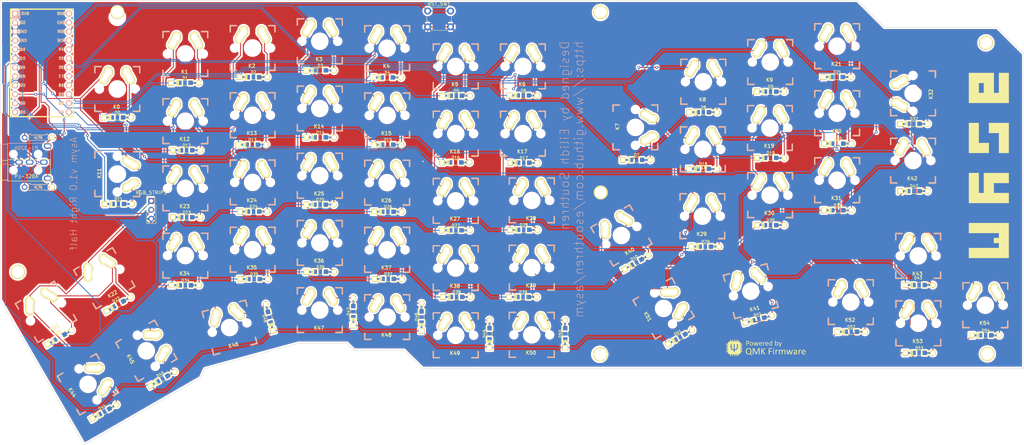
<source format=kicad_pcb>
(kicad_pcb (version 20171130) (host pcbnew "(5.1.10-1-10_14)")
  (title_block (title "Asym Right Half") (date 2021-07-25) (rev v1) (company "Eilidh Southren") (comment 1 https://www.github.com))
  (layers (0 F.Cu signal hide) (31 B.Cu signal hide) (34 B.Paste user) (35 F.Paste user) (36 B.SilkS user) (37 F.SilkS user) (38 B.Mask user) (39 F.Mask user) (44 Edge.Cuts user))
  (net 0 "")
  (net 1 row0)
  (net 2 "Net-(D0-Pad2)")
  (net 3 "Net-(D1-Pad2)")
  (net 4 "Net-(D2-Pad2)")
  (net 5 "Net-(D3-Pad2)")
  (net 6 "Net-(D4-Pad2)")
  (net 7 "Net-(D5-Pad2)")
  (net 8 "Net-(D6-Pad2)")
  (net 9 "Net-(D7-Pad2)")
  (net 10 "Net-(D8-Pad2)")
  (net 11 "Net-(D9-Pad2)")
  (net 12 "Net-(D11-Pad2)")
  (net 13 row1)
  (net 14 "Net-(D12-Pad2)")
  (net 15 "Net-(D13-Pad2)")
  (net 16 "Net-(D14-Pad2)")
  (net 17 "Net-(D15-Pad2)")
  (net 18 "Net-(D16-Pad2)")
  (net 19 "Net-(D17-Pad2)")
  (net 20 "Net-(D18-Pad2)")
  (net 21 "Net-(D19-Pad2)")
  (net 22 "Net-(D20-Pad2)")
  (net 23 "Net-(D21-Pad2)")
  (net 24 "Net-(D22-Pad2)")
  (net 25 row2)
  (net 26 "Net-(D23-Pad2)")
  (net 27 "Net-(D24-Pad2)")
  (net 28 "Net-(D25-Pad2)")
  (net 29 "Net-(D26-Pad2)")
  (net 30 "Net-(D27-Pad2)")
  (net 31 "Net-(D28-Pad2)")
  (net 32 "Net-(D29-Pad2)")
  (net 33 "Net-(D30-Pad2)")
  (net 34 "Net-(D31-Pad2)")
  (net 35 "Net-(D32-Pad2)")
  (net 36 "Net-(D33-Pad2)")
  (net 37 row3)
  (net 38 "Net-(D34-Pad2)")
  (net 39 "Net-(D35-Pad2)")
  (net 40 "Net-(D36-Pad2)")
  (net 41 "Net-(D37-Pad2)")
  (net 42 "Net-(D38-Pad2)")
  (net 43 "Net-(D39-Pad2)")
  (net 44 "Net-(D40-Pad2)")
  (net 45 "Net-(D41-Pad2)")
  (net 46 "Net-(D42-Pad2)")
  (net 47 "Net-(D43-Pad2)")
  (net 48 "Net-(D44-Pad2)")
  (net 49 row4)
  (net 50 "Net-(D45-Pad2)")
  (net 51 "Net-(D46-Pad2)")
  (net 52 "Net-(D47-Pad2)")
  (net 53 "Net-(D48-Pad2)")
  (net 54 "Net-(D49-Pad2)")
  (net 55 "Net-(D50-Pad2)")
  (net 56 "Net-(D51-Pad2)")
  (net 57 "Net-(D52-Pad2)")
  (net 58 "Net-(D53-Pad2)")
  (net 59 "Net-(D54-Pad2)")
  (net 60 VCC)
  (net 61 SDA)
  (net 62 SCL)
  (net 63 GND)
  (net 64 rgb_data)
  (net 65 col0)
  (net 66 col1)
  (net 67 col10)
  (net 68 col9)
  (net 69 col8)
  (net 70 col7)
  (net 71 col6)
  (net 72 col5)
  (net 73 col4)
  (net 74 col3)
  (net 75 RST)
  (net 76 "Net-(U1-Pad23)")
  (net 77 col2)
  (net 78 "Net-(U1-Pad24)")
  (module redox_footprints:HOLE_M3 (layer F.Cu) (at 195.2 93.88)
    (fp_text reference HOLE_M3 hide)
    (fp_text value VAL** hide)
    (pad 1 thru_hole circle (at 0 0) (size 4 4) (drill 3.2) (layers *.Cu *.Mask F.SilkS))
  )
  (module redox_footprints:Mx_Alps_100-dualside (layer F.Cu) (at 54.48 118.18 30)
    (fp_text reference K22 (at -0.22 5.08 30) (layer F.SilkS) (effects (font (thickness 0.2))))
    (fp_text value KEYSW hide)
    (pad 2 thru_hole oval (at 2.52 -4.79 26.1) (size 2.5 3.08) (drill oval 1.5 2.08) (layers *.Cu *.Mask F.SilkS) (net 36 "Net-(D33-Pad2)"))
    (pad 1 thru_hole oval (at -3.405 -3.27 0.95) (size 2.5 4.17) (drill oval 1.5 3.17) (layers *.Cu *.Mask F.SilkS) (net 65 col0))
    (pad HOLE np_thru_hole circle (at 5.08 0 30) (size 1.7018 1.7018) (drill 1.7018) (layers *.Cu))
    (pad HOLE np_thru_hole circle (at -5.08 0 30) (size 1.7018 1.7018) (drill 1.7018) (layers *.Cu))
    (pad HOLE np_thru_hole circle (at 0 0 30) (size 3.9878 3.9878) (drill 3.9878) (layers *.Cu))
    (pad 2 thru_hole oval (at 3.405 -3.27 59.05) (size 2.5 4.17) (drill oval 1.5 3.17) (layers *.Cu *.Mask F.SilkS) (net 36 "Net-(D33-Pad2)"))
    (pad 1 thru_hole oval (at -2.52 -4.79 33.9) (size 2.5 3.08) (drill oval 1.5 2.08) (layers *.Cu *.Mask F.SilkS) (net 65 col0))
  )
  (module redox_footprints:Mx_Alps_125-dualside (layer F.Cu) (at 175.65 115.175)
    (fp_text reference K39 (at -0.22 5.08) (layer F.SilkS) (effects (font (thickness 0.2))))
    (fp_text value KEYSW hide)
    (pad 1 thru_hole oval (at -2.52 -4.79 3.9) (size 2.5 3.08) (drill oval 1.5 2.08) (layers *.Cu *.Mask F.SilkS) (net 71 col6))
    (pad 2 thru_hole oval (at 3.405 -3.27 29.05) (size 2.5 4.17) (drill oval 1.5 3.17) (layers *.Cu *.Mask F.SilkS) (net 43 "Net-(D39-Pad2)"))
    (pad HOLE np_thru_hole circle (at 0 0) (size 3.9878 3.9878) (drill 3.9878) (layers *.Cu))
    (pad HOLE np_thru_hole circle (at -5.08 0) (size 1.7018 1.7018) (drill 1.7018) (layers *.Cu))
    (pad HOLE np_thru_hole circle (at 5.08 0) (size 1.7018 1.7018) (drill 1.7018) (layers *.Cu))
    (pad 1 thru_hole oval (at -3.405 -3.27 330.95) (size 2.5 4.17) (drill oval 1.5 3.17) (layers *.Cu *.Mask F.SilkS) (net 71 col6))
    (pad 2 thru_hole oval (at 2.52 -4.79 356.1) (size 2.5 3.08) (drill oval 1.5 2.08) (layers *.Cu *.Mask F.SilkS) (net 43 "Net-(D39-Pad2)"))
  )
  (module redox_footprints:HOLE_M3 (layer F.Cu) (at 195.14 42.73)
    (fp_text reference HOLE_M3 hide)
    (fp_text value VAL** hide)
    (pad 1 thru_hole circle (at 0 0) (size 4 4) (drill 3.2) (layers *.Cu *.Mask F.SilkS))
  )
  (module redox_footprints:HOLE_M3 (layer F.Cu) (at 304.79 139.64)
    (fp_text reference HOLE_M3 hide)
    (fp_text value VAL** hide)
    (pad 1 thru_hole circle (at 0 0) (size 4 4) (drill 3.2) (layers *.Cu *.Mask F.SilkS))
  )
  (module redox_footprints:Mx_Alps_100-dualside (layer F.Cu) (at 266.08 124.94)
    (fp_text reference K52 (at -0.22 5.08) (layer F.SilkS) (effects (font (thickness 0.2))))
    (fp_text value KEYSW hide)
    (pad 1 thru_hole oval (at -2.52 -4.79 3.9) (size 2.5 3.08) (drill oval 1.5 2.08) (layers *.Cu *.Mask F.SilkS) (net 69 col8))
    (pad 2 thru_hole oval (at 3.405 -3.27 29.05) (size 2.5 4.17) (drill oval 1.5 3.17) (layers *.Cu *.Mask F.SilkS) (net 57 "Net-(D52-Pad2)"))
    (pad HOLE np_thru_hole circle (at 0 0) (size 3.9878 3.9878) (drill 3.9878) (layers *.Cu))
    (pad HOLE np_thru_hole circle (at -5.08 0) (size 1.7018 1.7018) (drill 1.7018) (layers *.Cu))
    (pad HOLE np_thru_hole circle (at 5.08 0) (size 1.7018 1.7018) (drill 1.7018) (layers *.Cu))
    (pad 1 thru_hole oval (at -3.405 -3.27 330.95) (size 2.5 4.17) (drill oval 1.5 3.17) (layers *.Cu *.Mask F.SilkS) (net 69 col8))
    (pad 2 thru_hole oval (at 2.52 -4.79 356.1) (size 2.5 3.08) (drill oval 1.5 2.08) (layers *.Cu *.Mask F.SilkS) (net 57 "Net-(D52-Pad2)"))
  )
  (module redox_footprints:Mx_Alps_100-dualside (layer F.Cu) (at 224.282 62.484)
    (fp_text reference K8 (at -0.22 5.08) (layer F.SilkS) (effects (font (thickness 0.2))))
    (fp_text value KEYSW hide)
    (pad 1 thru_hole oval (at -2.52 -4.79 3.9) (size 2.5 3.08) (drill oval 1.5 2.08) (layers *.Cu *.Mask F.SilkS) (net 69 col8))
    (pad 2 thru_hole oval (at 3.405 -3.27 29.05) (size 2.5 4.17) (drill oval 1.5 3.17) (layers *.Cu *.Mask F.SilkS) (net 10 "Net-(D8-Pad2)"))
    (pad HOLE np_thru_hole circle (at 0 0) (size 3.9878 3.9878) (drill 3.9878) (layers *.Cu))
    (pad HOLE np_thru_hole circle (at -5.08 0) (size 1.7018 1.7018) (drill 1.7018) (layers *.Cu))
    (pad HOLE np_thru_hole circle (at 5.08 0) (size 1.7018 1.7018) (drill 1.7018) (layers *.Cu))
    (pad 1 thru_hole oval (at -3.405 -3.27 330.95) (size 2.5 4.17) (drill oval 1.5 3.17) (layers *.Cu *.Mask F.SilkS) (net 69 col8))
    (pad 2 thru_hole oval (at 2.52 -4.79 356.1) (size 2.5 3.08) (drill oval 1.5 2.08) (layers *.Cu *.Mask F.SilkS) (net 10 "Net-(D8-Pad2)"))
  )
  (module redox_footprints:Mx_Alps_100-dualside (layer F.Cu) (at 77.47 92.71)
    (fp_text reference K23 (at -0.22 5.08) (layer F.SilkS) (effects (font (thickness 0.2))))
    (fp_text value KEYSW hide)
    (pad 1 thru_hole oval (at -2.52 -4.79 3.9) (size 2.5 3.08) (drill oval 1.5 2.08) (layers *.Cu *.Mask F.SilkS) (net 66 col1))
    (pad 2 thru_hole oval (at 3.405 -3.27 29.05) (size 2.5 4.17) (drill oval 1.5 3.17) (layers *.Cu *.Mask F.SilkS) (net 26 "Net-(D23-Pad2)"))
    (pad HOLE np_thru_hole circle (at 0 0) (size 3.9878 3.9878) (drill 3.9878) (layers *.Cu))
    (pad HOLE np_thru_hole circle (at -5.08 0) (size 1.7018 1.7018) (drill 1.7018) (layers *.Cu))
    (pad HOLE np_thru_hole circle (at 5.08 0) (size 1.7018 1.7018) (drill 1.7018) (layers *.Cu))
    (pad 1 thru_hole oval (at -3.405 -3.27 330.95) (size 2.5 4.17) (drill oval 1.5 3.17) (layers *.Cu *.Mask F.SilkS) (net 66 col1))
    (pad 2 thru_hole oval (at 2.52 -4.79 356.1) (size 2.5 3.08) (drill oval 1.5 2.08) (layers *.Cu *.Mask F.SilkS) (net 26 "Net-(D23-Pad2)"))
  )
  (module redox_footprints:Mx_Alps_150-dualsided (layer F.Cu) (at 58.18 88.67 270)
    (fp_text reference K11 (at -0.22 5.08 90) (layer F.SilkS) (effects (font (thickness 0.2))))
    (fp_text value KEYSW hide)
    (pad 1 thru_hole oval (at -2.52 -4.79 273.9) (size 2.5 3.08) (drill oval 1.5 2.08) (layers *.Cu *.Mask F.SilkS) (net 65 col0))
    (pad 2 thru_hole oval (at 3.405 -3.27 299.05) (size 2.5 4.17) (drill oval 1.5 3.17) (layers *.Cu *.Mask F.SilkS) (net 12 "Net-(D11-Pad2)"))
    (pad HOLE np_thru_hole circle (at 0 0 270) (size 3.9878 3.9878) (drill 3.9878) (layers *.Cu))
    (pad HOLE np_thru_hole circle (at -5.08 0 270) (size 1.7018 1.7018) (drill 1.7018) (layers *.Cu))
    (pad HOLE np_thru_hole circle (at 5.08 0 270) (size 1.7018 1.7018) (drill 1.7018) (layers *.Cu))
    (pad 1 thru_hole oval (at -3.405 -3.27 240.95) (size 2.5 4.17) (drill oval 1.5 3.17) (layers *.Cu *.Mask F.SilkS) (net 65 col0))
    (pad 2 thru_hole oval (at 2.52 -4.79 266.1) (size 2.5 3.08) (drill oval 1.5 2.08) (layers *.Cu *.Mask F.SilkS) (net 12 "Net-(D11-Pad2)"))
  )
  (module redox_footprints:Mx_Alps_125-dualside (layer F.Cu) (at 175.65 134.225)
    (fp_text reference K50 (at -0.22 5.08) (layer F.SilkS) (effects (font (thickness 0.2))))
    (fp_text value KEYSW hide)
    (pad 1 thru_hole oval (at -2.52 -4.79 3.9) (size 2.5 3.08) (drill oval 1.5 2.08) (layers *.Cu *.Mask F.SilkS) (net 71 col6))
    (pad 2 thru_hole oval (at 3.405 -3.27 29.05) (size 2.5 4.17) (drill oval 1.5 3.17) (layers *.Cu *.Mask F.SilkS) (net 55 "Net-(D50-Pad2)"))
    (pad HOLE np_thru_hole circle (at 0 0) (size 3.9878 3.9878) (drill 3.9878) (layers *.Cu))
    (pad HOLE np_thru_hole circle (at -5.08 0) (size 1.7018 1.7018) (drill 1.7018) (layers *.Cu))
    (pad HOLE np_thru_hole circle (at 5.08 0) (size 1.7018 1.7018) (drill 1.7018) (layers *.Cu))
    (pad 1 thru_hole oval (at -3.405 -3.27 330.95) (size 2.5 4.17) (drill oval 1.5 3.17) (layers *.Cu *.Mask F.SilkS) (net 71 col6))
    (pad 2 thru_hole oval (at 2.52 -4.79 356.1) (size 2.5 3.08) (drill oval 1.5 2.08) (layers *.Cu *.Mask F.SilkS) (net 55 "Net-(D50-Pad2)"))
  )
  (module redox_footprints:Mx_Alps_100-dualside (layer F.Cu) (at 285.235 130.955)
    (fp_text reference K53 (at -0.22 5.08) (layer F.SilkS) (effects (font (thickness 0.2))))
    (fp_text value KEYSW hide)
    (pad 1 thru_hole oval (at -2.52 -4.79 3.9) (size 2.5 3.08) (drill oval 1.5 2.08) (layers *.Cu *.Mask F.SilkS) (net 68 col9))
    (pad 2 thru_hole oval (at 3.405 -3.27 29.05) (size 2.5 4.17) (drill oval 1.5 3.17) (layers *.Cu *.Mask F.SilkS) (net 58 "Net-(D53-Pad2)"))
    (pad HOLE np_thru_hole circle (at 0 0) (size 3.9878 3.9878) (drill 3.9878) (layers *.Cu))
    (pad HOLE np_thru_hole circle (at -5.08 0) (size 1.7018 1.7018) (drill 1.7018) (layers *.Cu))
    (pad HOLE np_thru_hole circle (at 5.08 0) (size 1.7018 1.7018) (drill 1.7018) (layers *.Cu))
    (pad 1 thru_hole oval (at -3.405 -3.27 330.95) (size 2.5 4.17) (drill oval 1.5 3.17) (layers *.Cu *.Mask F.SilkS) (net 68 col9))
    (pad 2 thru_hole oval (at 2.52 -4.79 356.1) (size 2.5 3.08) (drill oval 1.5 2.08) (layers *.Cu *.Mask F.SilkS) (net 58 "Net-(D53-Pad2)"))
  )
  (module redox_footprints:Mx_Alps_125-dualside (layer F.Cu) (at 283.718 65.786 90)
    (fp_text reference K32 (at -0.22 5.08 90) (layer F.SilkS) (effects (font (thickness 0.2))))
    (fp_text value KEYSW hide)
    (pad 1 thru_hole oval (at -2.52 -4.79 93.9) (size 2.5 3.08) (drill oval 1.5 2.08) (layers *.Cu *.Mask F.SilkS) (net 67 col10))
    (pad 2 thru_hole oval (at 3.405 -3.27 119.05) (size 2.5 4.17) (drill oval 1.5 3.17) (layers *.Cu *.Mask F.SilkS) (net 35 "Net-(D32-Pad2)"))
    (pad HOLE np_thru_hole circle (at 0 0 90) (size 3.9878 3.9878) (drill 3.9878) (layers *.Cu))
    (pad HOLE np_thru_hole circle (at -5.08 0 90) (size 1.7018 1.7018) (drill 1.7018) (layers *.Cu))
    (pad HOLE np_thru_hole circle (at 5.08 0 90) (size 1.7018 1.7018) (drill 1.7018) (layers *.Cu))
    (pad 1 thru_hole oval (at -3.405 -3.27 60.95) (size 2.5 4.17) (drill oval 1.5 3.17) (layers *.Cu *.Mask F.SilkS) (net 67 col10))
    (pad 2 thru_hole oval (at 2.52 -4.79 86.1) (size 2.5 3.08) (drill oval 1.5 2.08) (layers *.Cu *.Mask F.SilkS) (net 35 "Net-(D32-Pad2)"))
  )
  (module redox_footprints:Mx_Alps_100-dualside (layer F.Cu) (at 175.65 96.125)
    (fp_text reference K28 (at -0.22 5.08) (layer F.SilkS) (effects (font (thickness 0.2))))
    (fp_text value KEYSW hide)
    (pad 1 thru_hole oval (at -2.52 -4.79 3.9) (size 2.5 3.08) (drill oval 1.5 2.08) (layers *.Cu *.Mask F.SilkS) (net 71 col6))
    (pad 2 thru_hole oval (at 3.405 -3.27 29.05) (size 2.5 4.17) (drill oval 1.5 3.17) (layers *.Cu *.Mask F.SilkS) (net 31 "Net-(D28-Pad2)"))
    (pad HOLE np_thru_hole circle (at 0 0) (size 3.9878 3.9878) (drill 3.9878) (layers *.Cu))
    (pad HOLE np_thru_hole circle (at -5.08 0) (size 1.7018 1.7018) (drill 1.7018) (layers *.Cu))
    (pad HOLE np_thru_hole circle (at 5.08 0) (size 1.7018 1.7018) (drill 1.7018) (layers *.Cu))
    (pad 1 thru_hole oval (at -3.405 -3.27 330.95) (size 2.5 4.17) (drill oval 1.5 3.17) (layers *.Cu *.Mask F.SilkS) (net 71 col6))
    (pad 2 thru_hole oval (at 2.52 -4.79 356.1) (size 2.5 3.08) (drill oval 1.5 2.08) (layers *.Cu *.Mask F.SilkS) (net 31 "Net-(D28-Pad2)"))
  )
  (module redox_footprints:Mx_Alps_100-dualside (layer F.Cu) (at 285.185 111.855)
    (fp_text reference K43 (at -0.22 5.08) (layer F.SilkS) (effects (font (thickness 0.2))))
    (fp_text value KEYSW hide)
    (pad 1 thru_hole oval (at -2.52 -4.79 3.9) (size 2.5 3.08) (drill oval 1.5 2.08) (layers *.Cu *.Mask F.SilkS) (net 67 col10))
    (pad 2 thru_hole oval (at 3.405 -3.27 29.05) (size 2.5 4.17) (drill oval 1.5 3.17) (layers *.Cu *.Mask F.SilkS) (net 47 "Net-(D43-Pad2)"))
    (pad HOLE np_thru_hole circle (at 0 0) (size 3.9878 3.9878) (drill 3.9878) (layers *.Cu))
    (pad HOLE np_thru_hole circle (at -5.08 0) (size 1.7018 1.7018) (drill 1.7018) (layers *.Cu))
    (pad HOLE np_thru_hole circle (at 5.08 0) (size 1.7018 1.7018) (drill 1.7018) (layers *.Cu))
    (pad 1 thru_hole oval (at -3.405 -3.27 330.95) (size 2.5 4.17) (drill oval 1.5 3.17) (layers *.Cu *.Mask F.SilkS) (net 67 col10))
    (pad 2 thru_hole oval (at 2.52 -4.79 356.1) (size 2.5 3.08) (drill oval 1.5 2.08) (layers *.Cu *.Mask F.SilkS) (net 47 "Net-(D43-Pad2)"))
  )
  (module redox_footprints:Mx_Alps_125-dualside (layer F.Cu) (at 283.718 84.836)
    (fp_text reference K42 (at -0.22 5.08) (layer F.SilkS) (effects (font (thickness 0.2))))
    (fp_text value KEYSW hide)
    (pad 1 thru_hole oval (at -2.52 -4.79 3.9) (size 2.5 3.08) (drill oval 1.5 2.08) (layers *.Cu *.Mask F.SilkS) (net 68 col9))
    (pad 2 thru_hole oval (at 3.405 -3.27 29.05) (size 2.5 4.17) (drill oval 1.5 3.17) (layers *.Cu *.Mask F.SilkS) (net 46 "Net-(D42-Pad2)"))
    (pad HOLE np_thru_hole circle (at 0 0) (size 3.9878 3.9878) (drill 3.9878) (layers *.Cu))
    (pad HOLE np_thru_hole circle (at -5.08 0) (size 1.7018 1.7018) (drill 1.7018) (layers *.Cu))
    (pad HOLE np_thru_hole circle (at 5.08 0) (size 1.7018 1.7018) (drill 1.7018) (layers *.Cu))
    (pad 1 thru_hole oval (at -3.405 -3.27 330.95) (size 2.5 4.17) (drill oval 1.5 3.17) (layers *.Cu *.Mask F.SilkS) (net 68 col9))
    (pad 2 thru_hole oval (at 2.52 -4.79 356.1) (size 2.5 3.08) (drill oval 1.5 2.08) (layers *.Cu *.Mask F.SilkS) (net 46 "Net-(D42-Pad2)"))
  )
  (module redox_footprints:Mx_Alps_150-dualsided (layer F.Cu) (at 205.035 75.43 270)
    (fp_text reference K7 (at -0.22 5.08 90) (layer F.SilkS) (effects (font (thickness 0.2))))
    (fp_text value KEYSW hide)
    (pad 1 thru_hole oval (at -2.52 -4.79 273.9) (size 2.5 3.08) (drill oval 1.5 2.08) (layers *.Cu *.Mask F.SilkS) (net 70 col7))
    (pad 2 thru_hole oval (at 3.405 -3.27 299.05) (size 2.5 4.17) (drill oval 1.5 3.17) (layers *.Cu *.Mask F.SilkS) (net 9 "Net-(D7-Pad2)"))
    (pad HOLE np_thru_hole circle (at 0 0 270) (size 3.9878 3.9878) (drill 3.9878) (layers *.Cu))
    (pad HOLE np_thru_hole circle (at -5.08 0 270) (size 1.7018 1.7018) (drill 1.7018) (layers *.Cu))
    (pad HOLE np_thru_hole circle (at 5.08 0 270) (size 1.7018 1.7018) (drill 1.7018) (layers *.Cu))
    (pad 1 thru_hole oval (at -3.405 -3.27 240.95) (size 2.5 4.17) (drill oval 1.5 3.17) (layers *.Cu *.Mask F.SilkS) (net 70 col7))
    (pad 2 thru_hole oval (at 2.52 -4.79 266.1) (size 2.5 3.08) (drill oval 1.5 2.08) (layers *.Cu *.Mask F.SilkS) (net 9 "Net-(D7-Pad2)"))
  )
  (module redox_footprints:Mx_Alps_100-dualside (layer F.Cu) (at 224.028 100.584)
    (fp_text reference K29 (at -0.22 5.08) (layer F.SilkS) (effects (font (thickness 0.2))))
    (fp_text value KEYSW hide)
    (pad 1 thru_hole oval (at -2.52 -4.79 3.9) (size 2.5 3.08) (drill oval 1.5 2.08) (layers *.Cu *.Mask F.SilkS) (net 70 col7))
    (pad 2 thru_hole oval (at 3.405 -3.27 29.05) (size 2.5 4.17) (drill oval 1.5 3.17) (layers *.Cu *.Mask F.SilkS) (net 32 "Net-(D29-Pad2)"))
    (pad HOLE np_thru_hole circle (at 0 0) (size 3.9878 3.9878) (drill 3.9878) (layers *.Cu))
    (pad HOLE np_thru_hole circle (at -5.08 0) (size 1.7018 1.7018) (drill 1.7018) (layers *.Cu))
    (pad HOLE np_thru_hole circle (at 5.08 0) (size 1.7018 1.7018) (drill 1.7018) (layers *.Cu))
    (pad 1 thru_hole oval (at -3.405 -3.27 330.95) (size 2.5 4.17) (drill oval 1.5 3.17) (layers *.Cu *.Mask F.SilkS) (net 70 col7))
    (pad 2 thru_hole oval (at 2.52 -4.79 356.1) (size 2.5 3.08) (drill oval 1.5 2.08) (layers *.Cu *.Mask F.SilkS) (net 32 "Net-(D29-Pad2)"))
  )
  (module redox_footprints:Mx_Alps_125-dualside (layer F.Cu) (at 237.740316 121.852299 15)
    (fp_text reference K41 (at -0.22 5.08 15) (layer F.SilkS) (effects (font (thickness 0.2))))
    (fp_text value KEYSW hide)
    (pad 1 thru_hole oval (at -2.52 -4.79 18.9) (size 2.5 3.08) (drill oval 1.5 2.08) (layers *.Cu *.Mask F.SilkS) (net 69 col8))
    (pad 2 thru_hole oval (at 3.405 -3.27 44.05) (size 2.5 4.17) (drill oval 1.5 3.17) (layers *.Cu *.Mask F.SilkS) (net 45 "Net-(D41-Pad2)"))
    (pad HOLE np_thru_hole circle (at 0 0 15) (size 3.9878 3.9878) (drill 3.9878) (layers *.Cu))
    (pad HOLE np_thru_hole circle (at -5.08 0 15) (size 1.7018 1.7018) (drill 1.7018) (layers *.Cu))
    (pad HOLE np_thru_hole circle (at 5.08 0 15) (size 1.7018 1.7018) (drill 1.7018) (layers *.Cu))
    (pad 1 thru_hole oval (at -3.405 -3.27 345.95) (size 2.5 4.17) (drill oval 1.5 3.17) (layers *.Cu *.Mask F.SilkS) (net 69 col8))
    (pad 2 thru_hole oval (at 2.52 -4.79 11.1) (size 2.5 3.08) (drill oval 1.5 2.08) (layers *.Cu *.Mask F.SilkS) (net 45 "Net-(D41-Pad2)"))
  )
  (module redox_footprints:Mx_Alps_125-dualside (layer F.Cu) (at 90.01 132.17 15)
    (fp_text reference K46 (at -0.22 5.08 15) (layer F.SilkS) (effects (font (thickness 0.2))))
    (fp_text value KEYSW hide)
    (pad 1 thru_hole oval (at -2.52 -4.79 18.9) (size 2.5 3.08) (drill oval 1.5 2.08) (layers *.Cu *.Mask F.SilkS) (net 77 col2))
    (pad 2 thru_hole oval (at 3.405 -3.27 44.05) (size 2.5 4.17) (drill oval 1.5 3.17) (layers *.Cu *.Mask F.SilkS) (net 51 "Net-(D46-Pad2)"))
    (pad HOLE np_thru_hole circle (at 0 0 15) (size 3.9878 3.9878) (drill 3.9878) (layers *.Cu))
    (pad HOLE np_thru_hole circle (at -5.08 0 15) (size 1.7018 1.7018) (drill 1.7018) (layers *.Cu))
    (pad HOLE np_thru_hole circle (at 5.08 0 15) (size 1.7018 1.7018) (drill 1.7018) (layers *.Cu))
    (pad 1 thru_hole oval (at -3.405 -3.27 345.95) (size 2.5 4.17) (drill oval 1.5 3.17) (layers *.Cu *.Mask F.SilkS) (net 77 col2))
    (pad 2 thru_hole oval (at 2.52 -4.79 11.1) (size 2.5 3.08) (drill oval 1.5 2.08) (layers *.Cu *.Mask F.SilkS) (net 51 "Net-(D46-Pad2)"))
  )
  (module redox_footprints:Mx_Alps_150-dualsided (layer F.Cu) (at 213.020597 126.736184 300)
    (fp_text reference K51 (at -0.22 5.08 120) (layer F.SilkS) (effects (font (thickness 0.2))))
    (fp_text value KEYSW hide)
    (pad 1 thru_hole oval (at -2.52 -4.79 303.9) (size 2.5 3.08) (drill oval 1.5 2.08) (layers *.Cu *.Mask F.SilkS) (net 70 col7))
    (pad 2 thru_hole oval (at 3.405 -3.27 329.05) (size 2.5 4.17) (drill oval 1.5 3.17) (layers *.Cu *.Mask F.SilkS) (net 56 "Net-(D51-Pad2)"))
    (pad HOLE np_thru_hole circle (at 0 0 300) (size 3.9878 3.9878) (drill 3.9878) (layers *.Cu))
    (pad HOLE np_thru_hole circle (at -5.08 0 300) (size 1.7018 1.7018) (drill 1.7018) (layers *.Cu))
    (pad HOLE np_thru_hole circle (at 5.08 0 300) (size 1.7018 1.7018) (drill 1.7018) (layers *.Cu))
    (pad 1 thru_hole oval (at -3.405 -3.27 270.95) (size 2.5 4.17) (drill oval 1.5 3.17) (layers *.Cu *.Mask F.SilkS) (net 70 col7))
    (pad 2 thru_hole oval (at 2.52 -4.79 296.1) (size 2.5 3.08) (drill oval 1.5 2.08) (layers *.Cu *.Mask F.SilkS) (net 56 "Net-(D51-Pad2)"))
  )
  (module redox_footprints:Mx_Alps_150-dualsided (layer F.Cu) (at 49.88 148.255 300)
    (fp_text reference K44 (at -0.22 5.08 120) (layer F.SilkS) (effects (font (thickness 0.2))))
    (fp_text value KEYSW hide)
    (pad 1 thru_hole oval (at -2.52 -4.79 303.9) (size 2.5 3.08) (drill oval 1.5 2.08) (layers *.Cu *.Mask F.SilkS) (net 65 col0))
    (pad 2 thru_hole oval (at 3.405 -3.27 329.05) (size 2.5 4.17) (drill oval 1.5 3.17) (layers *.Cu *.Mask F.SilkS) (net 48 "Net-(D44-Pad2)"))
    (pad HOLE np_thru_hole circle (at 0 0 300) (size 3.9878 3.9878) (drill 3.9878) (layers *.Cu))
    (pad HOLE np_thru_hole circle (at -5.08 0 300) (size 1.7018 1.7018) (drill 1.7018) (layers *.Cu))
    (pad HOLE np_thru_hole circle (at 5.08 0 300) (size 1.7018 1.7018) (drill 1.7018) (layers *.Cu))
    (pad 1 thru_hole oval (at -3.405 -3.27 270.95) (size 2.5 4.17) (drill oval 1.5 3.17) (layers *.Cu *.Mask F.SilkS) (net 65 col0))
    (pad 2 thru_hole oval (at 2.52 -4.79 296.1) (size 2.5 3.08) (drill oval 1.5 2.08) (layers *.Cu *.Mask F.SilkS) (net 48 "Net-(D44-Pad2)"))
  )
  (module redox_footprints:Mx_Alps_150-dualsided (layer F.Cu) (at 66.405 138.755 300)
    (fp_text reference K45 (at -0.22 5.08 120) (layer F.SilkS) (effects (font (thickness 0.2))))
    (fp_text value KEYSW hide)
    (pad 1 thru_hole oval (at -2.52 -4.79 303.9) (size 2.5 3.08) (drill oval 1.5 2.08) (layers *.Cu *.Mask F.SilkS) (net 66 col1))
    (pad 2 thru_hole oval (at 3.405 -3.27 329.05) (size 2.5 4.17) (drill oval 1.5 3.17) (layers *.Cu *.Mask F.SilkS) (net 50 "Net-(D45-Pad2)"))
    (pad HOLE np_thru_hole circle (at 0 0 300) (size 3.9878 3.9878) (drill 3.9878) (layers *.Cu))
    (pad HOLE np_thru_hole circle (at -5.08 0 300) (size 1.7018 1.7018) (drill 1.7018) (layers *.Cu))
    (pad HOLE np_thru_hole circle (at 5.08 0 300) (size 1.7018 1.7018) (drill 1.7018) (layers *.Cu))
    (pad 1 thru_hole oval (at -3.405 -3.27 270.95) (size 2.5 4.17) (drill oval 1.5 3.17) (layers *.Cu *.Mask F.SilkS) (net 66 col1))
    (pad 2 thru_hole oval (at 2.52 -4.79 296.1) (size 2.5 3.08) (drill oval 1.5 2.08) (layers *.Cu *.Mask F.SilkS) (net 50 "Net-(D45-Pad2)"))
  )
  (module redox_footprints:Mx_Alps_100-dualside (layer F.Cu) (at 58.18 64.54)
    (fp_text reference K0 (at -0.22 5.08) (layer F.SilkS) (effects (font (thickness 0.2))))
    (fp_text value KEYSW hide)
    (pad 1 thru_hole oval (at -2.52 -4.79 3.9) (size 2.5 3.08) (drill oval 1.5 2.08) (layers *.Cu *.Mask F.SilkS) (net 65 col0))
    (pad 2 thru_hole oval (at 3.405 -3.27 29.05) (size 2.5 4.17) (drill oval 1.5 3.17) (layers *.Cu *.Mask F.SilkS) (net 2 "Net-(D0-Pad2)"))
    (pad HOLE np_thru_hole circle (at 0 0) (size 3.9878 3.9878) (drill 3.9878) (layers *.Cu))
    (pad HOLE np_thru_hole circle (at -5.08 0) (size 1.7018 1.7018) (drill 1.7018) (layers *.Cu))
    (pad HOLE np_thru_hole circle (at 5.08 0) (size 1.7018 1.7018) (drill 1.7018) (layers *.Cu))
    (pad 1 thru_hole oval (at -3.405 -3.27 330.95) (size 2.5 4.17) (drill oval 1.5 3.17) (layers *.Cu *.Mask F.SilkS) (net 65 col0))
    (pad 2 thru_hole oval (at 2.52 -4.79 356.1) (size 2.5 3.08) (drill oval 1.5 2.08) (layers *.Cu *.Mask F.SilkS) (net 2 "Net-(D0-Pad2)"))
  )
  (module redox_footprints:Mx_Alps_100-dualside (layer F.Cu) (at 77.47 54.61)
    (fp_text reference K1 (at -0.22 5.08) (layer F.SilkS) (effects (font (thickness 0.2))))
    (fp_text value KEYSW hide)
    (pad 1 thru_hole oval (at -2.52 -4.79 3.9) (size 2.5 3.08) (drill oval 1.5 2.08) (layers *.Cu *.Mask F.SilkS) (net 66 col1))
    (pad 2 thru_hole oval (at 3.405 -3.27 29.05) (size 2.5 4.17) (drill oval 1.5 3.17) (layers *.Cu *.Mask F.SilkS) (net 3 "Net-(D1-Pad2)"))
    (pad HOLE np_thru_hole circle (at 0 0) (size 3.9878 3.9878) (drill 3.9878) (layers *.Cu))
    (pad HOLE np_thru_hole circle (at -5.08 0) (size 1.7018 1.7018) (drill 1.7018) (layers *.Cu))
    (pad HOLE np_thru_hole circle (at 5.08 0) (size 1.7018 1.7018) (drill 1.7018) (layers *.Cu))
    (pad 1 thru_hole oval (at -3.405 -3.27 330.95) (size 2.5 4.17) (drill oval 1.5 3.17) (layers *.Cu *.Mask F.SilkS) (net 66 col1))
    (pad 2 thru_hole oval (at 2.52 -4.79 356.1) (size 2.5 3.08) (drill oval 1.5 2.08) (layers *.Cu *.Mask F.SilkS) (net 3 "Net-(D1-Pad2)"))
  )
  (module redox_footprints:Mx_Alps_100-dualside (layer F.Cu) (at 96.52 52.93)
    (fp_text reference K2 (at -0.22 5.08) (layer F.SilkS) (effects (font (thickness 0.2))))
    (fp_text value KEYSW hide)
    (pad 1 thru_hole oval (at -2.52 -4.79 3.9) (size 2.5 3.08) (drill oval 1.5 2.08) (layers *.Cu *.Mask F.SilkS) (net 77 col2))
    (pad 2 thru_hole oval (at 3.405 -3.27 29.05) (size 2.5 4.17) (drill oval 1.5 3.17) (layers *.Cu *.Mask F.SilkS) (net 4 "Net-(D2-Pad2)"))
    (pad HOLE np_thru_hole circle (at 0 0) (size 3.9878 3.9878) (drill 3.9878) (layers *.Cu))
    (pad HOLE np_thru_hole circle (at -5.08 0) (size 1.7018 1.7018) (drill 1.7018) (layers *.Cu))
    (pad HOLE np_thru_hole circle (at 5.08 0) (size 1.7018 1.7018) (drill 1.7018) (layers *.Cu))
    (pad 1 thru_hole oval (at -3.405 -3.27 330.95) (size 2.5 4.17) (drill oval 1.5 3.17) (layers *.Cu *.Mask F.SilkS) (net 77 col2))
    (pad 2 thru_hole oval (at 2.52 -4.79 356.1) (size 2.5 3.08) (drill oval 1.5 2.08) (layers *.Cu *.Mask F.SilkS) (net 4 "Net-(D2-Pad2)"))
  )
  (module redox_footprints:Mx_Alps_100-dualside (layer F.Cu) (at 115.57 51.02)
    (fp_text reference K3 (at -0.22 5.08) (layer F.SilkS) (effects (font (thickness 0.2))))
    (fp_text value KEYSW hide)
    (pad 1 thru_hole oval (at -2.52 -4.79 3.9) (size 2.5 3.08) (drill oval 1.5 2.08) (layers *.Cu *.Mask F.SilkS) (net 74 col3))
    (pad 2 thru_hole oval (at 3.405 -3.27 29.05) (size 2.5 4.17) (drill oval 1.5 3.17) (layers *.Cu *.Mask F.SilkS) (net 5 "Net-(D3-Pad2)"))
    (pad HOLE np_thru_hole circle (at 0 0) (size 3.9878 3.9878) (drill 3.9878) (layers *.Cu))
    (pad HOLE np_thru_hole circle (at -5.08 0) (size 1.7018 1.7018) (drill 1.7018) (layers *.Cu))
    (pad HOLE np_thru_hole circle (at 5.08 0) (size 1.7018 1.7018) (drill 1.7018) (layers *.Cu))
    (pad 1 thru_hole oval (at -3.405 -3.27 330.95) (size 2.5 4.17) (drill oval 1.5 3.17) (layers *.Cu *.Mask F.SilkS) (net 74 col3))
    (pad 2 thru_hole oval (at 2.52 -4.79 356.1) (size 2.5 3.08) (drill oval 1.5 2.08) (layers *.Cu *.Mask F.SilkS) (net 5 "Net-(D3-Pad2)"))
  )
  (module redox_footprints:Mx_Alps_100-dualside (layer F.Cu) (at 134.67 52.98)
    (fp_text reference K4 (at -0.22 5.08) (layer F.SilkS) (effects (font (thickness 0.2))))
    (fp_text value KEYSW hide)
    (pad 1 thru_hole oval (at -2.52 -4.79 3.9) (size 2.5 3.08) (drill oval 1.5 2.08) (layers *.Cu *.Mask F.SilkS) (net 73 col4))
    (pad 2 thru_hole oval (at 3.405 -3.27 29.05) (size 2.5 4.17) (drill oval 1.5 3.17) (layers *.Cu *.Mask F.SilkS) (net 6 "Net-(D4-Pad2)"))
    (pad HOLE np_thru_hole circle (at 0 0) (size 3.9878 3.9878) (drill 3.9878) (layers *.Cu))
    (pad HOLE np_thru_hole circle (at -5.08 0) (size 1.7018 1.7018) (drill 1.7018) (layers *.Cu))
    (pad HOLE np_thru_hole circle (at 5.08 0) (size 1.7018 1.7018) (drill 1.7018) (layers *.Cu))
    (pad 1 thru_hole oval (at -3.405 -3.27 330.95) (size 2.5 4.17) (drill oval 1.5 3.17) (layers *.Cu *.Mask F.SilkS) (net 73 col4))
    (pad 2 thru_hole oval (at 2.52 -4.79 356.1) (size 2.5 3.08) (drill oval 1.5 2.08) (layers *.Cu *.Mask F.SilkS) (net 6 "Net-(D4-Pad2)"))
  )
  (module redox_footprints:Mx_Alps_100-dualside (layer F.Cu) (at 154.1 58.15)
    (fp_text reference K5 (at -0.22 5.08) (layer F.SilkS) (effects (font (thickness 0.2))))
    (fp_text value KEYSW hide)
    (pad 1 thru_hole oval (at -2.52 -4.79 3.9) (size 2.5 3.08) (drill oval 1.5 2.08) (layers *.Cu *.Mask F.SilkS) (net 72 col5))
    (pad 2 thru_hole oval (at 3.405 -3.27 29.05) (size 2.5 4.17) (drill oval 1.5 3.17) (layers *.Cu *.Mask F.SilkS) (net 7 "Net-(D5-Pad2)"))
    (pad HOLE np_thru_hole circle (at 0 0) (size 3.9878 3.9878) (drill 3.9878) (layers *.Cu))
    (pad HOLE np_thru_hole circle (at -5.08 0) (size 1.7018 1.7018) (drill 1.7018) (layers *.Cu))
    (pad HOLE np_thru_hole circle (at 5.08 0) (size 1.7018 1.7018) (drill 1.7018) (layers *.Cu))
    (pad 1 thru_hole oval (at -3.405 -3.27 330.95) (size 2.5 4.17) (drill oval 1.5 3.17) (layers *.Cu *.Mask F.SilkS) (net 72 col5))
    (pad 2 thru_hole oval (at 2.52 -4.79 356.1) (size 2.5 3.08) (drill oval 1.5 2.08) (layers *.Cu *.Mask F.SilkS) (net 7 "Net-(D5-Pad2)"))
  )
  (module redox_footprints:Mx_Alps_100-dualside (layer F.Cu) (at 173.15 58.15)
    (fp_text reference K6 (at -0.22 5.08) (layer F.SilkS) (effects (font (thickness 0.2))))
    (fp_text value KEYSW hide)
    (pad 1 thru_hole oval (at -2.52 -4.79 3.9) (size 2.5 3.08) (drill oval 1.5 2.08) (layers *.Cu *.Mask F.SilkS) (net 71 col6))
    (pad 2 thru_hole oval (at 3.405 -3.27 29.05) (size 2.5 4.17) (drill oval 1.5 3.17) (layers *.Cu *.Mask F.SilkS) (net 8 "Net-(D6-Pad2)"))
    (pad HOLE np_thru_hole circle (at 0 0) (size 3.9878 3.9878) (drill 3.9878) (layers *.Cu))
    (pad HOLE np_thru_hole circle (at -5.08 0) (size 1.7018 1.7018) (drill 1.7018) (layers *.Cu))
    (pad HOLE np_thru_hole circle (at 5.08 0) (size 1.7018 1.7018) (drill 1.7018) (layers *.Cu))
    (pad 1 thru_hole oval (at -3.405 -3.27 330.95) (size 2.5 4.17) (drill oval 1.5 3.17) (layers *.Cu *.Mask F.SilkS) (net 71 col6))
    (pad 2 thru_hole oval (at 2.52 -4.79 356.1) (size 2.5 3.08) (drill oval 1.5 2.08) (layers *.Cu *.Mask F.SilkS) (net 8 "Net-(D6-Pad2)"))
  )
  (module redox_footprints:Mx_Alps_100-dualside (layer F.Cu) (at 243.255 56.9)
    (fp_text reference K9 (at -0.22 5.08) (layer F.SilkS) (effects (font (thickness 0.2))))
    (fp_text value KEYSW hide)
    (pad 1 thru_hole oval (at -2.52 -4.79 3.9) (size 2.5 3.08) (drill oval 1.5 2.08) (layers *.Cu *.Mask F.SilkS) (net 68 col9))
    (pad 2 thru_hole oval (at 3.405 -3.27 29.05) (size 2.5 4.17) (drill oval 1.5 3.17) (layers *.Cu *.Mask F.SilkS) (net 11 "Net-(D9-Pad2)"))
    (pad HOLE np_thru_hole circle (at 0 0) (size 3.9878 3.9878) (drill 3.9878) (layers *.Cu))
    (pad HOLE np_thru_hole circle (at -5.08 0) (size 1.7018 1.7018) (drill 1.7018) (layers *.Cu))
    (pad HOLE np_thru_hole circle (at 5.08 0) (size 1.7018 1.7018) (drill 1.7018) (layers *.Cu))
    (pad 1 thru_hole oval (at -3.405 -3.27 330.95) (size 2.5 4.17) (drill oval 1.5 3.17) (layers *.Cu *.Mask F.SilkS) (net 68 col9))
    (pad 2 thru_hole oval (at 2.52 -4.79 356.1) (size 2.5 3.08) (drill oval 1.5 2.08) (layers *.Cu *.Mask F.SilkS) (net 11 "Net-(D9-Pad2)"))
  )
  (module redox_footprints:Mx_Alps_100-dualside (layer F.Cu) (at 77.47 73.66)
    (fp_text reference K12 (at -0.22 5.08) (layer F.SilkS) (effects (font (thickness 0.2))))
    (fp_text value KEYSW hide)
    (pad 1 thru_hole oval (at -2.52 -4.79 3.9) (size 2.5 3.08) (drill oval 1.5 2.08) (layers *.Cu *.Mask F.SilkS) (net 66 col1))
    (pad 2 thru_hole oval (at 3.405 -3.27 29.05) (size 2.5 4.17) (drill oval 1.5 3.17) (layers *.Cu *.Mask F.SilkS) (net 14 "Net-(D12-Pad2)"))
    (pad HOLE np_thru_hole circle (at 0 0) (size 3.9878 3.9878) (drill 3.9878) (layers *.Cu))
    (pad HOLE np_thru_hole circle (at -5.08 0) (size 1.7018 1.7018) (drill 1.7018) (layers *.Cu))
    (pad HOLE np_thru_hole circle (at 5.08 0) (size 1.7018 1.7018) (drill 1.7018) (layers *.Cu))
    (pad 1 thru_hole oval (at -3.405 -3.27 330.95) (size 2.5 4.17) (drill oval 1.5 3.17) (layers *.Cu *.Mask F.SilkS) (net 66 col1))
    (pad 2 thru_hole oval (at 2.52 -4.79 356.1) (size 2.5 3.08) (drill oval 1.5 2.08) (layers *.Cu *.Mask F.SilkS) (net 14 "Net-(D12-Pad2)"))
  )
  (module redox_footprints:Mx_Alps_100-dualside (layer F.Cu) (at 96.52 71.98)
    (fp_text reference K13 (at -0.22 5.08) (layer F.SilkS) (effects (font (thickness 0.2))))
    (fp_text value KEYSW hide)
    (pad 1 thru_hole oval (at -2.52 -4.79 3.9) (size 2.5 3.08) (drill oval 1.5 2.08) (layers *.Cu *.Mask F.SilkS) (net 77 col2))
    (pad 2 thru_hole oval (at 3.405 -3.27 29.05) (size 2.5 4.17) (drill oval 1.5 3.17) (layers *.Cu *.Mask F.SilkS) (net 15 "Net-(D13-Pad2)"))
    (pad HOLE np_thru_hole circle (at 0 0) (size 3.9878 3.9878) (drill 3.9878) (layers *.Cu))
    (pad HOLE np_thru_hole circle (at -5.08 0) (size 1.7018 1.7018) (drill 1.7018) (layers *.Cu))
    (pad HOLE np_thru_hole circle (at 5.08 0) (size 1.7018 1.7018) (drill 1.7018) (layers *.Cu))
    (pad 1 thru_hole oval (at -3.405 -3.27 330.95) (size 2.5 4.17) (drill oval 1.5 3.17) (layers *.Cu *.Mask F.SilkS) (net 77 col2))
    (pad 2 thru_hole oval (at 2.52 -4.79 356.1) (size 2.5 3.08) (drill oval 1.5 2.08) (layers *.Cu *.Mask F.SilkS) (net 15 "Net-(D13-Pad2)"))
  )
  (module redox_footprints:Mx_Alps_100-dualside (layer F.Cu) (at 115.57 70.07)
    (fp_text reference K14 (at -0.22 5.08) (layer F.SilkS) (effects (font (thickness 0.2))))
    (fp_text value KEYSW hide)
    (pad 1 thru_hole oval (at -2.52 -4.79 3.9) (size 2.5 3.08) (drill oval 1.5 2.08) (layers *.Cu *.Mask F.SilkS) (net 74 col3))
    (pad 2 thru_hole oval (at 3.405 -3.27 29.05) (size 2.5 4.17) (drill oval 1.5 3.17) (layers *.Cu *.Mask F.SilkS) (net 16 "Net-(D14-Pad2)"))
    (pad HOLE np_thru_hole circle (at 0 0) (size 3.9878 3.9878) (drill 3.9878) (layers *.Cu))
    (pad HOLE np_thru_hole circle (at -5.08 0) (size 1.7018 1.7018) (drill 1.7018) (layers *.Cu))
    (pad HOLE np_thru_hole circle (at 5.08 0) (size 1.7018 1.7018) (drill 1.7018) (layers *.Cu))
    (pad 1 thru_hole oval (at -3.405 -3.27 330.95) (size 2.5 4.17) (drill oval 1.5 3.17) (layers *.Cu *.Mask F.SilkS) (net 74 col3))
    (pad 2 thru_hole oval (at 2.52 -4.79 356.1) (size 2.5 3.08) (drill oval 1.5 2.08) (layers *.Cu *.Mask F.SilkS) (net 16 "Net-(D14-Pad2)"))
  )
  (module redox_footprints:Mx_Alps_100-dualside (layer F.Cu) (at 134.67 72.03)
    (fp_text reference K15 (at -0.22 5.08) (layer F.SilkS) (effects (font (thickness 0.2))))
    (fp_text value KEYSW hide)
    (pad 1 thru_hole oval (at -2.52 -4.79 3.9) (size 2.5 3.08) (drill oval 1.5 2.08) (layers *.Cu *.Mask F.SilkS) (net 73 col4))
    (pad 2 thru_hole oval (at 3.405 -3.27 29.05) (size 2.5 4.17) (drill oval 1.5 3.17) (layers *.Cu *.Mask F.SilkS) (net 17 "Net-(D15-Pad2)"))
    (pad HOLE np_thru_hole circle (at 0 0) (size 3.9878 3.9878) (drill 3.9878) (layers *.Cu))
    (pad HOLE np_thru_hole circle (at -5.08 0) (size 1.7018 1.7018) (drill 1.7018) (layers *.Cu))
    (pad HOLE np_thru_hole circle (at 5.08 0) (size 1.7018 1.7018) (drill 1.7018) (layers *.Cu))
    (pad 1 thru_hole oval (at -3.405 -3.27 330.95) (size 2.5 4.17) (drill oval 1.5 3.17) (layers *.Cu *.Mask F.SilkS) (net 73 col4))
    (pad 2 thru_hole oval (at 2.52 -4.79 356.1) (size 2.5 3.08) (drill oval 1.5 2.08) (layers *.Cu *.Mask F.SilkS) (net 17 "Net-(D15-Pad2)"))
  )
  (module redox_footprints:Mx_Alps_100-dualside (layer F.Cu) (at 154.1 77.2)
    (fp_text reference K16 (at -0.22 5.08) (layer F.SilkS) (effects (font (thickness 0.2))))
    (fp_text value KEYSW hide)
    (pad 1 thru_hole oval (at -2.52 -4.79 3.9) (size 2.5 3.08) (drill oval 1.5 2.08) (layers *.Cu *.Mask F.SilkS) (net 72 col5))
    (pad 2 thru_hole oval (at 3.405 -3.27 29.05) (size 2.5 4.17) (drill oval 1.5 3.17) (layers *.Cu *.Mask F.SilkS) (net 18 "Net-(D16-Pad2)"))
    (pad HOLE np_thru_hole circle (at 0 0) (size 3.9878 3.9878) (drill 3.9878) (layers *.Cu))
    (pad HOLE np_thru_hole circle (at -5.08 0) (size 1.7018 1.7018) (drill 1.7018) (layers *.Cu))
    (pad HOLE np_thru_hole circle (at 5.08 0) (size 1.7018 1.7018) (drill 1.7018) (layers *.Cu))
    (pad 1 thru_hole oval (at -3.405 -3.27 330.95) (size 2.5 4.17) (drill oval 1.5 3.17) (layers *.Cu *.Mask F.SilkS) (net 72 col5))
    (pad 2 thru_hole oval (at 2.52 -4.79 356.1) (size 2.5 3.08) (drill oval 1.5 2.08) (layers *.Cu *.Mask F.SilkS) (net 18 "Net-(D16-Pad2)"))
  )
  (module redox_footprints:Mx_Alps_100-dualside (layer F.Cu) (at 173.15 77.2)
    (fp_text reference K17 (at -0.22 5.08) (layer F.SilkS) (effects (font (thickness 0.2))))
    (fp_text value KEYSW hide)
    (pad 1 thru_hole oval (at -2.52 -4.79 3.9) (size 2.5 3.08) (drill oval 1.5 2.08) (layers *.Cu *.Mask F.SilkS) (net 71 col6))
    (pad 2 thru_hole oval (at 3.405 -3.27 29.05) (size 2.5 4.17) (drill oval 1.5 3.17) (layers *.Cu *.Mask F.SilkS) (net 19 "Net-(D17-Pad2)"))
    (pad HOLE np_thru_hole circle (at 0 0) (size 3.9878 3.9878) (drill 3.9878) (layers *.Cu))
    (pad HOLE np_thru_hole circle (at -5.08 0) (size 1.7018 1.7018) (drill 1.7018) (layers *.Cu))
    (pad HOLE np_thru_hole circle (at 5.08 0) (size 1.7018 1.7018) (drill 1.7018) (layers *.Cu))
    (pad 1 thru_hole oval (at -3.405 -3.27 330.95) (size 2.5 4.17) (drill oval 1.5 3.17) (layers *.Cu *.Mask F.SilkS) (net 71 col6))
    (pad 2 thru_hole oval (at 2.52 -4.79 356.1) (size 2.5 3.08) (drill oval 1.5 2.08) (layers *.Cu *.Mask F.SilkS) (net 19 "Net-(D17-Pad2)"))
  )
  (module redox_footprints:Mx_Alps_100-dualside (layer F.Cu) (at 224.155 81.65)
    (fp_text reference K18 (at -0.22 5.08) (layer F.SilkS) (effects (font (thickness 0.2))))
    (fp_text value KEYSW hide)
    (pad 1 thru_hole oval (at -2.52 -4.79 3.9) (size 2.5 3.08) (drill oval 1.5 2.08) (layers *.Cu *.Mask F.SilkS) (net 70 col7))
    (pad 2 thru_hole oval (at 3.405 -3.27 29.05) (size 2.5 4.17) (drill oval 1.5 3.17) (layers *.Cu *.Mask F.SilkS) (net 20 "Net-(D18-Pad2)"))
    (pad HOLE np_thru_hole circle (at 0 0) (size 3.9878 3.9878) (drill 3.9878) (layers *.Cu))
    (pad HOLE np_thru_hole circle (at -5.08 0) (size 1.7018 1.7018) (drill 1.7018) (layers *.Cu))
    (pad HOLE np_thru_hole circle (at 5.08 0) (size 1.7018 1.7018) (drill 1.7018) (layers *.Cu))
    (pad 1 thru_hole oval (at -3.405 -3.27 330.95) (size 2.5 4.17) (drill oval 1.5 3.17) (layers *.Cu *.Mask F.SilkS) (net 70 col7))
    (pad 2 thru_hole oval (at 2.52 -4.79 356.1) (size 2.5 3.08) (drill oval 1.5 2.08) (layers *.Cu *.Mask F.SilkS) (net 20 "Net-(D18-Pad2)"))
  )
  (module redox_footprints:Mx_Alps_100-dualside (layer F.Cu) (at 243.155 75.6)
    (fp_text reference K19 (at -0.22 5.08) (layer F.SilkS) (effects (font (thickness 0.2))))
    (fp_text value KEYSW hide)
    (pad 1 thru_hole oval (at -2.52 -4.79 3.9) (size 2.5 3.08) (drill oval 1.5 2.08) (layers *.Cu *.Mask F.SilkS) (net 69 col8))
    (pad 2 thru_hole oval (at 3.405 -3.27 29.05) (size 2.5 4.17) (drill oval 1.5 3.17) (layers *.Cu *.Mask F.SilkS) (net 21 "Net-(D19-Pad2)"))
    (pad HOLE np_thru_hole circle (at 0 0) (size 3.9878 3.9878) (drill 3.9878) (layers *.Cu))
    (pad HOLE np_thru_hole circle (at -5.08 0) (size 1.7018 1.7018) (drill 1.7018) (layers *.Cu))
    (pad HOLE np_thru_hole circle (at 5.08 0) (size 1.7018 1.7018) (drill 1.7018) (layers *.Cu))
    (pad 1 thru_hole oval (at -3.405 -3.27 330.95) (size 2.5 4.17) (drill oval 1.5 3.17) (layers *.Cu *.Mask F.SilkS) (net 69 col8))
    (pad 2 thru_hole oval (at 2.52 -4.79 356.1) (size 2.5 3.08) (drill oval 1.5 2.08) (layers *.Cu *.Mask F.SilkS) (net 21 "Net-(D19-Pad2)"))
  )
  (module redox_footprints:Mx_Alps_100-dualside (layer F.Cu) (at 262.205 71.4)
    (fp_text reference K20 (at -0.22 5.08) (layer F.SilkS) (effects (font (thickness 0.2))))
    (fp_text value KEYSW hide)
    (pad 1 thru_hole oval (at -2.52 -4.79 3.9) (size 2.5 3.08) (drill oval 1.5 2.08) (layers *.Cu *.Mask F.SilkS) (net 68 col9))
    (pad 2 thru_hole oval (at 3.405 -3.27 29.05) (size 2.5 4.17) (drill oval 1.5 3.17) (layers *.Cu *.Mask F.SilkS) (net 22 "Net-(D20-Pad2)"))
    (pad HOLE np_thru_hole circle (at 0 0) (size 3.9878 3.9878) (drill 3.9878) (layers *.Cu))
    (pad HOLE np_thru_hole circle (at -5.08 0) (size 1.7018 1.7018) (drill 1.7018) (layers *.Cu))
    (pad HOLE np_thru_hole circle (at 5.08 0) (size 1.7018 1.7018) (drill 1.7018) (layers *.Cu))
    (pad 1 thru_hole oval (at -3.405 -3.27 330.95) (size 2.5 4.17) (drill oval 1.5 3.17) (layers *.Cu *.Mask F.SilkS) (net 68 col9))
    (pad 2 thru_hole oval (at 2.52 -4.79 356.1) (size 2.5 3.08) (drill oval 1.5 2.08) (layers *.Cu *.Mask F.SilkS) (net 22 "Net-(D20-Pad2)"))
  )
  (module redox_footprints:Mx_Alps_100-dualside (layer F.Cu) (at 262.205 52.4)
    (fp_text reference K21 (at -0.22 5.08) (layer F.SilkS) (effects (font (thickness 0.2))))
    (fp_text value KEYSW hide)
    (pad 1 thru_hole oval (at -2.52 -4.79 3.9) (size 2.5 3.08) (drill oval 1.5 2.08) (layers *.Cu *.Mask F.SilkS) (net 67 col10))
    (pad 2 thru_hole oval (at 3.405 -3.27 29.05) (size 2.5 4.17) (drill oval 1.5 3.17) (layers *.Cu *.Mask F.SilkS) (net 23 "Net-(D21-Pad2)"))
    (pad HOLE np_thru_hole circle (at 0 0) (size 3.9878 3.9878) (drill 3.9878) (layers *.Cu))
    (pad HOLE np_thru_hole circle (at -5.08 0) (size 1.7018 1.7018) (drill 1.7018) (layers *.Cu))
    (pad HOLE np_thru_hole circle (at 5.08 0) (size 1.7018 1.7018) (drill 1.7018) (layers *.Cu))
    (pad 1 thru_hole oval (at -3.405 -3.27 330.95) (size 2.5 4.17) (drill oval 1.5 3.17) (layers *.Cu *.Mask F.SilkS) (net 67 col10))
    (pad 2 thru_hole oval (at 2.52 -4.79 356.1) (size 2.5 3.08) (drill oval 1.5 2.08) (layers *.Cu *.Mask F.SilkS) (net 23 "Net-(D21-Pad2)"))
  )
  (module redox_footprints:Mx_Alps_100-dualside (layer F.Cu) (at 96.52 91.03)
    (fp_text reference K24 (at -0.22 5.08) (layer F.SilkS) (effects (font (thickness 0.2))))
    (fp_text value KEYSW hide)
    (pad 1 thru_hole oval (at -2.52 -4.79 3.9) (size 2.5 3.08) (drill oval 1.5 2.08) (layers *.Cu *.Mask F.SilkS) (net 77 col2))
    (pad 2 thru_hole oval (at 3.405 -3.27 29.05) (size 2.5 4.17) (drill oval 1.5 3.17) (layers *.Cu *.Mask F.SilkS) (net 27 "Net-(D24-Pad2)"))
    (pad HOLE np_thru_hole circle (at 0 0) (size 3.9878 3.9878) (drill 3.9878) (layers *.Cu))
    (pad HOLE np_thru_hole circle (at -5.08 0) (size 1.7018 1.7018) (drill 1.7018) (layers *.Cu))
    (pad HOLE np_thru_hole circle (at 5.08 0) (size 1.7018 1.7018) (drill 1.7018) (layers *.Cu))
    (pad 1 thru_hole oval (at -3.405 -3.27 330.95) (size 2.5 4.17) (drill oval 1.5 3.17) (layers *.Cu *.Mask F.SilkS) (net 77 col2))
    (pad 2 thru_hole oval (at 2.52 -4.79 356.1) (size 2.5 3.08) (drill oval 1.5 2.08) (layers *.Cu *.Mask F.SilkS) (net 27 "Net-(D24-Pad2)"))
  )
  (module redox_footprints:Mx_Alps_100-dualside (layer F.Cu) (at 115.57 89.12)
    (fp_text reference K25 (at -0.22 5.08) (layer F.SilkS) (effects (font (thickness 0.2))))
    (fp_text value KEYSW hide)
    (pad 1 thru_hole oval (at -2.52 -4.79 3.9) (size 2.5 3.08) (drill oval 1.5 2.08) (layers *.Cu *.Mask F.SilkS) (net 74 col3))
    (pad 2 thru_hole oval (at 3.405 -3.27 29.05) (size 2.5 4.17) (drill oval 1.5 3.17) (layers *.Cu *.Mask F.SilkS) (net 28 "Net-(D25-Pad2)"))
    (pad HOLE np_thru_hole circle (at 0 0) (size 3.9878 3.9878) (drill 3.9878) (layers *.Cu))
    (pad HOLE np_thru_hole circle (at -5.08 0) (size 1.7018 1.7018) (drill 1.7018) (layers *.Cu))
    (pad HOLE np_thru_hole circle (at 5.08 0) (size 1.7018 1.7018) (drill 1.7018) (layers *.Cu))
    (pad 1 thru_hole oval (at -3.405 -3.27 330.95) (size 2.5 4.17) (drill oval 1.5 3.17) (layers *.Cu *.Mask F.SilkS) (net 74 col3))
    (pad 2 thru_hole oval (at 2.52 -4.79 356.1) (size 2.5 3.08) (drill oval 1.5 2.08) (layers *.Cu *.Mask F.SilkS) (net 28 "Net-(D25-Pad2)"))
  )
  (module redox_footprints:Mx_Alps_100-dualside (layer F.Cu) (at 134.67 91.08)
    (fp_text reference K26 (at -0.22 5.08) (layer F.SilkS) (effects (font (thickness 0.2))))
    (fp_text value KEYSW hide)
    (pad 1 thru_hole oval (at -2.52 -4.79 3.9) (size 2.5 3.08) (drill oval 1.5 2.08) (layers *.Cu *.Mask F.SilkS) (net 73 col4))
    (pad 2 thru_hole oval (at 3.405 -3.27 29.05) (size 2.5 4.17) (drill oval 1.5 3.17) (layers *.Cu *.Mask F.SilkS) (net 29 "Net-(D26-Pad2)"))
    (pad HOLE np_thru_hole circle (at 0 0) (size 3.9878 3.9878) (drill 3.9878) (layers *.Cu))
    (pad HOLE np_thru_hole circle (at -5.08 0) (size 1.7018 1.7018) (drill 1.7018) (layers *.Cu))
    (pad HOLE np_thru_hole circle (at 5.08 0) (size 1.7018 1.7018) (drill 1.7018) (layers *.Cu))
    (pad 1 thru_hole oval (at -3.405 -3.27 330.95) (size 2.5 4.17) (drill oval 1.5 3.17) (layers *.Cu *.Mask F.SilkS) (net 73 col4))
    (pad 2 thru_hole oval (at 2.52 -4.79 356.1) (size 2.5 3.08) (drill oval 1.5 2.08) (layers *.Cu *.Mask F.SilkS) (net 29 "Net-(D26-Pad2)"))
  )
  (module redox_footprints:Mx_Alps_100-dualside (layer F.Cu) (at 154.1 96.25)
    (fp_text reference K27 (at -0.22 5.08) (layer F.SilkS) (effects (font (thickness 0.2))))
    (fp_text value KEYSW hide)
    (pad 1 thru_hole oval (at -2.52 -4.79 3.9) (size 2.5 3.08) (drill oval 1.5 2.08) (layers *.Cu *.Mask F.SilkS) (net 72 col5))
    (pad 2 thru_hole oval (at 3.405 -3.27 29.05) (size 2.5 4.17) (drill oval 1.5 3.17) (layers *.Cu *.Mask F.SilkS) (net 30 "Net-(D27-Pad2)"))
    (pad HOLE np_thru_hole circle (at 0 0) (size 3.9878 3.9878) (drill 3.9878) (layers *.Cu))
    (pad HOLE np_thru_hole circle (at -5.08 0) (size 1.7018 1.7018) (drill 1.7018) (layers *.Cu))
    (pad HOLE np_thru_hole circle (at 5.08 0) (size 1.7018 1.7018) (drill 1.7018) (layers *.Cu))
    (pad 1 thru_hole oval (at -3.405 -3.27 330.95) (size 2.5 4.17) (drill oval 1.5 3.17) (layers *.Cu *.Mask F.SilkS) (net 72 col5))
    (pad 2 thru_hole oval (at 2.52 -4.79 356.1) (size 2.5 3.08) (drill oval 1.5 2.08) (layers *.Cu *.Mask F.SilkS) (net 30 "Net-(D27-Pad2)"))
  )
  (module redox_footprints:Mx_Alps_100-dualside (layer F.Cu) (at 243.205 94.65)
    (fp_text reference K30 (at -0.22 5.08) (layer F.SilkS) (effects (font (thickness 0.2))))
    (fp_text value KEYSW hide)
    (pad 1 thru_hole oval (at -2.52 -4.79 3.9) (size 2.5 3.08) (drill oval 1.5 2.08) (layers *.Cu *.Mask F.SilkS) (net 69 col8))
    (pad 2 thru_hole oval (at 3.405 -3.27 29.05) (size 2.5 4.17) (drill oval 1.5 3.17) (layers *.Cu *.Mask F.SilkS) (net 33 "Net-(D30-Pad2)"))
    (pad HOLE np_thru_hole circle (at 0 0) (size 3.9878 3.9878) (drill 3.9878) (layers *.Cu))
    (pad HOLE np_thru_hole circle (at -5.08 0) (size 1.7018 1.7018) (drill 1.7018) (layers *.Cu))
    (pad HOLE np_thru_hole circle (at 5.08 0) (size 1.7018 1.7018) (drill 1.7018) (layers *.Cu))
    (pad 1 thru_hole oval (at -3.405 -3.27 330.95) (size 2.5 4.17) (drill oval 1.5 3.17) (layers *.Cu *.Mask F.SilkS) (net 69 col8))
    (pad 2 thru_hole oval (at 2.52 -4.79 356.1) (size 2.5 3.08) (drill oval 1.5 2.08) (layers *.Cu *.Mask F.SilkS) (net 33 "Net-(D30-Pad2)"))
  )
  (module redox_footprints:Mx_Alps_100-dualside (layer F.Cu) (at 262.205 90.4)
    (fp_text reference K31 (at -0.22 5.08) (layer F.SilkS) (effects (font (thickness 0.2))))
    (fp_text value KEYSW hide)
    (pad 1 thru_hole oval (at -2.52 -4.79 3.9) (size 2.5 3.08) (drill oval 1.5 2.08) (layers *.Cu *.Mask F.SilkS) (net 68 col9))
    (pad 2 thru_hole oval (at 3.405 -3.27 29.05) (size 2.5 4.17) (drill oval 1.5 3.17) (layers *.Cu *.Mask F.SilkS) (net 34 "Net-(D31-Pad2)"))
    (pad HOLE np_thru_hole circle (at 0 0) (size 3.9878 3.9878) (drill 3.9878) (layers *.Cu))
    (pad HOLE np_thru_hole circle (at -5.08 0) (size 1.7018 1.7018) (drill 1.7018) (layers *.Cu))
    (pad HOLE np_thru_hole circle (at 5.08 0) (size 1.7018 1.7018) (drill 1.7018) (layers *.Cu))
    (pad 1 thru_hole oval (at -3.405 -3.27 330.95) (size 2.5 4.17) (drill oval 1.5 3.17) (layers *.Cu *.Mask F.SilkS) (net 68 col9))
    (pad 2 thru_hole oval (at 2.52 -4.79 356.1) (size 2.5 3.08) (drill oval 1.5 2.08) (layers *.Cu *.Mask F.SilkS) (net 34 "Net-(D31-Pad2)"))
  )
  (module redox_footprints:Mx_Alps_100-dualside (layer F.Cu) (at 37.97 127.71 30)
    (fp_text reference K33 (at -0.22 5.08 30) (layer F.SilkS) (effects (font (thickness 0.2))))
    (fp_text value KEYSW hide)
    (pad 1 thru_hole oval (at -2.52 -4.79 33.9) (size 2.5 3.08) (drill oval 1.5 2.08) (layers *.Cu *.Mask F.SilkS) (net 65 col0))
    (pad 2 thru_hole oval (at 3.405 -3.27 59.05) (size 2.5 4.17) (drill oval 1.5 3.17) (layers *.Cu *.Mask F.SilkS) (net 36 "Net-(D33-Pad2)"))
    (pad HOLE np_thru_hole circle (at 0 0 30) (size 3.9878 3.9878) (drill 3.9878) (layers *.Cu))
    (pad HOLE np_thru_hole circle (at -5.08 0 30) (size 1.7018 1.7018) (drill 1.7018) (layers *.Cu))
    (pad HOLE np_thru_hole circle (at 5.08 0 30) (size 1.7018 1.7018) (drill 1.7018) (layers *.Cu))
    (pad 1 thru_hole oval (at -3.405 -3.27 0.95) (size 2.5 4.17) (drill oval 1.5 3.17) (layers *.Cu *.Mask F.SilkS) (net 65 col0))
    (pad 2 thru_hole oval (at 2.52 -4.79 26.1) (size 2.5 3.08) (drill oval 1.5 2.08) (layers *.Cu *.Mask F.SilkS) (net 36 "Net-(D33-Pad2)"))
  )
  (module redox_footprints:Mx_Alps_100-dualside (layer F.Cu) (at 77.47 111.76)
    (fp_text reference K34 (at -0.22 5.08) (layer F.SilkS) (effects (font (thickness 0.2))))
    (fp_text value KEYSW hide)
    (pad 1 thru_hole oval (at -2.52 -4.79 3.9) (size 2.5 3.08) (drill oval 1.5 2.08) (layers *.Cu *.Mask F.SilkS) (net 66 col1))
    (pad 2 thru_hole oval (at 3.405 -3.27 29.05) (size 2.5 4.17) (drill oval 1.5 3.17) (layers *.Cu *.Mask F.SilkS) (net 38 "Net-(D34-Pad2)"))
    (pad HOLE np_thru_hole circle (at 0 0) (size 3.9878 3.9878) (drill 3.9878) (layers *.Cu))
    (pad HOLE np_thru_hole circle (at -5.08 0) (size 1.7018 1.7018) (drill 1.7018) (layers *.Cu))
    (pad HOLE np_thru_hole circle (at 5.08 0) (size 1.7018 1.7018) (drill 1.7018) (layers *.Cu))
    (pad 1 thru_hole oval (at -3.405 -3.27 330.95) (size 2.5 4.17) (drill oval 1.5 3.17) (layers *.Cu *.Mask F.SilkS) (net 66 col1))
    (pad 2 thru_hole oval (at 2.52 -4.79 356.1) (size 2.5 3.08) (drill oval 1.5 2.08) (layers *.Cu *.Mask F.SilkS) (net 38 "Net-(D34-Pad2)"))
  )
  (module redox_footprints:Mx_Alps_100-dualside (layer F.Cu) (at 96.52 110.08)
    (fp_text reference K35 (at -0.22 5.08) (layer F.SilkS) (effects (font (thickness 0.2))))
    (fp_text value KEYSW hide)
    (pad 1 thru_hole oval (at -2.52 -4.79 3.9) (size 2.5 3.08) (drill oval 1.5 2.08) (layers *.Cu *.Mask F.SilkS) (net 77 col2))
    (pad 2 thru_hole oval (at 3.405 -3.27 29.05) (size 2.5 4.17) (drill oval 1.5 3.17) (layers *.Cu *.Mask F.SilkS) (net 39 "Net-(D35-Pad2)"))
    (pad HOLE np_thru_hole circle (at 0 0) (size 3.9878 3.9878) (drill 3.9878) (layers *.Cu))
    (pad HOLE np_thru_hole circle (at -5.08 0) (size 1.7018 1.7018) (drill 1.7018) (layers *.Cu))
    (pad HOLE np_thru_hole circle (at 5.08 0) (size 1.7018 1.7018) (drill 1.7018) (layers *.Cu))
    (pad 1 thru_hole oval (at -3.405 -3.27 330.95) (size 2.5 4.17) (drill oval 1.5 3.17) (layers *.Cu *.Mask F.SilkS) (net 77 col2))
    (pad 2 thru_hole oval (at 2.52 -4.79 356.1) (size 2.5 3.08) (drill oval 1.5 2.08) (layers *.Cu *.Mask F.SilkS) (net 39 "Net-(D35-Pad2)"))
  )
  (module redox_footprints:Mx_Alps_100-dualside (layer F.Cu) (at 115.57 108.17)
    (fp_text reference K36 (at -0.22 5.08) (layer F.SilkS) (effects (font (thickness 0.2))))
    (fp_text value KEYSW hide)
    (pad 1 thru_hole oval (at -2.52 -4.79 3.9) (size 2.5 3.08) (drill oval 1.5 2.08) (layers *.Cu *.Mask F.SilkS) (net 74 col3))
    (pad 2 thru_hole oval (at 3.405 -3.27 29.05) (size 2.5 4.17) (drill oval 1.5 3.17) (layers *.Cu *.Mask F.SilkS) (net 40 "Net-(D36-Pad2)"))
    (pad HOLE np_thru_hole circle (at 0 0) (size 3.9878 3.9878) (drill 3.9878) (layers *.Cu))
    (pad HOLE np_thru_hole circle (at -5.08 0) (size 1.7018 1.7018) (drill 1.7018) (layers *.Cu))
    (pad HOLE np_thru_hole circle (at 5.08 0) (size 1.7018 1.7018) (drill 1.7018) (layers *.Cu))
    (pad 1 thru_hole oval (at -3.405 -3.27 330.95) (size 2.5 4.17) (drill oval 1.5 3.17) (layers *.Cu *.Mask F.SilkS) (net 74 col3))
    (pad 2 thru_hole oval (at 2.52 -4.79 356.1) (size 2.5 3.08) (drill oval 1.5 2.08) (layers *.Cu *.Mask F.SilkS) (net 40 "Net-(D36-Pad2)"))
  )
  (module redox_footprints:Mx_Alps_100-dualside (layer F.Cu) (at 134.67 110.13)
    (fp_text reference K37 (at -0.22 5.08) (layer F.SilkS) (effects (font (thickness 0.2))))
    (fp_text value KEYSW hide)
    (pad 1 thru_hole oval (at -2.52 -4.79 3.9) (size 2.5 3.08) (drill oval 1.5 2.08) (layers *.Cu *.Mask F.SilkS) (net 73 col4))
    (pad 2 thru_hole oval (at 3.405 -3.27 29.05) (size 2.5 4.17) (drill oval 1.5 3.17) (layers *.Cu *.Mask F.SilkS) (net 41 "Net-(D37-Pad2)"))
    (pad HOLE np_thru_hole circle (at 0 0) (size 3.9878 3.9878) (drill 3.9878) (layers *.Cu))
    (pad HOLE np_thru_hole circle (at -5.08 0) (size 1.7018 1.7018) (drill 1.7018) (layers *.Cu))
    (pad HOLE np_thru_hole circle (at 5.08 0) (size 1.7018 1.7018) (drill 1.7018) (layers *.Cu))
    (pad 1 thru_hole oval (at -3.405 -3.27 330.95) (size 2.5 4.17) (drill oval 1.5 3.17) (layers *.Cu *.Mask F.SilkS) (net 73 col4))
    (pad 2 thru_hole oval (at 2.52 -4.79 356.1) (size 2.5 3.08) (drill oval 1.5 2.08) (layers *.Cu *.Mask F.SilkS) (net 41 "Net-(D37-Pad2)"))
  )
  (module redox_footprints:Mx_Alps_100-dualside (layer F.Cu) (at 154.1 115.3)
    (fp_text reference K38 (at -0.22 5.08) (layer F.SilkS) (effects (font (thickness 0.2))))
    (fp_text value KEYSW hide)
    (pad 1 thru_hole oval (at -2.52 -4.79 3.9) (size 2.5 3.08) (drill oval 1.5 2.08) (layers *.Cu *.Mask F.SilkS) (net 72 col5))
    (pad 2 thru_hole oval (at 3.405 -3.27 29.05) (size 2.5 4.17) (drill oval 1.5 3.17) (layers *.Cu *.Mask F.SilkS) (net 42 "Net-(D38-Pad2)"))
    (pad HOLE np_thru_hole circle (at 0 0) (size 3.9878 3.9878) (drill 3.9878) (layers *.Cu))
    (pad HOLE np_thru_hole circle (at -5.08 0) (size 1.7018 1.7018) (drill 1.7018) (layers *.Cu))
    (pad HOLE np_thru_hole circle (at 5.08 0) (size 1.7018 1.7018) (drill 1.7018) (layers *.Cu))
    (pad 1 thru_hole oval (at -3.405 -3.27 330.95) (size 2.5 4.17) (drill oval 1.5 3.17) (layers *.Cu *.Mask F.SilkS) (net 72 col5))
    (pad 2 thru_hole oval (at 2.52 -4.79 356.1) (size 2.5 3.08) (drill oval 1.5 2.08) (layers *.Cu *.Mask F.SilkS) (net 42 "Net-(D38-Pad2)"))
  )
  (module redox_footprints:Mx_Alps_100-dualside (layer F.Cu) (at 201.055 106.075 30)
    (fp_text reference K40 (at -0.22 5.08 30) (layer F.SilkS) (effects (font (thickness 0.2))))
    (fp_text value KEYSW hide)
    (pad 1 thru_hole oval (at -2.52 -4.79 33.9) (size 2.5 3.08) (drill oval 1.5 2.08) (layers *.Cu *.Mask F.SilkS) (net 70 col7))
    (pad 2 thru_hole oval (at 3.405 -3.27 59.05) (size 2.5 4.17) (drill oval 1.5 3.17) (layers *.Cu *.Mask F.SilkS) (net 44 "Net-(D40-Pad2)"))
    (pad HOLE np_thru_hole circle (at 0 0 30) (size 3.9878 3.9878) (drill 3.9878) (layers *.Cu))
    (pad HOLE np_thru_hole circle (at -5.08 0 30) (size 1.7018 1.7018) (drill 1.7018) (layers *.Cu))
    (pad HOLE np_thru_hole circle (at 5.08 0 30) (size 1.7018 1.7018) (drill 1.7018) (layers *.Cu))
    (pad 1 thru_hole oval (at -3.405 -3.27 0.95) (size 2.5 4.17) (drill oval 1.5 3.17) (layers *.Cu *.Mask F.SilkS) (net 70 col7))
    (pad 2 thru_hole oval (at 2.52 -4.79 26.1) (size 2.5 3.08) (drill oval 1.5 2.08) (layers *.Cu *.Mask F.SilkS) (net 44 "Net-(D40-Pad2)"))
  )
  (module redox_footprints:Mx_Alps_100-dualside (layer F.Cu) (at 115.57 127.22)
    (fp_text reference K47 (at -0.22 5.08) (layer F.SilkS) (effects (font (thickness 0.2))))
    (fp_text value KEYSW hide)
    (pad 1 thru_hole oval (at -2.52 -4.79 3.9) (size 2.5 3.08) (drill oval 1.5 2.08) (layers *.Cu *.Mask F.SilkS) (net 74 col3))
    (pad 2 thru_hole oval (at 3.405 -3.27 29.05) (size 2.5 4.17) (drill oval 1.5 3.17) (layers *.Cu *.Mask F.SilkS) (net 52 "Net-(D47-Pad2)"))
    (pad HOLE np_thru_hole circle (at 0 0) (size 3.9878 3.9878) (drill 3.9878) (layers *.Cu))
    (pad HOLE np_thru_hole circle (at -5.08 0) (size 1.7018 1.7018) (drill 1.7018) (layers *.Cu))
    (pad HOLE np_thru_hole circle (at 5.08 0) (size 1.7018 1.7018) (drill 1.7018) (layers *.Cu))
    (pad 1 thru_hole oval (at -3.405 -3.27 330.95) (size 2.5 4.17) (drill oval 1.5 3.17) (layers *.Cu *.Mask F.SilkS) (net 74 col3))
    (pad 2 thru_hole oval (at 2.52 -4.79 356.1) (size 2.5 3.08) (drill oval 1.5 2.08) (layers *.Cu *.Mask F.SilkS) (net 52 "Net-(D47-Pad2)"))
  )
  (module redox_footprints:Mx_Alps_100-dualside (layer F.Cu) (at 134.67 129.18)
    (fp_text reference K48 (at -0.22 5.08) (layer F.SilkS) (effects (font (thickness 0.2))))
    (fp_text value KEYSW hide)
    (pad 1 thru_hole oval (at -2.52 -4.79 3.9) (size 2.5 3.08) (drill oval 1.5 2.08) (layers *.Cu *.Mask F.SilkS) (net 73 col4))
    (pad 2 thru_hole oval (at 3.405 -3.27 29.05) (size 2.5 4.17) (drill oval 1.5 3.17) (layers *.Cu *.Mask F.SilkS) (net 53 "Net-(D48-Pad2)"))
    (pad HOLE np_thru_hole circle (at 0 0) (size 3.9878 3.9878) (drill 3.9878) (layers *.Cu))
    (pad HOLE np_thru_hole circle (at -5.08 0) (size 1.7018 1.7018) (drill 1.7018) (layers *.Cu))
    (pad HOLE np_thru_hole circle (at 5.08 0) (size 1.7018 1.7018) (drill 1.7018) (layers *.Cu))
    (pad 1 thru_hole oval (at -3.405 -3.27 330.95) (size 2.5 4.17) (drill oval 1.5 3.17) (layers *.Cu *.Mask F.SilkS) (net 73 col4))
    (pad 2 thru_hole oval (at 2.52 -4.79 356.1) (size 2.5 3.08) (drill oval 1.5 2.08) (layers *.Cu *.Mask F.SilkS) (net 53 "Net-(D48-Pad2)"))
  )
  (module redox_footprints:Mx_Alps_100-dualside (layer F.Cu) (at 154.1 134.35)
    (fp_text reference K49 (at -0.22 5.08) (layer F.SilkS) (effects (font (thickness 0.2))))
    (fp_text value KEYSW hide)
    (pad 1 thru_hole oval (at -2.52 -4.79 3.9) (size 2.5 3.08) (drill oval 1.5 2.08) (layers *.Cu *.Mask F.SilkS) (net 72 col5))
    (pad 2 thru_hole oval (at 3.405 -3.27 29.05) (size 2.5 4.17) (drill oval 1.5 3.17) (layers *.Cu *.Mask F.SilkS) (net 54 "Net-(D49-Pad2)"))
    (pad HOLE np_thru_hole circle (at 0 0) (size 3.9878 3.9878) (drill 3.9878) (layers *.Cu))
    (pad HOLE np_thru_hole circle (at -5.08 0) (size 1.7018 1.7018) (drill 1.7018) (layers *.Cu))
    (pad HOLE np_thru_hole circle (at 5.08 0) (size 1.7018 1.7018) (drill 1.7018) (layers *.Cu))
    (pad 1 thru_hole oval (at -3.405 -3.27 330.95) (size 2.5 4.17) (drill oval 1.5 3.17) (layers *.Cu *.Mask F.SilkS) (net 72 col5))
    (pad 2 thru_hole oval (at 2.52 -4.79 356.1) (size 2.5 3.08) (drill oval 1.5 2.08) (layers *.Cu *.Mask F.SilkS) (net 54 "Net-(D49-Pad2)"))
  )
  (module redox_footprints:Mx_Alps_100-dualside (layer F.Cu) (at 304.22 125.83)
    (fp_text reference K54 (at -0.22 5.08) (layer F.SilkS) (effects (font (thickness 0.2))))
    (fp_text value KEYSW hide)
    (pad 1 thru_hole oval (at -2.52 -4.79 3.9) (size 2.5 3.08) (drill oval 1.5 2.08) (layers *.Cu *.Mask F.SilkS) (net 67 col10))
    (pad 2 thru_hole oval (at 3.405 -3.27 29.05) (size 2.5 4.17) (drill oval 1.5 3.17) (layers *.Cu *.Mask F.SilkS) (net 59 "Net-(D54-Pad2)"))
    (pad HOLE np_thru_hole circle (at 0 0) (size 3.9878 3.9878) (drill 3.9878) (layers *.Cu))
    (pad HOLE np_thru_hole circle (at -5.08 0) (size 1.7018 1.7018) (drill 1.7018) (layers *.Cu))
    (pad HOLE np_thru_hole circle (at 5.08 0) (size 1.7018 1.7018) (drill 1.7018) (layers *.Cu))
    (pad 1 thru_hole oval (at -3.405 -3.27 330.95) (size 2.5 4.17) (drill oval 1.5 3.17) (layers *.Cu *.Mask F.SilkS) (net 67 col10))
    (pad 2 thru_hole oval (at 2.52 -4.79 356.1) (size 2.5 3.08) (drill oval 1.5 2.08) (layers *.Cu *.Mask F.SilkS) (net 59 "Net-(D54-Pad2)"))
  )
  (module asym_logo_mod:asym-logo-2 (layer F.Cu) (at 305 86.56 270)
    (fp_text reference G*** hide)
    (fp_text value LOGO hide)
  )
  (module Button_Switch_SMD:asym_logo (layer F.Cu) (at 147.32 -83.82)
    (fp_text reference REF** hide)
    (fp_text value asym_logo)
  )
  (module redox_footprints:HOLE_M3 (layer F.Cu) (at 195.14 139.76)
    (fp_text reference HOLE_M3 hide)
    (fp_text value VAL** hide)
    (pad 1 thru_hole circle (at 0 0) (size 4 4) (drill 3.2) (layers *.Cu *.Mask F.SilkS))
  )
  (module redox_footprints:HOLE_M3 (layer F.Cu) (at 304.39 51.48)
    (fp_text reference HOLE_M3 hide)
    (fp_text value VAL** hide)
    (pad 1 thru_hole circle (at 0 0) (size 4 4) (drill 3.2) (layers *.Cu *.Mask F.SilkS))
  )
  (module redox_footprints:HOLE_M3 (layer F.Cu) (at 29.99 116.39)
    (fp_text reference HOLE_M3 hide)
    (fp_text value VAL** hide)
    (pad 1 thru_hole circle (at 0 0) (size 4 4) (drill 3.2) (layers *.Cu *.Mask F.SilkS))
  )
  (module redox_footprints:HOLE_M3 (layer F.Cu) (at 58.18 42.73)
    (fp_text reference HOLE_M3 hide)
    (fp_text value VAL** hide)
    (pad 1 thru_hole circle (at 0 0) (size 4 4) (drill 3.2) (layers *.Cu *.Mask F.SilkS))
  )
  (module redox_footprints:qmk-badge (layer F.Cu) (at 242.062 137.922)
    (fp_text reference G*** hide)
    (fp_text value LOGO hide)
  )
  (module redox_footprints:ArduinoProMicro (layer F.Cu) (at 36.83 57.15 270)
    (fp_text reference U1 hide)
    (fp_text value ProMicro hide)
    (fp_text user TX0 (at -13.97 4.699) (layer F.SilkS) (effects (font (size 0.8 0.8))))
    (fp_text user TX0 (at -13.97 4.826) (layer B.SilkS) (effects (font (size 0.8 0.8)) (justify mirror)))
    (fp_text user D2 (at -11.43 5.461) (layer F.SilkS) (effects (font (size 0.8 0.8))))
    (fp_text user D0 (at -1.27 5.461) (layer F.SilkS) (effects (font (size 0.8 0.8))))
    (fp_text user D1 (at -3.81 5.461) (layer F.SilkS) (effects (font (size 0.8 0.8))))
    (fp_text user GND (at -6.35 5.461) (layer F.SilkS) (effects (font (size 0.8 0.8))))
    (fp_text user GND (at -8.89 5.461) (layer F.SilkS) (effects (font (size 0.8 0.8))))
    (fp_text user D4 (at 1.27 5.461) (layer F.SilkS) (effects (font (size 0.8 0.8))))
    (fp_text user C6 (at 3.81 5.461) (layer F.SilkS) (effects (font (size 0.8 0.8))))
    (fp_text user D7 (at 6.35 5.461) (layer F.SilkS) (effects (font (size 0.8 0.8))))
    (fp_text user E6 (at 8.89 5.461) (layer F.SilkS) (effects (font (size 0.8 0.8))))
    (fp_text user B4 (at 11.43 5.461) (layer F.SilkS) (effects (font (size 0.8 0.8))))
    (fp_text user B5 (at 13.97 5.461) (layer F.SilkS) (effects (font (size 0.8 0.8))))
    (fp_text user B6 (at 13.97 -5.461) (layer F.SilkS) (effects (font (size 0.8 0.8))))
    (fp_text user B2 (at 11.43 -5.461) (layer B.SilkS) (effects (font (size 0.8 0.8)) (justify mirror)))
    (fp_text user B3 (at 8.89 -5.461) (layer F.SilkS) (effects (font (size 0.8 0.8))))
    (fp_text user B1 (at 6.35 -5.461) (layer F.SilkS) (effects (font (size 0.8 0.8))))
    (fp_text user F7 (at 3.81 -5.461) (layer B.SilkS) (effects (font (size 0.8 0.8)) (justify mirror)))
    (fp_text user F6 (at 1.27 -5.461) (layer B.SilkS) (effects (font (size 0.8 0.8)) (justify mirror)))
    (fp_text user F5 (at -1.27 -5.461) (layer B.SilkS) (effects (font (size 0.8 0.8)) (justify mirror)))
    (fp_text user F4 (at -3.81 -5.461) (layer F.SilkS) (effects (font (size 0.8 0.8))))
    (fp_text user VCC (at -6.35 -5.461) (layer F.SilkS) (effects (font (size 0.8 0.8))))
    (fp_text user RST (at -8.89 -5.461) (layer F.SilkS) (effects (font (size 0.8 0.8))))
    (fp_text user GND (at -11.43 -5.461) (layer F.SilkS) (effects (font (size 0.8 0.8))))
    (fp_text user RAW (at -13.97 -5.461) (layer F.SilkS) (effects (font (size 0.8 0.8))))
    (fp_text user RAW (at -13.97 -5.461) (layer B.SilkS) (effects (font (size 0.8 0.8)) (justify mirror)))
    (fp_text user GND (at -11.43 -5.461) (layer B.SilkS) (effects (font (size 0.8 0.8)) (justify mirror)))
    (fp_text user RST (at -8.89 -5.461) (layer B.SilkS) (effects (font (size 0.8 0.8)) (justify mirror)))
    (fp_text user VCC (at -6.35 -5.461) (layer B.SilkS) (effects (font (size 0.8 0.8)) (justify mirror)))
    (fp_text user F4 (at -3.81 -5.461) (layer B.SilkS) (effects (font (size 0.8 0.8)) (justify mirror)))
    (fp_text user F5 (at -1.27 -5.461) (layer F.SilkS) (effects (font (size 0.8 0.8))))
    (fp_text user F6 (at 1.27 -5.461) (layer F.SilkS) (effects (font (size 0.8 0.8))))
    (fp_text user F7 (at 3.81 -5.461) (layer F.SilkS) (effects (font (size 0.8 0.8))))
    (fp_text user B1 (at 6.35 -5.461) (layer B.SilkS) (effects (font (size 0.8 0.8)) (justify mirror)))
    (fp_text user B3 (at 8.89 -5.461) (layer B.SilkS) (effects (font (size 0.8 0.8)) (justify mirror)))
    (fp_text user B2 (at 11.43 -5.461) (layer F.SilkS) (effects (font (size 0.8 0.8))))
    (fp_text user B6 (at 13.97 -5.461) (layer B.SilkS) (effects (font (size 0.8 0.8)) (justify mirror)))
    (fp_text user B5 (at 13.97 5.461) (layer B.SilkS) (effects (font (size 0.8 0.8)) (justify mirror)))
    (fp_text user B4 (at 11.43 5.461) (layer B.SilkS) (effects (font (size 0.8 0.8)) (justify mirror)))
    (fp_text user E6 (at 8.89 5.461) (layer B.SilkS) (effects (font (size 0.8 0.8)) (justify mirror)))
    (fp_text user D7 (at 6.35 5.461) (layer B.SilkS) (effects (font (size 0.8 0.8)) (justify mirror)))
    (fp_text user C6 (at 3.81 5.461) (layer B.SilkS) (effects (font (size 0.8 0.8)) (justify mirror)))
    (fp_text user D4 (at 1.27 5.461) (layer B.SilkS) (effects (font (size 0.8 0.8)) (justify mirror)))
    (fp_text user GND (at -8.89 5.461) (layer B.SilkS) (effects (font (size 0.8 0.8)) (justify mirror)))
    (fp_text user GND (at -6.35 5.461) (layer B.SilkS) (effects (font (size 0.8 0.8)) (justify mirror)))
    (fp_text user D1 (at -3.81 5.461) (layer B.SilkS) (effects (font (size 0.8 0.8)) (justify mirror)))
    (fp_text user D0 (at -1.27 5.461) (layer B.SilkS) (effects (font (size 0.8 0.8)) (justify mirror)))
    (fp_text user D2 (at -11.43 5.461) (layer B.SilkS) (effects (font (size 0.8 0.8)) (justify mirror)))
    (pad 24 thru_hole circle (at -13.97 -7.62 270) (size 1.7526 1.7526) (drill 1.0922) (layers *.Cu *.SilkS *.Mask) (net 78 "Net-(U1-Pad24)"))
    (pad 12 thru_hole circle (at 13.97 7.62 270) (size 1.7526 1.7526) (drill 1.0922) (layers *.Cu *.SilkS *.Mask) (net 77 col2))
    (pad 23 thru_hole circle (at -11.43 -7.62 270) (size 1.7526 1.7526) (drill 1.0922) (layers *.Cu *.SilkS *.Mask) (net 76 "Net-(U1-Pad23)"))
    (pad 22 thru_hole circle (at -8.89 -7.62 270) (size 1.7526 1.7526) (drill 1.0922) (layers *.Cu *.SilkS *.Mask) (net 75 RST))
    (pad 21 thru_hole circle (at -6.35 -7.62 270) (size 1.7526 1.7526) (drill 1.0922) (layers *.Cu *.SilkS *.Mask) (net 60 VCC))
    (pad 20 thru_hole circle (at -3.81 -7.62 270) (size 1.7526 1.7526) (drill 1.0922) (layers *.Cu *.SilkS *.Mask) (net 74 col3))
    (pad 19 thru_hole circle (at -1.27 -7.62 270) (size 1.7526 1.7526) (drill 1.0922) (layers *.Cu *.SilkS *.Mask) (net 73 col4))
    (pad 18 thru_hole circle (at 1.27 -7.62 270) (size 1.7526 1.7526) (drill 1.0922) (layers *.Cu *.SilkS *.Mask) (net 72 col5))
    (pad 17 thru_hole circle (at 3.81 -7.62 270) (size 1.7526 1.7526) (drill 1.0922) (layers *.Cu *.SilkS *.Mask) (net 71 col6))
    (pad 16 thru_hole circle (at 6.35 -7.62 270) (size 1.7526 1.7526) (drill 1.0922) (layers *.Cu *.SilkS *.Mask) (net 70 col7))
    (pad 15 thru_hole circle (at 8.89 -7.62 270) (size 1.7526 1.7526) (drill 1.0922) (layers *.Cu *.SilkS *.Mask) (net 69 col8))
    (pad 14 thru_hole circle (at 11.43 -7.62 270) (size 1.7526 1.7526) (drill 1.0922) (layers *.Cu *.SilkS *.Mask) (net 68 col9))
    (pad 13 thru_hole circle (at 13.97 -7.62 270) (size 1.7526 1.7526) (drill 1.0922) (layers *.Cu *.SilkS *.Mask) (net 67 col10))
    (pad 11 thru_hole circle (at 11.43 7.62 270) (size 1.7526 1.7526) (drill 1.0922) (layers *.Cu *.SilkS *.Mask) (net 66 col1))
    (pad 10 thru_hole circle (at 8.89 7.62 270) (size 1.7526 1.7526) (drill 1.0922) (layers *.Cu *.SilkS *.Mask) (net 65 col0))
    (pad 9 thru_hole circle (at 6.35 7.62 270) (size 1.7526 1.7526) (drill 1.0922) (layers *.Cu *.SilkS *.Mask) (net 49 row4))
    (pad 8 thru_hole circle (at 3.81 7.62 270) (size 1.7526 1.7526) (drill 1.0922) (layers *.Cu *.SilkS *.Mask) (net 37 row3))
    (pad 7 thru_hole circle (at 1.27 7.62 270) (size 1.7526 1.7526) (drill 1.0922) (layers *.Cu *.SilkS *.Mask) (net 25 row2))
    (pad 6 thru_hole circle (at -1.27 7.62 270) (size 1.7526 1.7526) (drill 1.0922) (layers *.Cu *.SilkS *.Mask) (net 13 row1))
    (pad 5 thru_hole circle (at -3.81 7.62 270) (size 1.7526 1.7526) (drill 1.0922) (layers *.Cu *.SilkS *.Mask) (net 1 row0))
    (pad 4 thru_hole circle (at -6.35 7.62 270) (size 1.7526 1.7526) (drill 1.0922) (layers *.Cu *.SilkS *.Mask) (net 62 SCL))
    (pad 3 thru_hole circle (at -8.89 7.62 270) (size 1.7526 1.7526) (drill 1.0922) (layers *.Cu *.SilkS *.Mask) (net 63 GND))
    (pad 2 thru_hole circle (at -11.43 7.62 270) (size 1.7526 1.7526) (drill 1.0922) (layers *.Cu *.SilkS *.Mask) (net 61 SDA))
    (pad 1 thru_hole rect (at -13.97 7.62 270) (size 1.7526 1.7526) (drill 1.0922) (layers *.Cu *.SilkS *.Mask) (net 64 rgb_data))
  )
  (module redox_footprints:Pin_Header_Straight_1x03_Pitch2.54mm (layer F.Cu) (at 67.805 96.255)
    (fp_text reference RGB_STRIP1 (at 0 -2.33) (layer F.SilkS))
    (fp_text value Conn_01x03)
    (pad 3 thru_hole oval (at 0 5.08) (size 1.7 1.7) (drill 1) (layers *.Cu *.Mask) (net 63 GND))
    (pad 2 thru_hole oval (at 0 2.54) (size 1.7 1.7) (drill 1) (layers *.Cu *.Mask) (net 64 rgb_data))
    (pad 1 thru_hole rect (at 0 0) (size 1.7 1.7) (drill 1) (layers *.Cu *.Mask) (net 60 VCC))
  )
  (module redox_footprints:SW_PUSH_6mm_h4.3mm (layer F.Cu) (at 146.15 42.43)
    (fp_text reference RST_SW1 (at 3.25 -2) (layer F.SilkS))
    (fp_text value SW_PUSH)
    (pad 1 thru_hole circle (at 6.5 0 90) (size 2 2) (drill 1.1) (layers *.Cu *.Mask) (net 75 RST))
    (pad 2 thru_hole circle (at 6.5 4.5 90) (size 2 2) (drill 1.1) (layers *.Cu *.Mask) (net 63 GND))
    (pad 1 thru_hole circle (at 0 0 90) (size 2 2) (drill 1.1) (layers *.Cu *.Mask) (net 75 RST))
    (pad 2 thru_hole circle (at 0 4.5 90) (size 2 2) (drill 1.1) (layers *.Cu *.Mask) (net 63 GND))
  )
  (module redox_footprints:TRRS-PJ-320A-dual (layer F.Cu) (at 27.14 85.29 90)
    (fp_text reference TRRS1)
    (fp_text value Audio-Jack-4)
    (fp_text user PJ-320A (at -4 5.25) (layer F.SilkS))
    (fp_text user PJ-320A (at 4 5.25 180) (layer B.SilkS) (effects (justify mirror)))
    (pad 3 thru_hole oval (at 0 6.2 90) (size 1.6 2.2) (drill oval 0.9 1.5) (layers *.Cu *.Mask) (net 61 SDA))
    (pad "" np_thru_hole circle (at -2.3 1.6 90) (size 1.5 1.5) (drill 1.5) (layers *.Cu *.Mask))
    (pad "" np_thru_hole circle (at -2.3 8.6 90) (size 1.5 1.5) (drill 1.5) (layers *.Cu *.Mask))
    (pad 4 thru_hole oval (at 0 3.2 90) (size 1.6 2.2) (drill oval 0.9 1.5) (layers *.Cu *.Mask) (net 63 GND))
    (pad 2 thru_hole oval (at 0 10.2 90) (size 1.6 2.2) (drill oval 0.9 1.5) (layers *.Cu *.Mask) (net 62 SCL))
    (pad 1 thru_hole oval (at -4.6 11.3 90) (size 1.6 2.2) (drill oval 0.9 1.5) (layers *.Cu *.Mask) (net 60 VCC))
    (pad 1 thru_hole oval (at 4.6 11.3 90) (size 1.6 2.2) (drill oval 0.9 1.5) (layers *.Cu *.Mask) (net 60 VCC))
    (pad "" np_thru_hole circle (at 2.3 1.6 90) (size 1.5 1.5) (drill 1.5) (layers *.Cu *.Mask))
    (pad "" np_thru_hole circle (at 2.3 8.6 90) (size 1.5 1.5) (drill 1.5) (layers *.Cu *.Mask))
  )
  (module redox_footprints:Diode-dual (layer F.Cu) (at 58.22 72.62 180)
    (fp_text reference D0 (at -0.0254 1.4) (layer F.SilkS) (effects (font (size 0.8 0.8))))
    (fp_text value D hide)
    (pad 1 smd rect (at 2.7 0 180) (size 2.5 0.5) (layers F.Cu) (net 1 row0))
    (pad 2 smd rect (at -2.7 0 180) (size 2.5 0.5) (layers F.Cu) (net 2 "Net-(D0-Pad2)"))
    (pad 1 thru_hole rect (at 3.9 0 180) (size 1.6 1.6) (drill 1) (layers *.Cu *.Mask F.SilkS) (net 1 row0))
    (pad 2 thru_hole circle (at -3.9 0 180) (size 1.6 1.6) (drill 1) (layers *.Cu *.Mask F.SilkS) (net 2 "Net-(D0-Pad2)"))
    (pad 2 smd rect (at -1.575 0 180) (size 1.2 1.2) (layers F.Cu F.Paste F.Mask) (net 2 "Net-(D0-Pad2)"))
    (pad 1 smd rect (at 1.575 0 180) (size 1.2 1.2) (layers F.Cu F.Paste F.Mask) (net 1 row0))
    (pad 1 smd rect (at 2.7 0 180) (size 2.5 0.5) (layers B.Cu) (net 1 row0))
    (pad 1 smd rect (at 1.575 0 180) (size 1.2 1.2) (layers B.Cu B.Paste B.Mask) (net 1 row0))
    (pad 2 smd rect (at -1.575 0 180) (size 1.2 1.2) (layers B.Cu B.Paste B.Mask) (net 2 "Net-(D0-Pad2)"))
    (pad 2 smd rect (at -2.7 0 180) (size 2.5 0.5) (layers B.Cu) (net 2 "Net-(D0-Pad2)"))
  )
  (module redox_footprints:Diode-dual (layer F.Cu) (at 77.36 62.82 180)
    (fp_text reference D1 (at -0.0254 1.4) (layer F.SilkS) (effects (font (size 0.8 0.8))))
    (fp_text value D hide)
    (pad 1 smd rect (at 2.7 0 180) (size 2.5 0.5) (layers F.Cu) (net 1 row0))
    (pad 2 smd rect (at -2.7 0 180) (size 2.5 0.5) (layers F.Cu) (net 3 "Net-(D1-Pad2)"))
    (pad 1 thru_hole rect (at 3.9 0 180) (size 1.6 1.6) (drill 1) (layers *.Cu *.Mask F.SilkS) (net 1 row0))
    (pad 2 thru_hole circle (at -3.9 0 180) (size 1.6 1.6) (drill 1) (layers *.Cu *.Mask F.SilkS) (net 3 "Net-(D1-Pad2)"))
    (pad 2 smd rect (at -1.575 0 180) (size 1.2 1.2) (layers F.Cu F.Paste F.Mask) (net 3 "Net-(D1-Pad2)"))
    (pad 1 smd rect (at 1.575 0 180) (size 1.2 1.2) (layers F.Cu F.Paste F.Mask) (net 1 row0))
    (pad 1 smd rect (at 2.7 0 180) (size 2.5 0.5) (layers B.Cu) (net 1 row0))
    (pad 1 smd rect (at 1.575 0 180) (size 1.2 1.2) (layers B.Cu B.Paste B.Mask) (net 1 row0))
    (pad 2 smd rect (at -1.575 0 180) (size 1.2 1.2) (layers B.Cu B.Paste B.Mask) (net 3 "Net-(D1-Pad2)"))
    (pad 2 smd rect (at -2.7 0 180) (size 2.5 0.5) (layers B.Cu) (net 3 "Net-(D1-Pad2)"))
  )
  (module redox_footprints:Diode-dual (layer F.Cu) (at 96.78 61.17 180)
    (fp_text reference D2 (at -0.0254 1.4) (layer F.SilkS) (effects (font (size 0.8 0.8))))
    (fp_text value D hide)
    (pad 1 smd rect (at 2.7 0 180) (size 2.5 0.5) (layers F.Cu) (net 1 row0))
    (pad 2 smd rect (at -2.7 0 180) (size 2.5 0.5) (layers F.Cu) (net 4 "Net-(D2-Pad2)"))
    (pad 1 thru_hole rect (at 3.9 0 180) (size 1.6 1.6) (drill 1) (layers *.Cu *.Mask F.SilkS) (net 1 row0))
    (pad 2 thru_hole circle (at -3.9 0 180) (size 1.6 1.6) (drill 1) (layers *.Cu *.Mask F.SilkS) (net 4 "Net-(D2-Pad2)"))
    (pad 2 smd rect (at -1.575 0 180) (size 1.2 1.2) (layers F.Cu F.Paste F.Mask) (net 4 "Net-(D2-Pad2)"))
    (pad 1 smd rect (at 1.575 0 180) (size 1.2 1.2) (layers F.Cu F.Paste F.Mask) (net 1 row0))
    (pad 1 smd rect (at 2.7 0 180) (size 2.5 0.5) (layers B.Cu) (net 1 row0))
    (pad 1 smd rect (at 1.575 0 180) (size 1.2 1.2) (layers B.Cu B.Paste B.Mask) (net 1 row0))
    (pad 2 smd rect (at -1.575 0 180) (size 1.2 1.2) (layers B.Cu B.Paste B.Mask) (net 4 "Net-(D2-Pad2)"))
    (pad 2 smd rect (at -2.7 0 180) (size 2.5 0.5) (layers B.Cu) (net 4 "Net-(D2-Pad2)"))
  )
  (module redox_footprints:Diode-dual (layer F.Cu) (at 115.69 59.28 180)
    (fp_text reference D3 (at -0.0254 1.4) (layer F.SilkS) (effects (font (size 0.8 0.8))))
    (fp_text value D hide)
    (pad 1 smd rect (at 2.7 0 180) (size 2.5 0.5) (layers F.Cu) (net 1 row0))
    (pad 2 smd rect (at -2.7 0 180) (size 2.5 0.5) (layers F.Cu) (net 5 "Net-(D3-Pad2)"))
    (pad 1 thru_hole rect (at 3.9 0 180) (size 1.6 1.6) (drill 1) (layers *.Cu *.Mask F.SilkS) (net 1 row0))
    (pad 2 thru_hole circle (at -3.9 0 180) (size 1.6 1.6) (drill 1) (layers *.Cu *.Mask F.SilkS) (net 5 "Net-(D3-Pad2)"))
    (pad 2 smd rect (at -1.575 0 180) (size 1.2 1.2) (layers F.Cu F.Paste F.Mask) (net 5 "Net-(D3-Pad2)"))
    (pad 1 smd rect (at 1.575 0 180) (size 1.2 1.2) (layers F.Cu F.Paste F.Mask) (net 1 row0))
    (pad 1 smd rect (at 2.7 0 180) (size 2.5 0.5) (layers B.Cu) (net 1 row0))
    (pad 1 smd rect (at 1.575 0 180) (size 1.2 1.2) (layers B.Cu B.Paste B.Mask) (net 1 row0))
    (pad 2 smd rect (at -1.575 0 180) (size 1.2 1.2) (layers B.Cu B.Paste B.Mask) (net 5 "Net-(D3-Pad2)"))
    (pad 2 smd rect (at -2.7 0 180) (size 2.5 0.5) (layers B.Cu) (net 5 "Net-(D3-Pad2)"))
  )
  (module redox_footprints:Diode-dual (layer F.Cu) (at 134.67 61.28 180)
    (fp_text reference D4 (at -0.0254 1.4) (layer F.SilkS) (effects (font (size 0.8 0.8))))
    (fp_text value D hide)
    (pad 1 smd rect (at 2.7 0 180) (size 2.5 0.5) (layers F.Cu) (net 1 row0))
    (pad 2 smd rect (at -2.7 0 180) (size 2.5 0.5) (layers F.Cu) (net 6 "Net-(D4-Pad2)"))
    (pad 1 thru_hole rect (at 3.9 0 180) (size 1.6 1.6) (drill 1) (layers *.Cu *.Mask F.SilkS) (net 1 row0))
    (pad 2 thru_hole circle (at -3.9 0 180) (size 1.6 1.6) (drill 1) (layers *.Cu *.Mask F.SilkS) (net 6 "Net-(D4-Pad2)"))
    (pad 2 smd rect (at -1.575 0 180) (size 1.2 1.2) (layers F.Cu F.Paste F.Mask) (net 6 "Net-(D4-Pad2)"))
    (pad 1 smd rect (at 1.575 0 180) (size 1.2 1.2) (layers F.Cu F.Paste F.Mask) (net 1 row0))
    (pad 1 smd rect (at 2.7 0 180) (size 2.5 0.5) (layers B.Cu) (net 1 row0))
    (pad 1 smd rect (at 1.575 0 180) (size 1.2 1.2) (layers B.Cu B.Paste B.Mask) (net 1 row0))
    (pad 2 smd rect (at -1.575 0 180) (size 1.2 1.2) (layers B.Cu B.Paste B.Mask) (net 6 "Net-(D4-Pad2)"))
    (pad 2 smd rect (at -2.7 0 180) (size 2.5 0.5) (layers B.Cu) (net 6 "Net-(D4-Pad2)"))
  )
  (module redox_footprints:Diode-dual (layer F.Cu) (at 154.25 66.44 180)
    (fp_text reference D5 (at -0.0254 1.4) (layer F.SilkS) (effects (font (size 0.8 0.8))))
    (fp_text value D hide)
    (pad 1 smd rect (at 2.7 0 180) (size 2.5 0.5) (layers F.Cu) (net 1 row0))
    (pad 2 smd rect (at -2.7 0 180) (size 2.5 0.5) (layers F.Cu) (net 7 "Net-(D5-Pad2)"))
    (pad 1 thru_hole rect (at 3.9 0 180) (size 1.6 1.6) (drill 1) (layers *.Cu *.Mask F.SilkS) (net 1 row0))
    (pad 2 thru_hole circle (at -3.9 0 180) (size 1.6 1.6) (drill 1) (layers *.Cu *.Mask F.SilkS) (net 7 "Net-(D5-Pad2)"))
    (pad 2 smd rect (at -1.575 0 180) (size 1.2 1.2) (layers F.Cu F.Paste F.Mask) (net 7 "Net-(D5-Pad2)"))
    (pad 1 smd rect (at 1.575 0 180) (size 1.2 1.2) (layers F.Cu F.Paste F.Mask) (net 1 row0))
    (pad 1 smd rect (at 2.7 0 180) (size 2.5 0.5) (layers B.Cu) (net 1 row0))
    (pad 1 smd rect (at 1.575 0 180) (size 1.2 1.2) (layers B.Cu B.Paste B.Mask) (net 1 row0))
    (pad 2 smd rect (at -1.575 0 180) (size 1.2 1.2) (layers B.Cu B.Paste B.Mask) (net 7 "Net-(D5-Pad2)"))
    (pad 2 smd rect (at -2.7 0 180) (size 2.5 0.5) (layers B.Cu) (net 7 "Net-(D5-Pad2)"))
  )
  (module redox_footprints:Diode-dual (layer F.Cu) (at 173.26 66.38 180)
    (fp_text reference D6 (at -0.0254 1.4) (layer F.SilkS) (effects (font (size 0.8 0.8))))
    (fp_text value D hide)
    (pad 2 smd rect (at -2.7 0 180) (size 2.5 0.5) (layers B.Cu) (net 8 "Net-(D6-Pad2)"))
    (pad 2 smd rect (at -1.575 0 180) (size 1.2 1.2) (layers B.Cu B.Paste B.Mask) (net 8 "Net-(D6-Pad2)"))
    (pad 1 smd rect (at 1.575 0 180) (size 1.2 1.2) (layers B.Cu B.Paste B.Mask) (net 1 row0))
    (pad 1 smd rect (at 2.7 0 180) (size 2.5 0.5) (layers B.Cu) (net 1 row0))
    (pad 1 smd rect (at 1.575 0 180) (size 1.2 1.2) (layers F.Cu F.Paste F.Mask) (net 1 row0))
    (pad 2 smd rect (at -1.575 0 180) (size 1.2 1.2) (layers F.Cu F.Paste F.Mask) (net 8 "Net-(D6-Pad2)"))
    (pad 2 thru_hole circle (at -3.9 0 180) (size 1.6 1.6) (drill 1) (layers *.Cu *.Mask F.SilkS) (net 8 "Net-(D6-Pad2)"))
    (pad 1 thru_hole rect (at 3.9 0 180) (size 1.6 1.6) (drill 1) (layers *.Cu *.Mask F.SilkS) (net 1 row0))
    (pad 2 smd rect (at -2.7 0 180) (size 2.5 0.5) (layers F.Cu) (net 8 "Net-(D6-Pad2)"))
    (pad 1 smd rect (at 2.7 0 180) (size 2.5 0.5) (layers F.Cu) (net 1 row0))
  )
  (module redox_footprints:Diode-dual (layer F.Cu) (at 205.355 84.65 180)
    (fp_text reference D7 (at -0.0254 1.4) (layer F.SilkS) (effects (font (size 0.8 0.8))))
    (fp_text value D hide)
    (pad 1 smd rect (at 2.7 0 180) (size 2.5 0.5) (layers F.Cu) (net 1 row0))
    (pad 2 smd rect (at -2.7 0 180) (size 2.5 0.5) (layers F.Cu) (net 9 "Net-(D7-Pad2)"))
    (pad 1 thru_hole rect (at 3.9 0 180) (size 1.6 1.6) (drill 1) (layers *.Cu *.Mask F.SilkS) (net 1 row0))
    (pad 2 thru_hole circle (at -3.9 0 180) (size 1.6 1.6) (drill 1) (layers *.Cu *.Mask F.SilkS) (net 9 "Net-(D7-Pad2)"))
    (pad 2 smd rect (at -1.575 0 180) (size 1.2 1.2) (layers F.Cu F.Paste F.Mask) (net 9 "Net-(D7-Pad2)"))
    (pad 1 smd rect (at 1.575 0 180) (size 1.2 1.2) (layers F.Cu F.Paste F.Mask) (net 1 row0))
    (pad 1 smd rect (at 2.7 0 180) (size 2.5 0.5) (layers B.Cu) (net 1 row0))
    (pad 1 smd rect (at 1.575 0 180) (size 1.2 1.2) (layers B.Cu B.Paste B.Mask) (net 1 row0))
    (pad 2 smd rect (at -1.575 0 180) (size 1.2 1.2) (layers B.Cu B.Paste B.Mask) (net 9 "Net-(D7-Pad2)"))
    (pad 2 smd rect (at -2.7 0 180) (size 2.5 0.5) (layers B.Cu) (net 9 "Net-(D7-Pad2)"))
  )
  (module redox_footprints:Diode-dual (layer F.Cu) (at 224.282 71.12 180)
    (fp_text reference D8 (at -0.0254 1.4) (layer F.SilkS) (effects (font (size 0.8 0.8))))
    (fp_text value D hide)
    (pad 1 smd rect (at 2.7 0 180) (size 2.5 0.5) (layers F.Cu) (net 1 row0))
    (pad 2 smd rect (at -2.7 0 180) (size 2.5 0.5) (layers F.Cu) (net 10 "Net-(D8-Pad2)"))
    (pad 1 thru_hole rect (at 3.9 0 180) (size 1.6 1.6) (drill 1) (layers *.Cu *.Mask F.SilkS) (net 1 row0))
    (pad 2 thru_hole circle (at -3.9 0 180) (size 1.6 1.6) (drill 1) (layers *.Cu *.Mask F.SilkS) (net 10 "Net-(D8-Pad2)"))
    (pad 2 smd rect (at -1.575 0 180) (size 1.2 1.2) (layers F.Cu F.Paste F.Mask) (net 10 "Net-(D8-Pad2)"))
    (pad 1 smd rect (at 1.575 0 180) (size 1.2 1.2) (layers F.Cu F.Paste F.Mask) (net 1 row0))
    (pad 1 smd rect (at 2.7 0 180) (size 2.5 0.5) (layers B.Cu) (net 1 row0))
    (pad 1 smd rect (at 1.575 0 180) (size 1.2 1.2) (layers B.Cu B.Paste B.Mask) (net 1 row0))
    (pad 2 smd rect (at -1.575 0 180) (size 1.2 1.2) (layers B.Cu B.Paste B.Mask) (net 10 "Net-(D8-Pad2)"))
    (pad 2 smd rect (at -2.7 0 180) (size 2.5 0.5) (layers B.Cu) (net 10 "Net-(D8-Pad2)"))
  )
  (module redox_footprints:Diode-dual (layer F.Cu) (at 243.332 65.278 180)
    (fp_text reference D9 (at -0.0254 1.4) (layer F.SilkS) (effects (font (size 0.8 0.8))))
    (fp_text value D hide)
    (pad 1 smd rect (at 2.7 0 180) (size 2.5 0.5) (layers F.Cu) (net 1 row0))
    (pad 2 smd rect (at -2.7 0 180) (size 2.5 0.5) (layers F.Cu) (net 11 "Net-(D9-Pad2)"))
    (pad 1 thru_hole rect (at 3.9 0 180) (size 1.6 1.6) (drill 1) (layers *.Cu *.Mask F.SilkS) (net 1 row0))
    (pad 2 thru_hole circle (at -3.9 0 180) (size 1.6 1.6) (drill 1) (layers *.Cu *.Mask F.SilkS) (net 11 "Net-(D9-Pad2)"))
    (pad 2 smd rect (at -1.575 0 180) (size 1.2 1.2) (layers F.Cu F.Paste F.Mask) (net 11 "Net-(D9-Pad2)"))
    (pad 1 smd rect (at 1.575 0 180) (size 1.2 1.2) (layers F.Cu F.Paste F.Mask) (net 1 row0))
    (pad 1 smd rect (at 2.7 0 180) (size 2.5 0.5) (layers B.Cu) (net 1 row0))
    (pad 1 smd rect (at 1.575 0 180) (size 1.2 1.2) (layers B.Cu B.Paste B.Mask) (net 1 row0))
    (pad 2 smd rect (at -1.575 0 180) (size 1.2 1.2) (layers B.Cu B.Paste B.Mask) (net 11 "Net-(D9-Pad2)"))
    (pad 2 smd rect (at -2.7 0 180) (size 2.5 0.5) (layers B.Cu) (net 11 "Net-(D9-Pad2)"))
  )
  (module redox_footprints:Diode-dual (layer F.Cu) (at 58.49 97.13 180)
    (fp_text reference D11 (at -0.0254 1.4) (layer F.SilkS) (effects (font (size 0.8 0.8))))
    (fp_text value D hide)
    (pad 2 smd rect (at -2.7 0 180) (size 2.5 0.5) (layers B.Cu) (net 12 "Net-(D11-Pad2)"))
    (pad 2 smd rect (at -1.575 0 180) (size 1.2 1.2) (layers B.Cu B.Paste B.Mask) (net 12 "Net-(D11-Pad2)"))
    (pad 1 smd rect (at 1.575 0 180) (size 1.2 1.2) (layers B.Cu B.Paste B.Mask) (net 13 row1))
    (pad 1 smd rect (at 2.7 0 180) (size 2.5 0.5) (layers B.Cu) (net 13 row1))
    (pad 1 smd rect (at 1.575 0 180) (size 1.2 1.2) (layers F.Cu F.Paste F.Mask) (net 13 row1))
    (pad 2 smd rect (at -1.575 0 180) (size 1.2 1.2) (layers F.Cu F.Paste F.Mask) (net 12 "Net-(D11-Pad2)"))
    (pad 2 thru_hole circle (at -3.9 0 180) (size 1.6 1.6) (drill 1) (layers *.Cu *.Mask F.SilkS) (net 12 "Net-(D11-Pad2)"))
    (pad 1 thru_hole rect (at 3.9 0 180) (size 1.6 1.6) (drill 1) (layers *.Cu *.Mask F.SilkS) (net 13 row1))
    (pad 2 smd rect (at -2.7 0 180) (size 2.5 0.5) (layers F.Cu) (net 12 "Net-(D11-Pad2)"))
    (pad 1 smd rect (at 2.7 0 180) (size 2.5 0.5) (layers F.Cu) (net 13 row1))
  )
  (module redox_footprints:Diode-dual (layer F.Cu) (at 77.81 81.91 180)
    (fp_text reference D12 (at -0.0254 1.4) (layer F.SilkS) (effects (font (size 0.8 0.8))))
    (fp_text value D hide)
    (pad 2 smd rect (at -2.7 0 180) (size 2.5 0.5) (layers B.Cu) (net 14 "Net-(D12-Pad2)"))
    (pad 2 smd rect (at -1.575 0 180) (size 1.2 1.2) (layers B.Cu B.Paste B.Mask) (net 14 "Net-(D12-Pad2)"))
    (pad 1 smd rect (at 1.575 0 180) (size 1.2 1.2) (layers B.Cu B.Paste B.Mask) (net 13 row1))
    (pad 1 smd rect (at 2.7 0 180) (size 2.5 0.5) (layers B.Cu) (net 13 row1))
    (pad 1 smd rect (at 1.575 0 180) (size 1.2 1.2) (layers F.Cu F.Paste F.Mask) (net 13 row1))
    (pad 2 smd rect (at -1.575 0 180) (size 1.2 1.2) (layers F.Cu F.Paste F.Mask) (net 14 "Net-(D12-Pad2)"))
    (pad 2 thru_hole circle (at -3.9 0 180) (size 1.6 1.6) (drill 1) (layers *.Cu *.Mask F.SilkS) (net 14 "Net-(D12-Pad2)"))
    (pad 1 thru_hole rect (at 3.9 0 180) (size 1.6 1.6) (drill 1) (layers *.Cu *.Mask F.SilkS) (net 13 row1))
    (pad 2 smd rect (at -2.7 0 180) (size 2.5 0.5) (layers F.Cu) (net 14 "Net-(D12-Pad2)"))
    (pad 1 smd rect (at 2.7 0 180) (size 2.5 0.5) (layers F.Cu) (net 13 row1))
  )
  (module redox_footprints:Diode-dual (layer F.Cu) (at 96.44 80.33 180)
    (fp_text reference D13 (at -0.0254 1.4) (layer F.SilkS) (effects (font (size 0.8 0.8))))
    (fp_text value D hide)
    (pad 2 smd rect (at -2.7 0 180) (size 2.5 0.5) (layers B.Cu) (net 15 "Net-(D13-Pad2)"))
    (pad 2 smd rect (at -1.575 0 180) (size 1.2 1.2) (layers B.Cu B.Paste B.Mask) (net 15 "Net-(D13-Pad2)"))
    (pad 1 smd rect (at 1.575 0 180) (size 1.2 1.2) (layers B.Cu B.Paste B.Mask) (net 13 row1))
    (pad 1 smd rect (at 2.7 0 180) (size 2.5 0.5) (layers B.Cu) (net 13 row1))
    (pad 1 smd rect (at 1.575 0 180) (size 1.2 1.2) (layers F.Cu F.Paste F.Mask) (net 13 row1))
    (pad 2 smd rect (at -1.575 0 180) (size 1.2 1.2) (layers F.Cu F.Paste F.Mask) (net 15 "Net-(D13-Pad2)"))
    (pad 2 thru_hole circle (at -3.9 0 180) (size 1.6 1.6) (drill 1) (layers *.Cu *.Mask F.SilkS) (net 15 "Net-(D13-Pad2)"))
    (pad 1 thru_hole rect (at 3.9 0 180) (size 1.6 1.6) (drill 1) (layers *.Cu *.Mask F.SilkS) (net 13 row1))
    (pad 2 smd rect (at -2.7 0 180) (size 2.5 0.5) (layers F.Cu) (net 15 "Net-(D13-Pad2)"))
    (pad 1 smd rect (at 2.7 0 180) (size 2.5 0.5) (layers F.Cu) (net 13 row1))
  )
  (module redox_footprints:Diode-dual (layer F.Cu) (at 115.68 78.25 180)
    (fp_text reference D14 (at -0.0254 1.4) (layer F.SilkS) (effects (font (size 0.8 0.8))))
    (fp_text value D hide)
    (pad 2 smd rect (at -2.7 0 180) (size 2.5 0.5) (layers B.Cu) (net 16 "Net-(D14-Pad2)"))
    (pad 2 smd rect (at -1.575 0 180) (size 1.2 1.2) (layers B.Cu B.Paste B.Mask) (net 16 "Net-(D14-Pad2)"))
    (pad 1 smd rect (at 1.575 0 180) (size 1.2 1.2) (layers B.Cu B.Paste B.Mask) (net 13 row1))
    (pad 1 smd rect (at 2.7 0 180) (size 2.5 0.5) (layers B.Cu) (net 13 row1))
    (pad 1 smd rect (at 1.575 0 180) (size 1.2 1.2) (layers F.Cu F.Paste F.Mask) (net 13 row1))
    (pad 2 smd rect (at -1.575 0 180) (size 1.2 1.2) (layers F.Cu F.Paste F.Mask) (net 16 "Net-(D14-Pad2)"))
    (pad 2 thru_hole circle (at -3.9 0 180) (size 1.6 1.6) (drill 1) (layers *.Cu *.Mask F.SilkS) (net 16 "Net-(D14-Pad2)"))
    (pad 1 thru_hole rect (at 3.9 0 180) (size 1.6 1.6) (drill 1) (layers *.Cu *.Mask F.SilkS) (net 13 row1))
    (pad 2 smd rect (at -2.7 0 180) (size 2.5 0.5) (layers F.Cu) (net 16 "Net-(D14-Pad2)"))
    (pad 1 smd rect (at 2.7 0 180) (size 2.5 0.5) (layers F.Cu) (net 13 row1))
  )
  (module redox_footprints:Diode-dual (layer F.Cu) (at 134.82 80.33 180)
    (fp_text reference D15 (at -0.0254 1.4) (layer F.SilkS) (effects (font (size 0.8 0.8))))
    (fp_text value D hide)
    (pad 2 smd rect (at -2.7 0 180) (size 2.5 0.5) (layers B.Cu) (net 17 "Net-(D15-Pad2)"))
    (pad 2 smd rect (at -1.575 0 180) (size 1.2 1.2) (layers B.Cu B.Paste B.Mask) (net 17 "Net-(D15-Pad2)"))
    (pad 1 smd rect (at 1.575 0 180) (size 1.2 1.2) (layers B.Cu B.Paste B.Mask) (net 13 row1))
    (pad 1 smd rect (at 2.7 0 180) (size 2.5 0.5) (layers B.Cu) (net 13 row1))
    (pad 1 smd rect (at 1.575 0 180) (size 1.2 1.2) (layers F.Cu F.Paste F.Mask) (net 13 row1))
    (pad 2 smd rect (at -1.575 0 180) (size 1.2 1.2) (layers F.Cu F.Paste F.Mask) (net 17 "Net-(D15-Pad2)"))
    (pad 2 thru_hole circle (at -3.9 0 180) (size 1.6 1.6) (drill 1) (layers *.Cu *.Mask F.SilkS) (net 17 "Net-(D15-Pad2)"))
    (pad 1 thru_hole rect (at 3.9 0 180) (size 1.6 1.6) (drill 1) (layers *.Cu *.Mask F.SilkS) (net 13 row1))
    (pad 2 smd rect (at -2.7 0 180) (size 2.5 0.5) (layers F.Cu) (net 17 "Net-(D15-Pad2)"))
    (pad 1 smd rect (at 2.7 0 180) (size 2.5 0.5) (layers F.Cu) (net 13 row1))
  )
  (module redox_footprints:Diode-dual (layer F.Cu) (at 154.08 85.37 180)
    (fp_text reference D16 (at -0.0254 1.4) (layer F.SilkS) (effects (font (size 0.8 0.8))))
    (fp_text value D hide)
    (pad 2 smd rect (at -2.7 0 180) (size 2.5 0.5) (layers B.Cu) (net 18 "Net-(D16-Pad2)"))
    (pad 2 smd rect (at -1.575 0 180) (size 1.2 1.2) (layers B.Cu B.Paste B.Mask) (net 18 "Net-(D16-Pad2)"))
    (pad 1 smd rect (at 1.575 0 180) (size 1.2 1.2) (layers B.Cu B.Paste B.Mask) (net 13 row1))
    (pad 1 smd rect (at 2.7 0 180) (size 2.5 0.5) (layers B.Cu) (net 13 row1))
    (pad 1 smd rect (at 1.575 0 180) (size 1.2 1.2) (layers F.Cu F.Paste F.Mask) (net 13 row1))
    (pad 2 smd rect (at -1.575 0 180) (size 1.2 1.2) (layers F.Cu F.Paste F.Mask) (net 18 "Net-(D16-Pad2)"))
    (pad 2 thru_hole circle (at -3.9 0 180) (size 1.6 1.6) (drill 1) (layers *.Cu *.Mask F.SilkS) (net 18 "Net-(D16-Pad2)"))
    (pad 1 thru_hole rect (at 3.9 0 180) (size 1.6 1.6) (drill 1) (layers *.Cu *.Mask F.SilkS) (net 13 row1))
    (pad 2 smd rect (at -2.7 0 180) (size 2.5 0.5) (layers F.Cu) (net 18 "Net-(D16-Pad2)"))
    (pad 1 smd rect (at 2.7 0 180) (size 2.5 0.5) (layers F.Cu) (net 13 row1))
  )
  (module redox_footprints:Diode-dual (layer F.Cu) (at 173.36 85.47 180)
    (fp_text reference D17 (at -0.0254 1.4) (layer F.SilkS) (effects (font (size 0.8 0.8))))
    (fp_text value D hide)
    (pad 1 smd rect (at 2.7 0 180) (size 2.5 0.5) (layers F.Cu) (net 13 row1))
    (pad 2 smd rect (at -2.7 0 180) (size 2.5 0.5) (layers F.Cu) (net 19 "Net-(D17-Pad2)"))
    (pad 1 thru_hole rect (at 3.9 0 180) (size 1.6 1.6) (drill 1) (layers *.Cu *.Mask F.SilkS) (net 13 row1))
    (pad 2 thru_hole circle (at -3.9 0 180) (size 1.6 1.6) (drill 1) (layers *.Cu *.Mask F.SilkS) (net 19 "Net-(D17-Pad2)"))
    (pad 2 smd rect (at -1.575 0 180) (size 1.2 1.2) (layers F.Cu F.Paste F.Mask) (net 19 "Net-(D17-Pad2)"))
    (pad 1 smd rect (at 1.575 0 180) (size 1.2 1.2) (layers F.Cu F.Paste F.Mask) (net 13 row1))
    (pad 1 smd rect (at 2.7 0 180) (size 2.5 0.5) (layers B.Cu) (net 13 row1))
    (pad 1 smd rect (at 1.575 0 180) (size 1.2 1.2) (layers B.Cu B.Paste B.Mask) (net 13 row1))
    (pad 2 smd rect (at -1.575 0 180) (size 1.2 1.2) (layers B.Cu B.Paste B.Mask) (net 19 "Net-(D17-Pad2)"))
    (pad 2 smd rect (at -2.7 0 180) (size 2.5 0.5) (layers B.Cu) (net 19 "Net-(D17-Pad2)"))
  )
  (module redox_footprints:Diode-dual (layer F.Cu) (at 224.225 87.2 180)
    (fp_text reference D18 (at -0.0254 1.4) (layer F.SilkS) (effects (font (size 0.8 0.8))))
    (fp_text value D hide)
    (pad 1 smd rect (at 2.7 0 180) (size 2.5 0.5) (layers F.Cu) (net 13 row1))
    (pad 2 smd rect (at -2.7 0 180) (size 2.5 0.5) (layers F.Cu) (net 20 "Net-(D18-Pad2)"))
    (pad 1 thru_hole rect (at 3.9 0 180) (size 1.6 1.6) (drill 1) (layers *.Cu *.Mask F.SilkS) (net 13 row1))
    (pad 2 thru_hole circle (at -3.9 0 180) (size 1.6 1.6) (drill 1) (layers *.Cu *.Mask F.SilkS) (net 20 "Net-(D18-Pad2)"))
    (pad 2 smd rect (at -1.575 0 180) (size 1.2 1.2) (layers F.Cu F.Paste F.Mask) (net 20 "Net-(D18-Pad2)"))
    (pad 1 smd rect (at 1.575 0 180) (size 1.2 1.2) (layers F.Cu F.Paste F.Mask) (net 13 row1))
    (pad 1 smd rect (at 2.7 0 180) (size 2.5 0.5) (layers B.Cu) (net 13 row1))
    (pad 1 smd rect (at 1.575 0 180) (size 1.2 1.2) (layers B.Cu B.Paste B.Mask) (net 13 row1))
    (pad 2 smd rect (at -1.575 0 180) (size 1.2 1.2) (layers B.Cu B.Paste B.Mask) (net 20 "Net-(D18-Pad2)"))
    (pad 2 smd rect (at -2.7 0 180) (size 2.5 0.5) (layers B.Cu) (net 20 "Net-(D18-Pad2)"))
  )
  (module redox_footprints:Diode-dual (layer F.Cu) (at 243.332 84.074 180)
    (fp_text reference D19 (at -0.0254 1.4) (layer F.SilkS) (effects (font (size 0.8 0.8))))
    (fp_text value D hide)
    (pad 1 smd rect (at 2.7 0 180) (size 2.5 0.5) (layers F.Cu) (net 13 row1))
    (pad 2 smd rect (at -2.7 0 180) (size 2.5 0.5) (layers F.Cu) (net 21 "Net-(D19-Pad2)"))
    (pad 1 thru_hole rect (at 3.9 0 180) (size 1.6 1.6) (drill 1) (layers *.Cu *.Mask F.SilkS) (net 13 row1))
    (pad 2 thru_hole circle (at -3.9 0 180) (size 1.6 1.6) (drill 1) (layers *.Cu *.Mask F.SilkS) (net 21 "Net-(D19-Pad2)"))
    (pad 2 smd rect (at -1.575 0 180) (size 1.2 1.2) (layers F.Cu F.Paste F.Mask) (net 21 "Net-(D19-Pad2)"))
    (pad 1 smd rect (at 1.575 0 180) (size 1.2 1.2) (layers F.Cu F.Paste F.Mask) (net 13 row1))
    (pad 1 smd rect (at 2.7 0 180) (size 2.5 0.5) (layers B.Cu) (net 13 row1))
    (pad 1 smd rect (at 1.575 0 180) (size 1.2 1.2) (layers B.Cu B.Paste B.Mask) (net 13 row1))
    (pad 2 smd rect (at -1.575 0 180) (size 1.2 1.2) (layers B.Cu B.Paste B.Mask) (net 21 "Net-(D19-Pad2)"))
    (pad 2 smd rect (at -2.7 0 180) (size 2.5 0.5) (layers B.Cu) (net 21 "Net-(D19-Pad2)"))
  )
  (module redox_footprints:Diode-dual (layer F.Cu) (at 262.382 80.01 180)
    (fp_text reference D20 (at -0.0254 1.4) (layer F.SilkS) (effects (font (size 0.8 0.8))))
    (fp_text value D hide)
    (pad 1 smd rect (at 2.7 0 180) (size 2.5 0.5) (layers F.Cu) (net 13 row1))
    (pad 2 smd rect (at -2.7 0 180) (size 2.5 0.5) (layers F.Cu) (net 22 "Net-(D20-Pad2)"))
    (pad 1 thru_hole rect (at 3.9 0 180) (size 1.6 1.6) (drill 1) (layers *.Cu *.Mask F.SilkS) (net 13 row1))
    (pad 2 thru_hole circle (at -3.9 0 180) (size 1.6 1.6) (drill 1) (layers *.Cu *.Mask F.SilkS) (net 22 "Net-(D20-Pad2)"))
    (pad 2 smd rect (at -1.575 0 180) (size 1.2 1.2) (layers F.Cu F.Paste F.Mask) (net 22 "Net-(D20-Pad2)"))
    (pad 1 smd rect (at 1.575 0 180) (size 1.2 1.2) (layers F.Cu F.Paste F.Mask) (net 13 row1))
    (pad 1 smd rect (at 2.7 0 180) (size 2.5 0.5) (layers B.Cu) (net 13 row1))
    (pad 1 smd rect (at 1.575 0 180) (size 1.2 1.2) (layers B.Cu B.Paste B.Mask) (net 13 row1))
    (pad 2 smd rect (at -1.575 0 180) (size 1.2 1.2) (layers B.Cu B.Paste B.Mask) (net 22 "Net-(D20-Pad2)"))
    (pad 2 smd rect (at -2.7 0 180) (size 2.5 0.5) (layers B.Cu) (net 22 "Net-(D20-Pad2)"))
  )
  (module redox_footprints:Diode-dual (layer F.Cu) (at 262.205 61.15 180)
    (fp_text reference D21 (at -0.0254 1.4) (layer F.SilkS) (effects (font (size 0.8 0.8))))
    (fp_text value D hide)
    (pad 1 smd rect (at 2.7 0 180) (size 2.5 0.5) (layers F.Cu) (net 13 row1))
    (pad 2 smd rect (at -2.7 0 180) (size 2.5 0.5) (layers F.Cu) (net 23 "Net-(D21-Pad2)"))
    (pad 1 thru_hole rect (at 3.9 0 180) (size 1.6 1.6) (drill 1) (layers *.Cu *.Mask F.SilkS) (net 13 row1))
    (pad 2 thru_hole circle (at -3.9 0 180) (size 1.6 1.6) (drill 1) (layers *.Cu *.Mask F.SilkS) (net 23 "Net-(D21-Pad2)"))
    (pad 2 smd rect (at -1.575 0 180) (size 1.2 1.2) (layers F.Cu F.Paste F.Mask) (net 23 "Net-(D21-Pad2)"))
    (pad 1 smd rect (at 1.575 0 180) (size 1.2 1.2) (layers F.Cu F.Paste F.Mask) (net 13 row1))
    (pad 1 smd rect (at 2.7 0 180) (size 2.5 0.5) (layers B.Cu) (net 13 row1))
    (pad 1 smd rect (at 1.575 0 180) (size 1.2 1.2) (layers B.Cu B.Paste B.Mask) (net 13 row1))
    (pad 2 smd rect (at -1.575 0 180) (size 1.2 1.2) (layers B.Cu B.Paste B.Mask) (net 23 "Net-(D21-Pad2)"))
    (pad 2 smd rect (at -2.7 0 180) (size 2.5 0.5) (layers B.Cu) (net 23 "Net-(D21-Pad2)"))
  )
  (module redox_footprints:Diode-dual (layer F.Cu) (at 58.53 125.51 210)
    (fp_text reference D22 (at -0.0254 1.4 30) (layer F.SilkS) (effects (font (size 0.8 0.8))))
    (fp_text value D hide)
    (pad 2 smd rect (at -2.7 0 210) (size 2.5 0.5) (layers B.Cu) (net 24 "Net-(D22-Pad2)"))
    (pad 2 smd rect (at -1.575 0 210) (size 1.2 1.2) (layers B.Cu B.Paste B.Mask) (net 24 "Net-(D22-Pad2)"))
    (pad 1 smd rect (at 1.575 0 210) (size 1.2 1.2) (layers B.Cu B.Paste B.Mask) (net 25 row2))
    (pad 1 smd rect (at 2.7 0 210) (size 2.5 0.5) (layers B.Cu) (net 25 row2))
    (pad 1 smd rect (at 1.575 0 210) (size 1.2 1.2) (layers F.Cu F.Paste F.Mask) (net 25 row2))
    (pad 2 smd rect (at -1.575 0 210) (size 1.2 1.2) (layers F.Cu F.Paste F.Mask) (net 24 "Net-(D22-Pad2)"))
    (pad 2 thru_hole circle (at -3.9 0 210) (size 1.6 1.6) (drill 1) (layers *.Cu *.Mask F.SilkS) (net 24 "Net-(D22-Pad2)"))
    (pad 1 thru_hole rect (at 3.9 0 210) (size 1.6 1.6) (drill 1) (layers *.Cu *.Mask F.SilkS) (net 25 row2))
    (pad 2 smd rect (at -2.7 0 210) (size 2.5 0.5) (layers F.Cu) (net 24 "Net-(D22-Pad2)"))
    (pad 1 smd rect (at 2.7 0 210) (size 2.5 0.5) (layers F.Cu) (net 25 row2))
  )
  (module redox_footprints:Diode-dual (layer F.Cu) (at 77.83 100.9 180)
    (fp_text reference D23 (at -0.0254 1.4) (layer F.SilkS) (effects (font (size 0.8 0.8))))
    (fp_text value D hide)
    (pad 2 smd rect (at -2.7 0 180) (size 2.5 0.5) (layers B.Cu) (net 26 "Net-(D23-Pad2)"))
    (pad 2 smd rect (at -1.575 0 180) (size 1.2 1.2) (layers B.Cu B.Paste B.Mask) (net 26 "Net-(D23-Pad2)"))
    (pad 1 smd rect (at 1.575 0 180) (size 1.2 1.2) (layers B.Cu B.Paste B.Mask) (net 25 row2))
    (pad 1 smd rect (at 2.7 0 180) (size 2.5 0.5) (layers B.Cu) (net 25 row2))
    (pad 1 smd rect (at 1.575 0 180) (size 1.2 1.2) (layers F.Cu F.Paste F.Mask) (net 25 row2))
    (pad 2 smd rect (at -1.575 0 180) (size 1.2 1.2) (layers F.Cu F.Paste F.Mask) (net 26 "Net-(D23-Pad2)"))
    (pad 2 thru_hole circle (at -3.9 0 180) (size 1.6 1.6) (drill 1) (layers *.Cu *.Mask F.SilkS) (net 26 "Net-(D23-Pad2)"))
    (pad 1 thru_hole rect (at 3.9 0 180) (size 1.6 1.6) (drill 1) (layers *.Cu *.Mask F.SilkS) (net 25 row2))
    (pad 2 smd rect (at -2.7 0 180) (size 2.5 0.5) (layers F.Cu) (net 26 "Net-(D23-Pad2)"))
    (pad 1 smd rect (at 2.7 0 180) (size 2.5 0.5) (layers F.Cu) (net 25 row2))
  )
  (module redox_footprints:Diode-dual (layer F.Cu) (at 96.8 99.28 180)
    (fp_text reference D24 (at -0.0254 1.4) (layer F.SilkS) (effects (font (size 0.8 0.8))))
    (fp_text value D hide)
    (pad 2 smd rect (at -2.7 0 180) (size 2.5 0.5) (layers B.Cu) (net 27 "Net-(D24-Pad2)"))
    (pad 2 smd rect (at -1.575 0 180) (size 1.2 1.2) (layers B.Cu B.Paste B.Mask) (net 27 "Net-(D24-Pad2)"))
    (pad 1 smd rect (at 1.575 0 180) (size 1.2 1.2) (layers B.Cu B.Paste B.Mask) (net 25 row2))
    (pad 1 smd rect (at 2.7 0 180) (size 2.5 0.5) (layers B.Cu) (net 25 row2))
    (pad 1 smd rect (at 1.575 0 180) (size 1.2 1.2) (layers F.Cu F.Paste F.Mask) (net 25 row2))
    (pad 2 smd rect (at -1.575 0 180) (size 1.2 1.2) (layers F.Cu F.Paste F.Mask) (net 27 "Net-(D24-Pad2)"))
    (pad 2 thru_hole circle (at -3.9 0 180) (size 1.6 1.6) (drill 1) (layers *.Cu *.Mask F.SilkS) (net 27 "Net-(D24-Pad2)"))
    (pad 1 thru_hole rect (at 3.9 0 180) (size 1.6 1.6) (drill 1) (layers *.Cu *.Mask F.SilkS) (net 25 row2))
    (pad 2 smd rect (at -2.7 0 180) (size 2.5 0.5) (layers F.Cu) (net 27 "Net-(D24-Pad2)"))
    (pad 1 smd rect (at 2.7 0 180) (size 2.5 0.5) (layers F.Cu) (net 25 row2))
  )
  (module redox_footprints:Diode-dual (layer F.Cu) (at 115.65 97.31 180)
    (fp_text reference D25 (at -0.0254 1.4) (layer F.SilkS) (effects (font (size 0.8 0.8))))
    (fp_text value D hide)
    (pad 2 smd rect (at -2.7 0 180) (size 2.5 0.5) (layers B.Cu) (net 28 "Net-(D25-Pad2)"))
    (pad 2 smd rect (at -1.575 0 180) (size 1.2 1.2) (layers B.Cu B.Paste B.Mask) (net 28 "Net-(D25-Pad2)"))
    (pad 1 smd rect (at 1.575 0 180) (size 1.2 1.2) (layers B.Cu B.Paste B.Mask) (net 25 row2))
    (pad 1 smd rect (at 2.7 0 180) (size 2.5 0.5) (layers B.Cu) (net 25 row2))
    (pad 1 smd rect (at 1.575 0 180) (size 1.2 1.2) (layers F.Cu F.Paste F.Mask) (net 25 row2))
    (pad 2 smd rect (at -1.575 0 180) (size 1.2 1.2) (layers F.Cu F.Paste F.Mask) (net 28 "Net-(D25-Pad2)"))
    (pad 2 thru_hole circle (at -3.9 0 180) (size 1.6 1.6) (drill 1) (layers *.Cu *.Mask F.SilkS) (net 28 "Net-(D25-Pad2)"))
    (pad 1 thru_hole rect (at 3.9 0 180) (size 1.6 1.6) (drill 1) (layers *.Cu *.Mask F.SilkS) (net 25 row2))
    (pad 2 smd rect (at -2.7 0 180) (size 2.5 0.5) (layers F.Cu) (net 28 "Net-(D25-Pad2)"))
    (pad 1 smd rect (at 2.7 0 180) (size 2.5 0.5) (layers F.Cu) (net 25 row2))
  )
  (module redox_footprints:Diode-dual (layer F.Cu) (at 134.89 99.32 180)
    (fp_text reference D26 (at -0.0254 1.4) (layer F.SilkS) (effects (font (size 0.8 0.8))))
    (fp_text value D hide)
    (pad 2 smd rect (at -2.7 0 180) (size 2.5 0.5) (layers B.Cu) (net 29 "Net-(D26-Pad2)"))
    (pad 2 smd rect (at -1.575 0 180) (size 1.2 1.2) (layers B.Cu B.Paste B.Mask) (net 29 "Net-(D26-Pad2)"))
    (pad 1 smd rect (at 1.575 0 180) (size 1.2 1.2) (layers B.Cu B.Paste B.Mask) (net 25 row2))
    (pad 1 smd rect (at 2.7 0 180) (size 2.5 0.5) (layers B.Cu) (net 25 row2))
    (pad 1 smd rect (at 1.575 0 180) (size 1.2 1.2) (layers F.Cu F.Paste F.Mask) (net 25 row2))
    (pad 2 smd rect (at -1.575 0 180) (size 1.2 1.2) (layers F.Cu F.Paste F.Mask) (net 29 "Net-(D26-Pad2)"))
    (pad 2 thru_hole circle (at -3.9 0 180) (size 1.6 1.6) (drill 1) (layers *.Cu *.Mask F.SilkS) (net 29 "Net-(D26-Pad2)"))
    (pad 1 thru_hole rect (at 3.9 0 180) (size 1.6 1.6) (drill 1) (layers *.Cu *.Mask F.SilkS) (net 25 row2))
    (pad 2 smd rect (at -2.7 0 180) (size 2.5 0.5) (layers F.Cu) (net 29 "Net-(D26-Pad2)"))
    (pad 1 smd rect (at 2.7 0 180) (size 2.5 0.5) (layers F.Cu) (net 25 row2))
  )
  (module redox_footprints:Diode-dual (layer F.Cu) (at 154.16 104.6 180)
    (fp_text reference D27 (at -0.0254 1.4) (layer F.SilkS) (effects (font (size 0.8 0.8))))
    (fp_text value D hide)
    (pad 2 smd rect (at -2.7 0 180) (size 2.5 0.5) (layers B.Cu) (net 30 "Net-(D27-Pad2)"))
    (pad 2 smd rect (at -1.575 0 180) (size 1.2 1.2) (layers B.Cu B.Paste B.Mask) (net 30 "Net-(D27-Pad2)"))
    (pad 1 smd rect (at 1.575 0 180) (size 1.2 1.2) (layers B.Cu B.Paste B.Mask) (net 25 row2))
    (pad 1 smd rect (at 2.7 0 180) (size 2.5 0.5) (layers B.Cu) (net 25 row2))
    (pad 1 smd rect (at 1.575 0 180) (size 1.2 1.2) (layers F.Cu F.Paste F.Mask) (net 25 row2))
    (pad 2 smd rect (at -1.575 0 180) (size 1.2 1.2) (layers F.Cu F.Paste F.Mask) (net 30 "Net-(D27-Pad2)"))
    (pad 2 thru_hole circle (at -3.9 0 180) (size 1.6 1.6) (drill 1) (layers *.Cu *.Mask F.SilkS) (net 30 "Net-(D27-Pad2)"))
    (pad 1 thru_hole rect (at 3.9 0 180) (size 1.6 1.6) (drill 1) (layers *.Cu *.Mask F.SilkS) (net 25 row2))
    (pad 2 smd rect (at -2.7 0 180) (size 2.5 0.5) (layers F.Cu) (net 30 "Net-(D27-Pad2)"))
    (pad 1 smd rect (at 2.7 0 180) (size 2.5 0.5) (layers F.Cu) (net 25 row2))
  )
  (module redox_footprints:Diode-dual (layer F.Cu) (at 173.37 104.48 180)
    (fp_text reference D28 (at -0.0254 1.4) (layer F.SilkS) (effects (font (size 0.8 0.8))))
    (fp_text value D hide)
    (pad 2 smd rect (at -2.7 0 180) (size 2.5 0.5) (layers B.Cu) (net 31 "Net-(D28-Pad2)"))
    (pad 2 smd rect (at -1.575 0 180) (size 1.2 1.2) (layers B.Cu B.Paste B.Mask) (net 31 "Net-(D28-Pad2)"))
    (pad 1 smd rect (at 1.575 0 180) (size 1.2 1.2) (layers B.Cu B.Paste B.Mask) (net 25 row2))
    (pad 1 smd rect (at 2.7 0 180) (size 2.5 0.5) (layers B.Cu) (net 25 row2))
    (pad 1 smd rect (at 1.575 0 180) (size 1.2 1.2) (layers F.Cu F.Paste F.Mask) (net 25 row2))
    (pad 2 smd rect (at -1.575 0 180) (size 1.2 1.2) (layers F.Cu F.Paste F.Mask) (net 31 "Net-(D28-Pad2)"))
    (pad 2 thru_hole circle (at -3.9 0 180) (size 1.6 1.6) (drill 1) (layers *.Cu *.Mask F.SilkS) (net 31 "Net-(D28-Pad2)"))
    (pad 1 thru_hole rect (at 3.9 0 180) (size 1.6 1.6) (drill 1) (layers *.Cu *.Mask F.SilkS) (net 25 row2))
    (pad 2 smd rect (at -2.7 0 180) (size 2.5 0.5) (layers F.Cu) (net 31 "Net-(D28-Pad2)"))
    (pad 1 smd rect (at 2.7 0 180) (size 2.5 0.5) (layers F.Cu) (net 25 row2))
  )
  (module redox_footprints:Diode-dual (layer F.Cu) (at 224.841 109.22 180)
    (fp_text reference D29 (at -0.0254 1.4) (layer F.SilkS) (effects (font (size 0.8 0.8))))
    (fp_text value D hide)
    (pad 1 smd rect (at 2.7 0 180) (size 2.5 0.5) (layers F.Cu) (net 25 row2))
    (pad 2 smd rect (at -2.7 0 180) (size 2.5 0.5) (layers F.Cu) (net 32 "Net-(D29-Pad2)"))
    (pad 1 thru_hole rect (at 3.9 0 180) (size 1.6 1.6) (drill 1) (layers *.Cu *.Mask F.SilkS) (net 25 row2))
    (pad 2 thru_hole circle (at -3.9 0 180) (size 1.6 1.6) (drill 1) (layers *.Cu *.Mask F.SilkS) (net 32 "Net-(D29-Pad2)"))
    (pad 2 smd rect (at -1.575 0 180) (size 1.2 1.2) (layers F.Cu F.Paste F.Mask) (net 32 "Net-(D29-Pad2)"))
    (pad 1 smd rect (at 1.575 0 180) (size 1.2 1.2) (layers F.Cu F.Paste F.Mask) (net 25 row2))
    (pad 1 smd rect (at 2.7 0 180) (size 2.5 0.5) (layers B.Cu) (net 25 row2))
    (pad 1 smd rect (at 1.575 0 180) (size 1.2 1.2) (layers B.Cu B.Paste B.Mask) (net 25 row2))
    (pad 2 smd rect (at -1.575 0 180) (size 1.2 1.2) (layers B.Cu B.Paste B.Mask) (net 32 "Net-(D29-Pad2)"))
    (pad 2 smd rect (at -2.7 0 180) (size 2.5 0.5) (layers B.Cu) (net 32 "Net-(D29-Pad2)"))
  )
  (module redox_footprints:Diode-dual (layer F.Cu) (at 243.332 103.124 180)
    (fp_text reference D30 (at -0.0254 1.4) (layer F.SilkS) (effects (font (size 0.8 0.8))))
    (fp_text value D hide)
    (pad 1 smd rect (at 2.7 0 180) (size 2.5 0.5) (layers F.Cu) (net 25 row2))
    (pad 2 smd rect (at -2.7 0 180) (size 2.5 0.5) (layers F.Cu) (net 33 "Net-(D30-Pad2)"))
    (pad 1 thru_hole rect (at 3.9 0 180) (size 1.6 1.6) (drill 1) (layers *.Cu *.Mask F.SilkS) (net 25 row2))
    (pad 2 thru_hole circle (at -3.9 0 180) (size 1.6 1.6) (drill 1) (layers *.Cu *.Mask F.SilkS) (net 33 "Net-(D30-Pad2)"))
    (pad 2 smd rect (at -1.575 0 180) (size 1.2 1.2) (layers F.Cu F.Paste F.Mask) (net 33 "Net-(D30-Pad2)"))
    (pad 1 smd rect (at 1.575 0 180) (size 1.2 1.2) (layers F.Cu F.Paste F.Mask) (net 25 row2))
    (pad 1 smd rect (at 2.7 0 180) (size 2.5 0.5) (layers B.Cu) (net 25 row2))
    (pad 1 smd rect (at 1.575 0 180) (size 1.2 1.2) (layers B.Cu B.Paste B.Mask) (net 25 row2))
    (pad 2 smd rect (at -1.575 0 180) (size 1.2 1.2) (layers B.Cu B.Paste B.Mask) (net 33 "Net-(D30-Pad2)"))
    (pad 2 smd rect (at -2.7 0 180) (size 2.5 0.5) (layers B.Cu) (net 33 "Net-(D30-Pad2)"))
  )
  (module redox_footprints:Diode-dual (layer F.Cu) (at 262.382 98.928 180)
    (fp_text reference D31 (at -0.0254 1.4) (layer F.SilkS) (effects (font (size 0.8 0.8))))
    (fp_text value D hide)
    (pad 1 smd rect (at 2.7 0 180) (size 2.5 0.5) (layers F.Cu) (net 25 row2))
    (pad 2 smd rect (at -2.7 0 180) (size 2.5 0.5) (layers F.Cu) (net 34 "Net-(D31-Pad2)"))
    (pad 1 thru_hole rect (at 3.9 0 180) (size 1.6 1.6) (drill 1) (layers *.Cu *.Mask F.SilkS) (net 25 row2))
    (pad 2 thru_hole circle (at -3.9 0 180) (size 1.6 1.6) (drill 1) (layers *.Cu *.Mask F.SilkS) (net 34 "Net-(D31-Pad2)"))
    (pad 2 smd rect (at -1.575 0 180) (size 1.2 1.2) (layers F.Cu F.Paste F.Mask) (net 34 "Net-(D31-Pad2)"))
    (pad 1 smd rect (at 1.575 0 180) (size 1.2 1.2) (layers F.Cu F.Paste F.Mask) (net 25 row2))
    (pad 1 smd rect (at 2.7 0 180) (size 2.5 0.5) (layers B.Cu) (net 25 row2))
    (pad 1 smd rect (at 1.575 0 180) (size 1.2 1.2) (layers B.Cu B.Paste B.Mask) (net 25 row2))
    (pad 2 smd rect (at -1.575 0 180) (size 1.2 1.2) (layers B.Cu B.Paste B.Mask) (net 34 "Net-(D31-Pad2)"))
    (pad 2 smd rect (at -2.7 0 180) (size 2.5 0.5) (layers B.Cu) (net 34 "Net-(D31-Pad2)"))
  )
  (module redox_footprints:Diode-dual (layer F.Cu) (at 283.972 74.422 180)
    (fp_text reference D32 (at -0.0254 1.4) (layer F.SilkS) (effects (font (size 0.8 0.8))))
    (fp_text value D hide)
    (pad 1 smd rect (at 2.7 0 180) (size 2.5 0.5) (layers F.Cu) (net 25 row2))
    (pad 2 smd rect (at -2.7 0 180) (size 2.5 0.5) (layers F.Cu) (net 35 "Net-(D32-Pad2)"))
    (pad 1 thru_hole rect (at 3.9 0 180) (size 1.6 1.6) (drill 1) (layers *.Cu *.Mask F.SilkS) (net 25 row2))
    (pad 2 thru_hole circle (at -3.9 0 180) (size 1.6 1.6) (drill 1) (layers *.Cu *.Mask F.SilkS) (net 35 "Net-(D32-Pad2)"))
    (pad 2 smd rect (at -1.575 0 180) (size 1.2 1.2) (layers F.Cu F.Paste F.Mask) (net 35 "Net-(D32-Pad2)"))
    (pad 1 smd rect (at 1.575 0 180) (size 1.2 1.2) (layers F.Cu F.Paste F.Mask) (net 25 row2))
    (pad 1 smd rect (at 2.7 0 180) (size 2.5 0.5) (layers B.Cu) (net 25 row2))
    (pad 1 smd rect (at 1.575 0 180) (size 1.2 1.2) (layers B.Cu B.Paste B.Mask) (net 25 row2))
    (pad 2 smd rect (at -1.575 0 180) (size 1.2 1.2) (layers B.Cu B.Paste B.Mask) (net 35 "Net-(D32-Pad2)"))
    (pad 2 smd rect (at -2.7 0 180) (size 2.5 0.5) (layers B.Cu) (net 35 "Net-(D32-Pad2)"))
  )
  (module redox_footprints:Diode-dual (layer F.Cu) (at 41.84 134.92 210)
    (fp_text reference D33 (at -0.0254 1.4 30) (layer F.SilkS) (effects (font (size 0.8 0.8))))
    (fp_text value D hide)
    (pad 1 smd rect (at 2.7 0 210) (size 2.5 0.5) (layers F.Cu) (net 37 row3))
    (pad 2 smd rect (at -2.7 0 210) (size 2.5 0.5) (layers F.Cu) (net 36 "Net-(D33-Pad2)"))
    (pad 1 thru_hole rect (at 3.9 0 210) (size 1.6 1.6) (drill 1) (layers *.Cu *.Mask F.SilkS) (net 37 row3))
    (pad 2 thru_hole circle (at -3.9 0 210) (size 1.6 1.6) (drill 1) (layers *.Cu *.Mask F.SilkS) (net 36 "Net-(D33-Pad2)"))
    (pad 2 smd rect (at -1.575 0 210) (size 1.2 1.2) (layers F.Cu F.Paste F.Mask) (net 36 "Net-(D33-Pad2)"))
    (pad 1 smd rect (at 1.575 0 210) (size 1.2 1.2) (layers F.Cu F.Paste F.Mask) (net 37 row3))
    (pad 1 smd rect (at 2.7 0 210) (size 2.5 0.5) (layers B.Cu) (net 37 row3))
    (pad 1 smd rect (at 1.575 0 210) (size 1.2 1.2) (layers B.Cu B.Paste B.Mask) (net 37 row3))
    (pad 2 smd rect (at -1.575 0 210) (size 1.2 1.2) (layers B.Cu B.Paste B.Mask) (net 36 "Net-(D33-Pad2)"))
    (pad 2 smd rect (at -2.7 0 210) (size 2.5 0.5) (layers B.Cu) (net 36 "Net-(D33-Pad2)"))
  )
  (module redox_footprints:Diode-dual (layer F.Cu) (at 77.47 120.17 180)
    (fp_text reference D34 (at -0.0254 1.4) (layer F.SilkS) (effects (font (size 0.8 0.8))))
    (fp_text value D hide)
    (pad 2 smd rect (at -2.7 0 180) (size 2.5 0.5) (layers B.Cu) (net 38 "Net-(D34-Pad2)"))
    (pad 2 smd rect (at -1.575 0 180) (size 1.2 1.2) (layers B.Cu B.Paste B.Mask) (net 38 "Net-(D34-Pad2)"))
    (pad 1 smd rect (at 1.575 0 180) (size 1.2 1.2) (layers B.Cu B.Paste B.Mask) (net 37 row3))
    (pad 1 smd rect (at 2.7 0 180) (size 2.5 0.5) (layers B.Cu) (net 37 row3))
    (pad 1 smd rect (at 1.575 0 180) (size 1.2 1.2) (layers F.Cu F.Paste F.Mask) (net 37 row3))
    (pad 2 smd rect (at -1.575 0 180) (size 1.2 1.2) (layers F.Cu F.Paste F.Mask) (net 38 "Net-(D34-Pad2)"))
    (pad 2 thru_hole circle (at -3.9 0 180) (size 1.6 1.6) (drill 1) (layers *.Cu *.Mask F.SilkS) (net 38 "Net-(D34-Pad2)"))
    (pad 1 thru_hole rect (at 3.9 0 180) (size 1.6 1.6) (drill 1) (layers *.Cu *.Mask F.SilkS) (net 37 row3))
    (pad 2 smd rect (at -2.7 0 180) (size 2.5 0.5) (layers F.Cu) (net 38 "Net-(D34-Pad2)"))
    (pad 1 smd rect (at 2.7 0 180) (size 2.5 0.5) (layers F.Cu) (net 37 row3))
  )
  (module redox_footprints:Diode-dual (layer F.Cu) (at 96.94 118.41 180)
    (fp_text reference D35 (at -0.0254 1.4) (layer F.SilkS) (effects (font (size 0.8 0.8))))
    (fp_text value D hide)
    (pad 1 smd rect (at 2.7 0 180) (size 2.5 0.5) (layers F.Cu) (net 37 row3))
    (pad 2 smd rect (at -2.7 0 180) (size 2.5 0.5) (layers F.Cu) (net 39 "Net-(D35-Pad2)"))
    (pad 1 thru_hole rect (at 3.9 0 180) (size 1.6 1.6) (drill 1) (layers *.Cu *.Mask F.SilkS) (net 37 row3))
    (pad 2 thru_hole circle (at -3.9 0 180) (size 1.6 1.6) (drill 1) (layers *.Cu *.Mask F.SilkS) (net 39 "Net-(D35-Pad2)"))
    (pad 2 smd rect (at -1.575 0 180) (size 1.2 1.2) (layers F.Cu F.Paste F.Mask) (net 39 "Net-(D35-Pad2)"))
    (pad 1 smd rect (at 1.575 0 180) (size 1.2 1.2) (layers F.Cu F.Paste F.Mask) (net 37 row3))
    (pad 1 smd rect (at 2.7 0 180) (size 2.5 0.5) (layers B.Cu) (net 37 row3))
    (pad 1 smd rect (at 1.575 0 180) (size 1.2 1.2) (layers B.Cu B.Paste B.Mask) (net 37 row3))
    (pad 2 smd rect (at -1.575 0 180) (size 1.2 1.2) (layers B.Cu B.Paste B.Mask) (net 39 "Net-(D35-Pad2)"))
    (pad 2 smd rect (at -2.7 0 180) (size 2.5 0.5) (layers B.Cu) (net 39 "Net-(D35-Pad2)"))
  )
  (module redox_footprints:Diode-dual (layer F.Cu) (at 115.73 116.38 180)
    (fp_text reference D36 (at -0.0254 1.4) (layer F.SilkS) (effects (font (size 0.8 0.8))))
    (fp_text value D hide)
    (pad 2 smd rect (at -2.7 0 180) (size 2.5 0.5) (layers B.Cu) (net 40 "Net-(D36-Pad2)"))
    (pad 2 smd rect (at -1.575 0 180) (size 1.2 1.2) (layers B.Cu B.Paste B.Mask) (net 40 "Net-(D36-Pad2)"))
    (pad 1 smd rect (at 1.575 0 180) (size 1.2 1.2) (layers B.Cu B.Paste B.Mask) (net 37 row3))
    (pad 1 smd rect (at 2.7 0 180) (size 2.5 0.5) (layers B.Cu) (net 37 row3))
    (pad 1 smd rect (at 1.575 0 180) (size 1.2 1.2) (layers F.Cu F.Paste F.Mask) (net 37 row3))
    (pad 2 smd rect (at -1.575 0 180) (size 1.2 1.2) (layers F.Cu F.Paste F.Mask) (net 40 "Net-(D36-Pad2)"))
    (pad 2 thru_hole circle (at -3.9 0 180) (size 1.6 1.6) (drill 1) (layers *.Cu *.Mask F.SilkS) (net 40 "Net-(D36-Pad2)"))
    (pad 1 thru_hole rect (at 3.9 0 180) (size 1.6 1.6) (drill 1) (layers *.Cu *.Mask F.SilkS) (net 37 row3))
    (pad 2 smd rect (at -2.7 0 180) (size 2.5 0.5) (layers F.Cu) (net 40 "Net-(D36-Pad2)"))
    (pad 1 smd rect (at 2.7 0 180) (size 2.5 0.5) (layers F.Cu) (net 37 row3))
  )
  (module redox_footprints:Diode-dual (layer F.Cu) (at 134.95 118.38 180)
    (fp_text reference D37 (at -0.0254 1.4) (layer F.SilkS) (effects (font (size 0.8 0.8))))
    (fp_text value D hide)
    (pad 2 smd rect (at -2.7 0 180) (size 2.5 0.5) (layers B.Cu) (net 41 "Net-(D37-Pad2)"))
    (pad 2 smd rect (at -1.575 0 180) (size 1.2 1.2) (layers B.Cu B.Paste B.Mask) (net 41 "Net-(D37-Pad2)"))
    (pad 1 smd rect (at 1.575 0 180) (size 1.2 1.2) (layers B.Cu B.Paste B.Mask) (net 37 row3))
    (pad 1 smd rect (at 2.7 0 180) (size 2.5 0.5) (layers B.Cu) (net 37 row3))
    (pad 1 smd rect (at 1.575 0 180) (size 1.2 1.2) (layers F.Cu F.Paste F.Mask) (net 37 row3))
    (pad 2 smd rect (at -1.575 0 180) (size 1.2 1.2) (layers F.Cu F.Paste F.Mask) (net 41 "Net-(D37-Pad2)"))
    (pad 2 thru_hole circle (at -3.9 0 180) (size 1.6 1.6) (drill 1) (layers *.Cu *.Mask F.SilkS) (net 41 "Net-(D37-Pad2)"))
    (pad 1 thru_hole rect (at 3.9 0 180) (size 1.6 1.6) (drill 1) (layers *.Cu *.Mask F.SilkS) (net 37 row3))
    (pad 2 smd rect (at -2.7 0 180) (size 2.5 0.5) (layers F.Cu) (net 41 "Net-(D37-Pad2)"))
    (pad 1 smd rect (at 2.7 0 180) (size 2.5 0.5) (layers F.Cu) (net 37 row3))
  )
  (module redox_footprints:Diode-dual (layer F.Cu) (at 154.34 123.49 180)
    (fp_text reference D38 (at -0.0254 1.4) (layer F.SilkS) (effects (font (size 0.8 0.8))))
    (fp_text value D hide)
    (pad 2 smd rect (at -2.7 0 180) (size 2.5 0.5) (layers B.Cu) (net 42 "Net-(D38-Pad2)"))
    (pad 2 smd rect (at -1.575 0 180) (size 1.2 1.2) (layers B.Cu B.Paste B.Mask) (net 42 "Net-(D38-Pad2)"))
    (pad 1 smd rect (at 1.575 0 180) (size 1.2 1.2) (layers B.Cu B.Paste B.Mask) (net 37 row3))
    (pad 1 smd rect (at 2.7 0 180) (size 2.5 0.5) (layers B.Cu) (net 37 row3))
    (pad 1 smd rect (at 1.575 0 180) (size 1.2 1.2) (layers F.Cu F.Paste F.Mask) (net 37 row3))
    (pad 2 smd rect (at -1.575 0 180) (size 1.2 1.2) (layers F.Cu F.Paste F.Mask) (net 42 "Net-(D38-Pad2)"))
    (pad 2 thru_hole circle (at -3.9 0 180) (size 1.6 1.6) (drill 1) (layers *.Cu *.Mask F.SilkS) (net 42 "Net-(D38-Pad2)"))
    (pad 1 thru_hole rect (at 3.9 0 180) (size 1.6 1.6) (drill 1) (layers *.Cu *.Mask F.SilkS) (net 37 row3))
    (pad 2 smd rect (at -2.7 0 180) (size 2.5 0.5) (layers F.Cu) (net 42 "Net-(D38-Pad2)"))
    (pad 1 smd rect (at 2.7 0 180) (size 2.5 0.5) (layers F.Cu) (net 37 row3))
  )
  (module redox_footprints:Diode-dual (layer F.Cu) (at 173.18 123.5 180)
    (fp_text reference D39 (at -0.0254 1.4) (layer F.SilkS) (effects (font (size 0.8 0.8))))
    (fp_text value D hide)
    (pad 1 smd rect (at 2.7 0 180) (size 2.5 0.5) (layers F.Cu) (net 37 row3))
    (pad 2 smd rect (at -2.7 0 180) (size 2.5 0.5) (layers F.Cu) (net 43 "Net-(D39-Pad2)"))
    (pad 1 thru_hole rect (at 3.9 0 180) (size 1.6 1.6) (drill 1) (layers *.Cu *.Mask F.SilkS) (net 37 row3))
    (pad 2 thru_hole circle (at -3.9 0 180) (size 1.6 1.6) (drill 1) (layers *.Cu *.Mask F.SilkS) (net 43 "Net-(D39-Pad2)"))
    (pad 2 smd rect (at -1.575 0 180) (size 1.2 1.2) (layers F.Cu F.Paste F.Mask) (net 43 "Net-(D39-Pad2)"))
    (pad 1 smd rect (at 1.575 0 180) (size 1.2 1.2) (layers F.Cu F.Paste F.Mask) (net 37 row3))
    (pad 1 smd rect (at 2.7 0 180) (size 2.5 0.5) (layers B.Cu) (net 37 row3))
    (pad 1 smd rect (at 1.575 0 180) (size 1.2 1.2) (layers B.Cu B.Paste B.Mask) (net 37 row3))
    (pad 2 smd rect (at -1.575 0 180) (size 1.2 1.2) (layers B.Cu B.Paste B.Mask) (net 43 "Net-(D39-Pad2)"))
    (pad 2 smd rect (at -2.7 0 180) (size 2.5 0.5) (layers B.Cu) (net 43 "Net-(D39-Pad2)"))
  )
  (module redox_footprints:Diode-dual (layer F.Cu) (at 205.355 113.65 210)
    (fp_text reference D40 (at -0.0254 1.4 30) (layer F.SilkS) (effects (font (size 0.8 0.8))))
    (fp_text value D hide)
    (pad 2 smd rect (at -2.7 0 210) (size 2.5 0.5) (layers B.Cu) (net 44 "Net-(D40-Pad2)"))
    (pad 2 smd rect (at -1.575 0 210) (size 1.2 1.2) (layers B.Cu B.Paste B.Mask) (net 44 "Net-(D40-Pad2)"))
    (pad 1 smd rect (at 1.575 0 210) (size 1.2 1.2) (layers B.Cu B.Paste B.Mask) (net 37 row3))
    (pad 1 smd rect (at 2.7 0 210) (size 2.5 0.5) (layers B.Cu) (net 37 row3))
    (pad 1 smd rect (at 1.575 0 210) (size 1.2 1.2) (layers F.Cu F.Paste F.Mask) (net 37 row3))
    (pad 2 smd rect (at -1.575 0 210) (size 1.2 1.2) (layers F.Cu F.Paste F.Mask) (net 44 "Net-(D40-Pad2)"))
    (pad 2 thru_hole circle (at -3.9 0 210) (size 1.6 1.6) (drill 1) (layers *.Cu *.Mask F.SilkS) (net 44 "Net-(D40-Pad2)"))
    (pad 1 thru_hole rect (at 3.9 0 210) (size 1.6 1.6) (drill 1) (layers *.Cu *.Mask F.SilkS) (net 37 row3))
    (pad 2 smd rect (at -2.7 0 210) (size 2.5 0.5) (layers F.Cu) (net 44 "Net-(D40-Pad2)"))
    (pad 1 smd rect (at 2.7 0 210) (size 2.5 0.5) (layers F.Cu) (net 37 row3))
  )
  (module redox_footprints:Diode-dual (layer F.Cu) (at 240.005 129.775 195)
    (fp_text reference D41 (at -0.0254 1.4 15) (layer F.SilkS) (effects (font (size 0.8 0.8))))
    (fp_text value D hide)
    (pad 2 smd rect (at -2.7 0 195) (size 2.5 0.5) (layers B.Cu) (net 45 "Net-(D41-Pad2)"))
    (pad 2 smd rect (at -1.575 0 195) (size 1.2 1.2) (layers B.Cu B.Paste B.Mask) (net 45 "Net-(D41-Pad2)"))
    (pad 1 smd rect (at 1.575 0 195) (size 1.2 1.2) (layers B.Cu B.Paste B.Mask) (net 37 row3))
    (pad 1 smd rect (at 2.7 0 195) (size 2.5 0.5) (layers B.Cu) (net 37 row3))
    (pad 1 smd rect (at 1.575 0 195) (size 1.2 1.2) (layers F.Cu F.Paste F.Mask) (net 37 row3))
    (pad 2 smd rect (at -1.575 0 195) (size 1.2 1.2) (layers F.Cu F.Paste F.Mask) (net 45 "Net-(D41-Pad2)"))
    (pad 2 thru_hole circle (at -3.9 0 195) (size 1.6 1.6) (drill 1) (layers *.Cu *.Mask F.SilkS) (net 45 "Net-(D41-Pad2)"))
    (pad 1 thru_hole rect (at 3.9 0 195) (size 1.6 1.6) (drill 1) (layers *.Cu *.Mask F.SilkS) (net 37 row3))
    (pad 2 smd rect (at -2.7 0 195) (size 2.5 0.5) (layers F.Cu) (net 45 "Net-(D41-Pad2)"))
    (pad 1 smd rect (at 2.7 0 195) (size 2.5 0.5) (layers F.Cu) (net 37 row3))
  )
  (module redox_footprints:Diode-dual (layer F.Cu) (at 283.972 93.472 180)
    (fp_text reference D42 (at -0.0254 1.4) (layer F.SilkS) (effects (font (size 0.8 0.8))))
    (fp_text value D hide)
    (pad 2 smd rect (at -2.7 0 180) (size 2.5 0.5) (layers B.Cu) (net 46 "Net-(D42-Pad2)"))
    (pad 2 smd rect (at -1.575 0 180) (size 1.2 1.2) (layers B.Cu B.Paste B.Mask) (net 46 "Net-(D42-Pad2)"))
    (pad 1 smd rect (at 1.575 0 180) (size 1.2 1.2) (layers B.Cu B.Paste B.Mask) (net 37 row3))
    (pad 1 smd rect (at 2.7 0 180) (size 2.5 0.5) (layers B.Cu) (net 37 row3))
    (pad 1 smd rect (at 1.575 0 180) (size 1.2 1.2) (layers F.Cu F.Paste F.Mask) (net 37 row3))
    (pad 2 smd rect (at -1.575 0 180) (size 1.2 1.2) (layers F.Cu F.Paste F.Mask) (net 46 "Net-(D42-Pad2)"))
    (pad 2 thru_hole circle (at -3.9 0 180) (size 1.6 1.6) (drill 1) (layers *.Cu *.Mask F.SilkS) (net 46 "Net-(D42-Pad2)"))
    (pad 1 thru_hole rect (at 3.9 0 180) (size 1.6 1.6) (drill 1) (layers *.Cu *.Mask F.SilkS) (net 37 row3))
    (pad 2 smd rect (at -2.7 0 180) (size 2.5 0.5) (layers F.Cu) (net 46 "Net-(D42-Pad2)"))
    (pad 1 smd rect (at 2.7 0 180) (size 2.5 0.5) (layers F.Cu) (net 37 row3))
  )
  (module redox_footprints:Diode-dual (layer F.Cu) (at 285.435 120.105 180)
    (fp_text reference D43 (at 0.25 2) (layer F.SilkS) (effects (font (size 0.8 0.8))))
    (fp_text value D hide)
    (pad 1 smd rect (at 2.7 0 180) (size 2.5 0.5) (layers F.Cu) (net 37 row3))
    (pad 2 smd rect (at -2.7 0 180) (size 2.5 0.5) (layers F.Cu) (net 47 "Net-(D43-Pad2)"))
    (pad 1 thru_hole rect (at 3.9 0 180) (size 1.6 1.6) (drill 1) (layers *.Cu *.Mask F.SilkS) (net 37 row3))
    (pad 2 thru_hole circle (at -3.9 0 180) (size 1.6 1.6) (drill 1) (layers *.Cu *.Mask F.SilkS) (net 47 "Net-(D43-Pad2)"))
    (pad 2 smd rect (at -1.575 0 180) (size 1.2 1.2) (layers F.Cu F.Paste F.Mask) (net 47 "Net-(D43-Pad2)"))
    (pad 1 smd rect (at 1.575 0 180) (size 1.2 1.2) (layers F.Cu F.Paste F.Mask) (net 37 row3))
    (pad 1 smd rect (at 2.7 0 180) (size 2.5 0.5) (layers B.Cu) (net 37 row3))
    (pad 1 smd rect (at 1.575 0 180) (size 1.2 1.2) (layers B.Cu B.Paste B.Mask) (net 37 row3))
    (pad 2 smd rect (at -1.575 0 180) (size 1.2 1.2) (layers B.Cu B.Paste B.Mask) (net 47 "Net-(D43-Pad2)"))
    (pad 2 smd rect (at -2.7 0 180) (size 2.5 0.5) (layers B.Cu) (net 47 "Net-(D43-Pad2)"))
  )
  (module redox_footprints:Diode-dual (layer F.Cu) (at 54.539936 155.98 210)
    (fp_text reference D44 (at -0.0254 1.4 30) (layer F.SilkS) (effects (font (size 0.8 0.8))))
    (fp_text value D hide)
    (pad 1 smd rect (at 2.7 0 210) (size 2.5 0.5) (layers F.Cu) (net 49 row4))
    (pad 2 smd rect (at -2.7 0 210) (size 2.5 0.5) (layers F.Cu) (net 48 "Net-(D44-Pad2)"))
    (pad 1 thru_hole rect (at 3.9 0 210) (size 1.6 1.6) (drill 1) (layers *.Cu *.Mask F.SilkS) (net 49 row4))
    (pad 2 thru_hole circle (at -3.9 0 210) (size 1.6 1.6) (drill 1) (layers *.Cu *.Mask F.SilkS) (net 48 "Net-(D44-Pad2)"))
    (pad 2 smd rect (at -1.575 0 210) (size 1.2 1.2) (layers F.Cu F.Paste F.Mask) (net 48 "Net-(D44-Pad2)"))
    (pad 1 smd rect (at 1.575 0 210) (size 1.2 1.2) (layers F.Cu F.Paste F.Mask) (net 49 row4))
    (pad 1 smd rect (at 2.7 0 210) (size 2.5 0.5) (layers B.Cu) (net 49 row4))
    (pad 1 smd rect (at 1.575 0 210) (size 1.2 1.2) (layers B.Cu B.Paste B.Mask) (net 49 row4))
    (pad 2 smd rect (at -1.575 0 210) (size 1.2 1.2) (layers B.Cu B.Paste B.Mask) (net 48 "Net-(D44-Pad2)"))
    (pad 2 smd rect (at -2.7 0 210) (size 2.5 0.5) (layers B.Cu) (net 48 "Net-(D44-Pad2)"))
  )
  (module redox_footprints:Diode-dual (layer F.Cu) (at 71.020064 146.68 210)
    (fp_text reference D45 (at -0.0254 1.4 30) (layer F.SilkS) (effects (font (size 0.8 0.8))))
    (fp_text value D hide)
    (pad 1 smd rect (at 2.7 0 210) (size 2.5 0.5) (layers F.Cu) (net 49 row4))
    (pad 2 smd rect (at -2.7 0 210) (size 2.5 0.5) (layers F.Cu) (net 50 "Net-(D45-Pad2)"))
    (pad 1 thru_hole rect (at 3.9 0 210) (size 1.6 1.6) (drill 1) (layers *.Cu *.Mask F.SilkS) (net 49 row4))
    (pad 2 thru_hole circle (at -3.9 0 210) (size 1.6 1.6) (drill 1) (layers *.Cu *.Mask F.SilkS) (net 50 "Net-(D45-Pad2)"))
    (pad 2 smd rect (at -1.575 0 210) (size 1.2 1.2) (layers F.Cu F.Paste F.Mask) (net 50 "Net-(D45-Pad2)"))
    (pad 1 smd rect (at 1.575 0 210) (size 1.2 1.2) (layers F.Cu F.Paste F.Mask) (net 49 row4))
    (pad 1 smd rect (at 2.7 0 210) (size 2.5 0.5) (layers B.Cu) (net 49 row4))
    (pad 1 smd rect (at 1.575 0 210) (size 1.2 1.2) (layers B.Cu B.Paste B.Mask) (net 49 row4))
    (pad 2 smd rect (at -1.575 0 210) (size 1.2 1.2) (layers B.Cu B.Paste B.Mask) (net 50 "Net-(D45-Pad2)"))
    (pad 2 smd rect (at -2.7 0 210) (size 2.5 0.5) (layers B.Cu) (net 50 "Net-(D45-Pad2)"))
  )
  (module redox_footprints:Diode-dual (layer F.Cu) (at 101.292347 129.262296 285)
    (fp_text reference D46 (at -0.0254 1.4 105) (layer F.SilkS) (effects (font (size 0.8 0.8))))
    (fp_text value D hide)
    (pad 2 smd rect (at -2.7 0 285) (size 2.5 0.5) (layers B.Cu) (net 51 "Net-(D46-Pad2)"))
    (pad 2 smd rect (at -1.575 0 285) (size 1.2 1.2) (layers B.Cu B.Paste B.Mask) (net 51 "Net-(D46-Pad2)"))
    (pad 1 smd rect (at 1.575 0 285) (size 1.2 1.2) (layers B.Cu B.Paste B.Mask) (net 49 row4))
    (pad 1 smd rect (at 2.7 0 285) (size 2.5 0.5) (layers B.Cu) (net 49 row4))
    (pad 1 smd rect (at 1.575 0 285) (size 1.2 1.2) (layers F.Cu F.Paste F.Mask) (net 49 row4))
    (pad 2 smd rect (at -1.575 0 285) (size 1.2 1.2) (layers F.Cu F.Paste F.Mask) (net 51 "Net-(D46-Pad2)"))
    (pad 2 thru_hole circle (at -3.9 0 285) (size 1.6 1.6) (drill 1) (layers *.Cu *.Mask F.SilkS) (net 51 "Net-(D46-Pad2)"))
    (pad 1 thru_hole rect (at 3.9 0 285) (size 1.6 1.6) (drill 1) (layers *.Cu *.Mask F.SilkS) (net 49 row4))
    (pad 2 smd rect (at -2.7 0 285) (size 2.5 0.5) (layers F.Cu) (net 51 "Net-(D46-Pad2)"))
    (pad 1 smd rect (at 2.7 0 285) (size 2.5 0.5) (layers F.Cu) (net 49 row4))
  )
  (module redox_footprints:Diode-dual (layer F.Cu) (at 125.09 127.66 270)
    (fp_text reference D47 (at -0.0254 1.4 90) (layer F.SilkS) (effects (font (size 0.8 0.8))))
    (fp_text value D hide)
    (pad 1 smd rect (at 2.7 0 270) (size 2.5 0.5) (layers F.Cu) (net 49 row4))
    (pad 2 smd rect (at -2.7 0 270) (size 2.5 0.5) (layers F.Cu) (net 52 "Net-(D47-Pad2)"))
    (pad 1 thru_hole rect (at 3.9 0 270) (size 1.6 1.6) (drill 1) (layers *.Cu *.Mask F.SilkS) (net 49 row4))
    (pad 2 thru_hole circle (at -3.9 0 270) (size 1.6 1.6) (drill 1) (layers *.Cu *.Mask F.SilkS) (net 52 "Net-(D47-Pad2)"))
    (pad 2 smd rect (at -1.575 0 270) (size 1.2 1.2) (layers F.Cu F.Paste F.Mask) (net 52 "Net-(D47-Pad2)"))
    (pad 1 smd rect (at 1.575 0 270) (size 1.2 1.2) (layers F.Cu F.Paste F.Mask) (net 49 row4))
    (pad 1 smd rect (at 2.7 0 270) (size 2.5 0.5) (layers B.Cu) (net 49 row4))
    (pad 1 smd rect (at 1.575 0 270) (size 1.2 1.2) (layers B.Cu B.Paste B.Mask) (net 49 row4))
    (pad 2 smd rect (at -1.575 0 270) (size 1.2 1.2) (layers B.Cu B.Paste B.Mask) (net 52 "Net-(D47-Pad2)"))
    (pad 2 smd rect (at -2.7 0 270) (size 2.5 0.5) (layers B.Cu) (net 52 "Net-(D47-Pad2)"))
  )
  (module redox_footprints:Diode-dual (layer F.Cu) (at 144.41 129.18 270)
    (fp_text reference D48 (at -0.0254 1.4 90) (layer F.SilkS) (effects (font (size 0.8 0.8))))
    (fp_text value D hide)
    (pad 1 smd rect (at 2.7 0 270) (size 2.5 0.5) (layers F.Cu) (net 49 row4))
    (pad 2 smd rect (at -2.7 0 270) (size 2.5 0.5) (layers F.Cu) (net 53 "Net-(D48-Pad2)"))
    (pad 1 thru_hole rect (at 3.9 0 270) (size 1.6 1.6) (drill 1) (layers *.Cu *.Mask F.SilkS) (net 49 row4))
    (pad 2 thru_hole circle (at -3.9 0 270) (size 1.6 1.6) (drill 1) (layers *.Cu *.Mask F.SilkS) (net 53 "Net-(D48-Pad2)"))
    (pad 2 smd rect (at -1.575 0 270) (size 1.2 1.2) (layers F.Cu F.Paste F.Mask) (net 53 "Net-(D48-Pad2)"))
    (pad 1 smd rect (at 1.575 0 270) (size 1.2 1.2) (layers F.Cu F.Paste F.Mask) (net 49 row4))
    (pad 1 smd rect (at 2.7 0 270) (size 2.5 0.5) (layers B.Cu) (net 49 row4))
    (pad 1 smd rect (at 1.575 0 270) (size 1.2 1.2) (layers B.Cu B.Paste B.Mask) (net 49 row4))
    (pad 2 smd rect (at -1.575 0 270) (size 1.2 1.2) (layers B.Cu B.Paste B.Mask) (net 53 "Net-(D48-Pad2)"))
    (pad 2 smd rect (at -2.7 0 270) (size 2.5 0.5) (layers B.Cu) (net 53 "Net-(D48-Pad2)"))
  )
  (module redox_footprints:Diode-dual (layer F.Cu) (at 163.68 133.94 270)
    (fp_text reference D49 (at -0.0254 1.4 90) (layer F.SilkS) (effects (font (size 0.8 0.8))))
    (fp_text value D hide)
    (pad 2 smd rect (at -2.7 0 270) (size 2.5 0.5) (layers B.Cu) (net 54 "Net-(D49-Pad2)"))
    (pad 2 smd rect (at -1.575 0 270) (size 1.2 1.2) (layers B.Cu B.Paste B.Mask) (net 54 "Net-(D49-Pad2)"))
    (pad 1 smd rect (at 1.575 0 270) (size 1.2 1.2) (layers B.Cu B.Paste B.Mask) (net 49 row4))
    (pad 1 smd rect (at 2.7 0 270) (size 2.5 0.5) (layers B.Cu) (net 49 row4))
    (pad 1 smd rect (at 1.575 0 270) (size 1.2 1.2) (layers F.Cu F.Paste F.Mask) (net 49 row4))
    (pad 2 smd rect (at -1.575 0 270) (size 1.2 1.2) (layers F.Cu F.Paste F.Mask) (net 54 "Net-(D49-Pad2)"))
    (pad 2 thru_hole circle (at -3.9 0 270) (size 1.6 1.6) (drill 1) (layers *.Cu *.Mask F.SilkS) (net 54 "Net-(D49-Pad2)"))
    (pad 1 thru_hole rect (at 3.9 0 270) (size 1.6 1.6) (drill 1) (layers *.Cu *.Mask F.SilkS) (net 49 row4))
    (pad 2 smd rect (at -2.7 0 270) (size 2.5 0.5) (layers F.Cu) (net 54 "Net-(D49-Pad2)"))
    (pad 1 smd rect (at 2.7 0 270) (size 2.5 0.5) (layers F.Cu) (net 49 row4))
  )
  (module redox_footprints:Diode-dual (layer F.Cu) (at 185.12 133.965 270)
    (fp_text reference D50 (at -0.0254 1.4 90) (layer F.SilkS) (effects (font (size 0.8 0.8))))
    (fp_text value D hide)
    (pad 2 smd rect (at -2.7 0 270) (size 2.5 0.5) (layers B.Cu) (net 55 "Net-(D50-Pad2)"))
    (pad 2 smd rect (at -1.575 0 270) (size 1.2 1.2) (layers B.Cu B.Paste B.Mask) (net 55 "Net-(D50-Pad2)"))
    (pad 1 smd rect (at 1.575 0 270) (size 1.2 1.2) (layers B.Cu B.Paste B.Mask) (net 49 row4))
    (pad 1 smd rect (at 2.7 0 270) (size 2.5 0.5) (layers B.Cu) (net 49 row4))
    (pad 1 smd rect (at 1.575 0 270) (size 1.2 1.2) (layers F.Cu F.Paste F.Mask) (net 49 row4))
    (pad 2 smd rect (at -1.575 0 270) (size 1.2 1.2) (layers F.Cu F.Paste F.Mask) (net 55 "Net-(D50-Pad2)"))
    (pad 2 thru_hole circle (at -3.9 0 270) (size 1.6 1.6) (drill 1) (layers *.Cu *.Mask F.SilkS) (net 55 "Net-(D50-Pad2)"))
    (pad 1 thru_hole rect (at 3.9 0 270) (size 1.6 1.6) (drill 1) (layers *.Cu *.Mask F.SilkS) (net 49 row4))
    (pad 2 smd rect (at -2.7 0 270) (size 2.5 0.5) (layers F.Cu) (net 55 "Net-(D50-Pad2)"))
    (pad 1 smd rect (at 2.7 0 270) (size 2.5 0.5) (layers F.Cu) (net 49 row4))
  )
  (module redox_footprints:Diode-dual (layer F.Cu) (at 217.71899 134.8625 210)
    (fp_text reference D51 (at -0.0254 1.4 210) (layer F.SilkS) (effects (font (size 0.8 0.8))))
    (fp_text value D hide)
    (pad 2 smd rect (at -2.7 0 210) (size 2.5 0.5) (layers B.Cu) (net 56 "Net-(D51-Pad2)"))
    (pad 2 smd rect (at -1.575 0 210) (size 1.2 1.2) (layers B.Cu B.Paste B.Mask) (net 56 "Net-(D51-Pad2)"))
    (pad 1 smd rect (at 1.575 0 210) (size 1.2 1.2) (layers B.Cu B.Paste B.Mask) (net 49 row4))
    (pad 1 smd rect (at 2.7 0 210) (size 2.5 0.5) (layers B.Cu) (net 49 row4))
    (pad 1 smd rect (at 1.575 0 210) (size 1.2 1.2) (layers F.Cu F.Paste F.Mask) (net 49 row4))
    (pad 2 smd rect (at -1.575 0 210) (size 1.2 1.2) (layers F.Cu F.Paste F.Mask) (net 56 "Net-(D51-Pad2)"))
    (pad 2 thru_hole circle (at -3.9 0 210) (size 1.6 1.6) (drill 1) (layers *.Cu *.Mask F.SilkS) (net 56 "Net-(D51-Pad2)"))
    (pad 1 thru_hole rect (at 3.9 0 210) (size 1.6 1.6) (drill 1) (layers *.Cu *.Mask F.SilkS) (net 49 row4))
    (pad 2 smd rect (at -2.7 0 210) (size 2.5 0.5) (layers F.Cu) (net 56 "Net-(D51-Pad2)"))
    (pad 1 smd rect (at 2.7 0 210) (size 2.5 0.5) (layers F.Cu) (net 49 row4))
  )
  (module redox_footprints:Diode-dual (layer F.Cu) (at 266.192 133.35 180)
    (fp_text reference D52 (at -0.0254 1.4) (layer F.SilkS) (effects (font (size 0.8 0.8))))
    (fp_text value D hide)
    (pad 2 smd rect (at -2.7 0 180) (size 2.5 0.5) (layers B.Cu) (net 57 "Net-(D52-Pad2)"))
    (pad 2 smd rect (at -1.575 0 180) (size 1.2 1.2) (layers B.Cu B.Paste B.Mask) (net 57 "Net-(D52-Pad2)"))
    (pad 1 smd rect (at 1.575 0 180) (size 1.2 1.2) (layers B.Cu B.Paste B.Mask) (net 49 row4))
    (pad 1 smd rect (at 2.7 0 180) (size 2.5 0.5) (layers B.Cu) (net 49 row4))
    (pad 1 smd rect (at 1.575 0 180) (size 1.2 1.2) (layers F.Cu F.Paste F.Mask) (net 49 row4))
    (pad 2 smd rect (at -1.575 0 180) (size 1.2 1.2) (layers F.Cu F.Paste F.Mask) (net 57 "Net-(D52-Pad2)"))
    (pad 2 thru_hole circle (at -3.9 0 180) (size 1.6 1.6) (drill 1) (layers *.Cu *.Mask F.SilkS) (net 57 "Net-(D52-Pad2)"))
    (pad 1 thru_hole rect (at 3.9 0 180) (size 1.6 1.6) (drill 1) (layers *.Cu *.Mask F.SilkS) (net 49 row4))
    (pad 2 smd rect (at -2.7 0 180) (size 2.5 0.5) (layers F.Cu) (net 57 "Net-(D52-Pad2)"))
    (pad 1 smd rect (at 2.7 0 180) (size 2.5 0.5) (layers F.Cu) (net 49 row4))
  )
  (module redox_footprints:Diode-dual (layer F.Cu) (at 285.435 139.355 180)
    (fp_text reference D53 (at -0.0254 1.4) (layer F.SilkS) (effects (font (size 0.8 0.8))))
    (fp_text value D hide)
    (pad 2 smd rect (at -2.7 0 180) (size 2.5 0.5) (layers B.Cu) (net 58 "Net-(D53-Pad2)"))
    (pad 2 smd rect (at -1.575 0 180) (size 1.2 1.2) (layers B.Cu B.Paste B.Mask) (net 58 "Net-(D53-Pad2)"))
    (pad 1 smd rect (at 1.575 0 180) (size 1.2 1.2) (layers B.Cu B.Paste B.Mask) (net 49 row4))
    (pad 1 smd rect (at 2.7 0 180) (size 2.5 0.5) (layers B.Cu) (net 49 row4))
    (pad 1 smd rect (at 1.575 0 180) (size 1.2 1.2) (layers F.Cu F.Paste F.Mask) (net 49 row4))
    (pad 2 smd rect (at -1.575 0 180) (size 1.2 1.2) (layers F.Cu F.Paste F.Mask) (net 58 "Net-(D53-Pad2)"))
    (pad 2 thru_hole circle (at -3.9 0 180) (size 1.6 1.6) (drill 1) (layers *.Cu *.Mask F.SilkS) (net 58 "Net-(D53-Pad2)"))
    (pad 1 thru_hole rect (at 3.9 0 180) (size 1.6 1.6) (drill 1) (layers *.Cu *.Mask F.SilkS) (net 49 row4))
    (pad 2 smd rect (at -2.7 0 180) (size 2.5 0.5) (layers F.Cu) (net 58 "Net-(D53-Pad2)"))
    (pad 1 smd rect (at 2.7 0 180) (size 2.5 0.5) (layers F.Cu) (net 49 row4))
  )
  (module redox_footprints:Diode-dual (layer F.Cu) (at 304.292 134.366 180)
    (fp_text reference D54 (at -0.0254 1.4) (layer F.SilkS) (effects (font (size 0.8 0.8))))
    (fp_text value D hide)
    (pad 1 smd rect (at 2.7 0 180) (size 2.5 0.5) (layers F.Cu) (net 49 row4))
    (pad 2 smd rect (at -2.7 0 180) (size 2.5 0.5) (layers F.Cu) (net 59 "Net-(D54-Pad2)"))
    (pad 1 thru_hole rect (at 3.9 0 180) (size 1.6 1.6) (drill 1) (layers *.Cu *.Mask F.SilkS) (net 49 row4))
    (pad 2 thru_hole circle (at -3.9 0 180) (size 1.6 1.6) (drill 1) (layers *.Cu *.Mask F.SilkS) (net 59 "Net-(D54-Pad2)"))
    (pad 2 smd rect (at -1.575 0 180) (size 1.2 1.2) (layers F.Cu F.Paste F.Mask) (net 59 "Net-(D54-Pad2)"))
    (pad 1 smd rect (at 1.575 0 180) (size 1.2 1.2) (layers F.Cu F.Paste F.Mask) (net 49 row4))
    (pad 1 smd rect (at 2.7 0 180) (size 2.5 0.5) (layers B.Cu) (net 49 row4))
    (pad 1 smd rect (at 1.575 0 180) (size 1.2 1.2) (layers B.Cu B.Paste B.Mask) (net 49 row4))
    (pad 2 smd rect (at -1.575 0 180) (size 1.2 1.2) (layers B.Cu B.Paste B.Mask) (net 59 "Net-(D54-Pad2)"))
    (pad 2 smd rect (at -2.7 0 180) (size 2.5 0.5) (layers B.Cu) (net 59 "Net-(D54-Pad2)"))
  )
  (module redox_footprints:Resistor-Compact (layer F.Cu) (at 35.81 78.32 180)
    (fp_text reference R1 (at 0 0) (layer B.SilkS) (effects (font (size 0.8 0.8)) (justify mirror)))
    (fp_text value 4.7k (at 0 0) (layer F.SilkS) (effects (font (size 0.8 0.8))))
    (pad 1 thru_hole circle (at 3.9 0 180) (size 1.6 1.6) (drill 1) (layers *.Cu *.Mask) (net 61 SDA))
    (pad 2 thru_hole circle (at -3.9 0 180) (size 1.6 1.6) (drill 1) (layers *.Cu *.Mask F.SilkS) (net 60 VCC))
  )
  (module redox_footprints:Resistor-Compact (layer F.Cu) (at 35.79 92.37 180)
    (fp_text reference R2 (at 0 0) (layer B.SilkS) (effects (font (size 0.8 0.8)) (justify mirror)))
    (fp_text value 4.7k (at 0 0) (layer F.SilkS) (effects (font (size 0.8 0.8))))
    (pad 2 thru_hole circle (at -3.9 0 180) (size 1.6 1.6) (drill 1) (layers *.Cu *.Mask F.SilkS) (net 60 VCC))
    (pad 1 thru_hole circle (at 3.9 0 180) (size 1.6 1.6) (drill 1) (layers *.Cu *.Mask) (net 62 SCL))
  )
  (gr_line (start 275.65 47.02) (end 307.594 47.02) (layer Edge.Cuts) (width 0.1))
  (gr_line (start 267.97 39.37) (end 275.65 47.02) (layer Edge.Cuts) (width 0.1))
  (gr_line (start 24.98 124.305) (end 24.98 39.37) (layer Edge.Cuts) (width 0.1))
  (gr_line (start 24.98 124.305) (end 48.78 165.42) (layer Edge.Cuts) (width 0.1))
  (gr_line (start 144.69 143.78) (end 315.15 143.78) (layer Edge.Cuts) (width 0.1))
  (gr_line (start 24.98 39.37) (end 267.97 39.37) (layer Edge.Cuts) (width 0.1))
  (gr_text "Asym v1.0 Right Half" (at 45.8 94.2 90) (layer B.SilkS) (effects (font (size 2 2)) (justify mirror)))
  (gr_text "Designed by Eilidh Southren \nhttps://www.github.com/esouthren/asym" (at 186.99 50.79 90) (layer B.SilkS) (effects (font (size 2.5 2.5)) (justify left mirror)))
  (gr_line (start 123.29 136.63) (end 109.5 136.63) (layer Edge.Cuts) (width 0.1))
  (gr_line (start 81.81 146.41) (end 48.78 165.42) (layer Edge.Cuts) (width 0.1))
  (gr_line (start 82.99 143.85) (end 109.5 136.63) (layer Edge.Cuts) (width 0.1))
  (gr_line (start 81.81 146.41) (end 82.99 143.85) (layer Edge.Cuts) (width 0.1))
  (gr_line (start 125.27 138.58) (end 123.29 136.63) (layer Edge.Cuts) (width 0.1))
  (gr_line (start 139.45 138.62) (end 125.27 138.58) (layer Edge.Cuts) (width 0.1))
  (gr_line (start 144.69 143.78) (end 139.45 138.62) (layer Edge.Cuts) (width 0.1))
  (gr_line (start 315.15 143.78) (end 315.15 54.55) (layer Edge.Cuts) (width 0.1))
  (gr_line (start 307.594 47.02) (end 315.15 54.55) (layer Edge.Cuts) (width 0.1))
  (segment (start 111.79 59.28) (end 94.205 59.28) (width 0.25) (layer B.Cu) (net 1))
  (segment (start 92.88 60.605) (end 92.88 61.17) (width 0.25) (layer B.Cu) (net 1))
  (segment (start 94.205 59.28) (end 92.88 60.605) (width 0.25) (layer B.Cu) (net 1))
  (segment (start 163.88 63.355) (end 153.435 63.355) (width 0.25) (layer B.Cu) (net 1))
  (segment (start 153.435 63.355) (end 150.35 66.44) (width 0.25) (layer B.Cu) (net 1))
  (segment (start 166.905 66.38) (end 163.88 63.355) (width 0.25) (layer B.Cu) (net 1))
  (segment (start 169.36 66.38) (end 166.905 66.38) (width 0.25) (layer B.Cu) (net 1))
  (segment (start 142.901411 66.44) (end 139.7164 63.254989) (width 0.25) (layer B.Cu) (net 1))
  (segment (start 131.694989 63.254989) (end 130.77 62.33) (width 0.25) (layer B.Cu) (net 1))
  (segment (start 150.35 66.44) (end 142.901411 66.44) (width 0.25) (layer B.Cu) (net 1))
  (segment (start 130.77 62.33) (end 130.77 61.28) (width 0.25) (layer B.Cu) (net 1))
  (segment (start 139.7164 63.254989) (end 131.694989 63.254989) (width 0.25) (layer B.Cu) (net 1))
  (segment (start 81.26 62.82) (end 81.26 56.15) (width 0.25) (layer F.Cu) (net 3))
  (segment (start 80.875 55.765) (end 80.875 51.34) (width 0.25) (layer F.Cu) (net 3))
  (segment (start 81.26 56.15) (end 80.875 55.765) (width 0.25) (layer F.Cu) (net 3))
  (segment (start 100.68 61.17) (end 100.68 54.605) (width 0.25) (layer F.Cu) (net 4))
  (segment (start 99.925 53.85) (end 99.925 49.66) (width 0.25) (layer F.Cu) (net 4))
  (segment (start 100.68 54.605) (end 99.925 53.85) (width 0.25) (layer F.Cu) (net 4))
  (segment (start 119.59 59.28) (end 119.59 52.565) (width 0.25) (layer F.Cu) (net 5))
  (segment (start 118.975 51.95) (end 118.975 47.75) (width 0.25) (layer F.Cu) (net 5))
  (segment (start 119.59 52.565) (end 118.975 51.95) (width 0.25) (layer F.Cu) (net 5))
  (segment (start 138.57 61.28) (end 138.57 54.42) (width 0.25) (layer F.Cu) (net 6))
  (segment (start 138.075 53.925) (end 138.075 49.71) (width 0.25) (layer F.Cu) (net 6))
  (segment (start 138.57 54.42) (end 138.075 53.925) (width 0.25) (layer F.Cu) (net 6))
  (segment (start 156.75 55.635) (end 157.505 54.88) (width 0.25) (layer F.Cu) (net 7))
  (segment (start 156.75 66.44) (end 156.75 55.635) (width 0.25) (layer F.Cu) (net 7))
  (segment (start 176.555 65.775) (end 176.555 54.88) (width 0.25) (layer F.Cu) (net 8))
  (segment (start 177.16 66.38) (end 176.555 65.775) (width 0.25) (layer F.Cu) (net 8))
  (segment (start 73.91 81.91) (end 74.085 81.91) (width 0.25) (layer B.Cu) (net 13))
  (segment (start 74.085 81.91) (end 76.23 84.055) (width 0.25) (layer B.Cu) (net 13))
  (segment (start 88.815 84.055) (end 92.54 80.33) (width 0.25) (layer B.Cu) (net 13))
  (segment (start 76.23 84.055) (end 88.815 84.055) (width 0.25) (layer B.Cu) (net 13))
  (segment (start 54.59 83.815) (end 54.59 97.13) (width 0.25) (layer B.Cu) (net 13))
  (segment (start 92.54 80.33) (end 92.54 78.545) (width 0.25) (layer B.Cu) (net 13))
  (segment (start 92.835 78.25) (end 111.78 78.25) (width 0.25) (layer B.Cu) (net 13))
  (segment (start 92.54 78.545) (end 92.835 78.25) (width 0.25) (layer B.Cu) (net 13))
  (segment (start 111.78 78.25) (end 111.78 76.78) (width 0.25) (layer B.Cu) (net 13))
  (segment (start 111.78 76.78) (end 112.755 75.805) (width 0.25) (layer B.Cu) (net 13))
  (segment (start 126.395 75.805) (end 130.92 80.33) (width 0.25) (layer B.Cu) (net 13))
  (segment (start 112.755 75.805) (end 126.395 75.805) (width 0.25) (layer B.Cu) (net 13))
  (segment (start 130.92 80.33) (end 130.92 79.915) (width 0.25) (layer B.Cu) (net 13))
  (segment (start 130.92 79.915) (end 132.405 78.43) (width 0.25) (layer B.Cu) (net 13))
  (segment (start 143.24 78.43) (end 150.18 85.37) (width 0.25) (layer B.Cu) (net 13))
  (segment (start 132.405 78.43) (end 143.24 78.43) (width 0.25) (layer B.Cu) (net 13))
  (segment (start 150.18 85.37) (end 150.18 84.705) (width 0.25) (layer B.Cu) (net 13))
  (segment (start 150.18 84.705) (end 152.23 82.655) (width 0.25) (layer B.Cu) (net 13))
  (segment (start 166.645 82.655) (end 169.46 85.47) (width 0.25) (layer B.Cu) (net 13))
  (segment (start 152.23 82.655) (end 166.645 82.655) (width 0.25) (layer B.Cu) (net 13))
  (segment (start 169.46 85.47) (end 169.46 84.675) (width 0.25) (layer B.Cu) (net 13))
  (segment (start 52.685 81.91) (end 54.59 83.815) (width 0.25) (layer B.Cu) (net 13))
  (segment (start 73.91 81.91) (end 67.525 81.91) (width 0.25) (layer B.Cu) (net 13))
  (segment (start 52.86 81.91) (end 52.685 81.91) (width 0.25) (layer B.Cu) (net 13))
  (segment (start 67.525 81.91) (end 52.86 81.91) (width 0.25) (layer B.Cu) (net 13))
  (segment (start 49.73 78.78) (end 52.83 81.98) (width 0.25) (layer B.Cu) (net 13))
  (segment (start 49.73 77.705) (end 49.73 77.705) (width 0.25) (layer B.Cu) (net 13))
  (segment (start 81.71 81.91) (end 81.71 76.435) (width 0.25) (layer F.Cu) (net 14))
  (segment (start 80.875 75.6) (end 80.875 70.39) (width 0.25) (layer F.Cu) (net 14))
  (segment (start 81.71 76.435) (end 80.875 75.6) (width 0.25) (layer F.Cu) (net 14))
  (segment (start 100.34 80.33) (end 100.34 74.54) (width 0.25) (layer F.Cu) (net 15))
  (segment (start 99.925 74.125) (end 99.925 68.71) (width 0.25) (layer F.Cu) (net 15))
  (segment (start 100.34 74.54) (end 99.925 74.125) (width 0.25) (layer F.Cu) (net 15))
  (segment (start 119.58 78.25) (end 119.58 73.03) (width 0.25) (layer F.Cu) (net 16))
  (segment (start 118.975 72.425) (end 118.975 66.8) (width 0.25) (layer F.Cu) (net 16))
  (segment (start 119.58 73.03) (end 118.975 72.425) (width 0.25) (layer F.Cu) (net 16))
  (segment (start 138.72 80.33) (end 138.72 74.62) (width 0.25) (layer F.Cu) (net 17))
  (segment (start 138.075 73.975) (end 138.075 68.76) (width 0.25) (layer F.Cu) (net 17))
  (segment (start 138.72 74.62) (end 138.075 73.975) (width 0.25) (layer F.Cu) (net 17))
  (segment (start 157.98 85.37) (end 157.13 84.52) (width 0.25) (layer F.Cu) (net 18))
  (segment (start 157.13 74.305) (end 157.505 73.93) (width 0.25) (layer F.Cu) (net 18))
  (segment (start 157.13 84.52) (end 157.13 74.305) (width 0.25) (layer F.Cu) (net 18))
  (segment (start 177.26 85.47) (end 176.13 84.34) (width 0.25) (layer F.Cu) (net 19))
  (segment (start 176.13 74.355) (end 176.555 73.93) (width 0.25) (layer F.Cu) (net 19))
  (segment (start 176.13 84.34) (end 176.13 74.355) (width 0.25) (layer F.Cu) (net 19))
  (segment (start 180.595 103.97) (end 178.53 101.905) (width 0.25) (layer B.Cu) (net 25))
  (segment (start 178.53 101.905) (end 170.355 101.905) (width 0.25) (layer B.Cu) (net 25))
  (segment (start 169.47 102.79) (end 169.47 104.48) (width 0.25) (layer B.Cu) (net 25))
  (segment (start 170.355 101.905) (end 169.47 102.79) (width 0.25) (layer B.Cu) (net 25))
  (segment (start 169.47 104.48) (end 163.555 104.48) (width 0.25) (layer B.Cu) (net 25))
  (segment (start 163.555 104.48) (end 160.755 101.68) (width 0.25) (layer B.Cu) (net 25))
  (segment (start 153.18 101.68) (end 150.26 104.6) (width 0.25) (layer B.Cu) (net 25))
  (segment (start 160.755 101.68) (end 153.18 101.68) (width 0.25) (layer B.Cu) (net 25))
  (segment (start 150.26 104.6) (end 145.7 104.6) (width 0.25) (layer B.Cu) (net 25))
  (segment (start 145.7 104.6) (end 142.655 101.555) (width 0.25) (layer B.Cu) (net 25))
  (segment (start 133.225 101.555) (end 130.99 99.32) (width 0.25) (layer B.Cu) (net 25))
  (segment (start 142.655 101.555) (end 133.225 101.555) (width 0.25) (layer B.Cu) (net 25))
  (segment (start 130.99 99.32) (end 113.27 99.32) (width 0.25) (layer B.Cu) (net 25))
  (segment (start 111.75 97.8) (end 111.75 97.31) (width 0.25) (layer B.Cu) (net 25))
  (segment (start 113.27 99.32) (end 111.75 97.8) (width 0.25) (layer B.Cu) (net 25))
  (segment (start 111.75 97.31) (end 105.65 97.31) (width 0.25) (layer B.Cu) (net 25))
  (segment (start 105.65 97.31) (end 101.88 101.08) (width 0.25) (layer B.Cu) (net 25))
  (segment (start 94.7 101.08) (end 92.9 99.28) (width 0.25) (layer B.Cu) (net 25))
  (segment (start 101.88 101.08) (end 94.7 101.08) (width 0.25) (layer B.Cu) (net 25))
  (segment (start 92.9 99.28) (end 87.455 99.28) (width 0.25) (layer B.Cu) (net 25))
  (segment (start 87.455 99.28) (end 83.855 102.88) (width 0.25) (layer B.Cu) (net 25))
  (segment (start 77.31 102.88) (end 75.33 100.9) (width 0.25) (layer B.Cu) (net 25))
  (segment (start 83.855 102.88) (end 77.31 102.88) (width 0.25) (layer B.Cu) (net 25))
  (segment (start 46.58 101.455) (end 46.58 101.455) (width 0.25) (layer B.Cu) (net 25))
  (segment (start 81.73 100.9) (end 81.73 95.53) (width 0.25) (layer F.Cu) (net 26))
  (segment (start 80.875 94.675) (end 80.875 89.44) (width 0.25) (layer F.Cu) (net 26))
  (segment (start 81.73 95.53) (end 80.875 94.675) (width 0.25) (layer F.Cu) (net 26))
  (segment (start 100.7 99.28) (end 100.7 93.4) (width 0.25) (layer F.Cu) (net 27))
  (segment (start 99.925 92.625) (end 99.925 87.76) (width 0.25) (layer F.Cu) (net 27))
  (segment (start 100.7 93.4) (end 99.925 92.625) (width 0.25) (layer F.Cu) (net 27))
  (segment (start 119.55 97.31) (end 119.55 91.65) (width 0.25) (layer F.Cu) (net 28))
  (segment (start 118.975 91.075) (end 118.975 85.85) (width 0.25) (layer F.Cu) (net 28))
  (segment (start 119.55 91.65) (end 118.975 91.075) (width 0.25) (layer F.Cu) (net 28))
  (segment (start 138.79 99.32) (end 138.79 93.615) (width 0.25) (layer F.Cu) (net 29))
  (segment (start 138.075 92.9) (end 138.075 87.81) (width 0.25) (layer F.Cu) (net 29))
  (segment (start 138.79 93.615) (end 138.075 92.9) (width 0.25) (layer F.Cu) (net 29))
  (segment (start 158.06 104.6) (end 158.06 98.26) (width 0.25) (layer F.Cu) (net 30))
  (segment (start 157.505 97.705) (end 157.505 92.98) (width 0.25) (layer F.Cu) (net 30))
  (segment (start 158.06 98.26) (end 157.505 97.705) (width 0.25) (layer F.Cu) (net 30))
  (segment (start 177.27 104.48) (end 175.955 103.165) (width 0.25) (layer F.Cu) (net 31))
  (segment (start 169.28 123.5) (end 169.28 122.955) (width 0.25) (layer B.Cu) (net 37))
  (segment (start 169.28 122.955) (end 171.355 120.88) (width 0.25) (layer B.Cu) (net 37))
  (segment (start 169.28 123.5) (end 164 123.5) (width 0.25) (layer B.Cu) (net 37))
  (segment (start 164 123.5) (end 160.955 120.455) (width 0.25) (layer B.Cu) (net 37))
  (segment (start 153.475 120.455) (end 150.44 123.49) (width 0.25) (layer B.Cu) (net 37))
  (segment (start 160.955 120.455) (end 153.475 120.455) (width 0.25) (layer B.Cu) (net 37))
  (segment (start 150.44 123.49) (end 148.065 123.49) (width 0.25) (layer B.Cu) (net 37))
  (segment (start 148.065 123.49) (end 140.48 115.905) (width 0.25) (layer B.Cu) (net 37))
  (segment (start 133.525 115.905) (end 131.05 118.38) (width 0.25) (layer B.Cu) (net 37))
  (segment (start 140.48 115.905) (end 133.525 115.905) (width 0.25) (layer B.Cu) (net 37))
  (segment (start 131.05 118.38) (end 113.605 118.38) (width 0.25) (layer B.Cu) (net 37))
  (segment (start 111.83 116.605) (end 111.83 116.38) (width 0.25) (layer B.Cu) (net 37))
  (segment (start 113.605 118.38) (end 111.83 116.605) (width 0.25) (layer B.Cu) (net 37))
  (segment (start 95.07 116.38) (end 93.04 118.41) (width 0.25) (layer B.Cu) (net 37))
  (segment (start 111.83 116.38) (end 95.07 116.38) (width 0.25) (layer B.Cu) (net 37))
  (segment (start 93.04 118.41) (end 74.41 118.41) (width 0.25) (layer B.Cu) (net 37))
  (segment (start 73.57 119.25) (end 73.57 120.17) (width 0.25) (layer B.Cu) (net 37))
  (segment (start 74.41 118.41) (end 73.57 119.25) (width 0.25) (layer B.Cu) (net 37))
  (segment (start 49.965 136.87) (end 38.462501 136.87) (width 0.25) (layer B.Cu) (net 37))
  (segment (start 53.28 133.555) (end 49.965 136.87) (width 0.25) (layer B.Cu) (net 37))
  (segment (start 81.37 120.17) (end 81.37 113.645) (width 0.25) (layer F.Cu) (net 38))
  (segment (start 80.875 113.15) (end 80.875 108.49) (width 0.25) (layer F.Cu) (net 38))
  (segment (start 81.37 113.645) (end 80.875 113.15) (width 0.25) (layer F.Cu) (net 38))
  (segment (start 100.84 118.41) (end 100.84 112.115) (width 0.25) (layer F.Cu) (net 39))
  (segment (start 99.925 111.2) (end 99.925 106.81) (width 0.25) (layer F.Cu) (net 39))
  (segment (start 100.84 112.115) (end 99.925 111.2) (width 0.25) (layer F.Cu) (net 39))
  (segment (start 119.63 116.38) (end 118.73 115.48) (width 0.25) (layer F.Cu) (net 40))
  (segment (start 118.73 105.145) (end 118.975 104.9) (width 0.25) (layer F.Cu) (net 40))
  (segment (start 118.73 115.48) (end 118.73 105.145) (width 0.25) (layer F.Cu) (net 40))
  (segment (start 138.85 118.38) (end 138.85 112.475) (width 0.25) (layer F.Cu) (net 41))
  (segment (start 138.075 111.7) (end 138.075 106.86) (width 0.25) (layer F.Cu) (net 41))
  (segment (start 138.85 112.475) (end 138.075 111.7) (width 0.25) (layer F.Cu) (net 41))
  (segment (start 158.24 123.49) (end 158.24 118.14) (width 0.25) (layer F.Cu) (net 42))
  (segment (start 157.505 117.405) (end 157.505 112.03) (width 0.25) (layer F.Cu) (net 42))
  (segment (start 158.24 118.14) (end 157.505 117.405) (width 0.25) (layer F.Cu) (net 42))
  (segment (start 177.08 117.43) (end 176.555 116.905) (width 0.25) (layer F.Cu) (net 0))
  (segment (start 123.620593 133.029407) (end 125.09 131.56) (width 0.25) (layer B.Cu) (net 49))
  (segment (start 102.301741 133.029407) (end 123.620593 133.029407) (width 0.25) (layer B.Cu) (net 49))
  (segment (start 125.09 131.56) (end 126.21 131.56) (width 0.25) (layer B.Cu) (net 49))
  (segment (start 127.73 133.08) (end 144.41 133.08) (width 0.25) (layer B.Cu) (net 49))
  (segment (start 126.21 131.56) (end 127.73 133.08) (width 0.25) (layer B.Cu) (net 49))
  (segment (start 182.47 137.84) (end 182.62 137.99) (width 0.25) (layer B.Cu) (net 49))
  (segment (start 163.68 137.84) (end 182.47 137.84) (width 0.25) (layer B.Cu) (net 49))
  (segment (start 163.47 137.63) (end 163.68 137.84) (width 0.25) (layer B.Cu) (net 49))
  (segment (start 148.96 137.63) (end 163.47 137.63) (width 0.25) (layer B.Cu) (net 49))
  (segment (start 144.41 133.08) (end 148.96 137.63) (width 0.25) (layer B.Cu) (net 49))
  (segment (start 51.272501 157.75) (end 51.48 155.98) (width 0.25) (layer B.Cu) (net 49))
  (segment (start 82.055 139.305) (end 99.051148 136.28) (width 0.25) (layer B.Cu) (net 49))
  (segment (start 52.405 155.23) (end 52.88 155.23) (width 0.25) (layer B.Cu) (net 49))
  (segment (start 67.652501 148.53) (end 69.252501 150.13) (width 0.25) (layer B.Cu) (net 49))
  (segment (start 52.88 155.23) (end 59.58 148.53) (width 0.25) (layer B.Cu) (net 49))
  (segment (start 69.252501 150.13) (end 71.83 150.13) (width 0.25) (layer B.Cu) (net 49))
  (segment (start 59.58 148.53) (end 67.652501 148.53) (width 0.25) (layer B.Cu) (net 49))
  (segment (start 71.83 150.13) (end 82.055 139.305) (width 0.25) (layer B.Cu) (net 49))
  (segment (start 99.051148 136.28) (end 102.301741 133.029407) (width 0.25) (layer B.Cu) (net 49))
  (segment (start 97.647994 128.130144) (end 100.282953 125.495185) (width 0.25) (layer F.Cu) (net 51))
  (segment (start 92.452639 128.130144) (end 97.647994 128.130144) (width 0.25) (layer F.Cu) (net 51))
  (segment (start 119.165 123.76) (end 118.975 123.95) (width 0.25) (layer F.Cu) (net 52))
  (segment (start 125.09 123.76) (end 119.165 123.76) (width 0.25) (layer F.Cu) (net 52))
  (segment (start 138.705 125.28) (end 138.075 125.91) (width 0.25) (layer F.Cu) (net 53))
  (segment (start 144.41 125.28) (end 138.705 125.28) (width 0.25) (layer F.Cu) (net 53))
  (segment (start 158.545 130.04) (end 157.505 131.08) (width 0.25) (layer F.Cu) (net 54))
  (segment (start 163.68 130.04) (end 158.545 130.04) (width 0.25) (layer F.Cu) (net 54))
  (segment (start 39.69 91.14) (end 38.44 89.89) (width 0.25) (layer B.Cu) (net 60))
  (segment (start 39.69 92.37) (end 39.69 91.14) (width 0.25) (layer B.Cu) (net 60))
  (segment (start 38.44 89.89) (end 38.44 87.445) (width 0.25) (layer B.Cu) (net 60))
  (segment (start 38.44 87.445) (end 39.255 86.63) (width 0.25) (layer B.Cu) (net 60))
  (segment (start 39.255 81.505) (end 38.44 80.69) (width 0.25) (layer B.Cu) (net 60))
  (segment (start 39.255 86.63) (end 39.255 81.505) (width 0.25) (layer B.Cu) (net 60))
  (segment (start 39.71 78.32) (end 41.815 78.32) (width 0.25) (layer B.Cu) (net 60))
  (segment (start 41.815 78.32) (end 43.13 77.005) (width 0.25) (layer B.Cu) (net 60))
  (segment (start 43.13 73.33) (end 43.13 73.33) (width 0.25) (layer B.Cu) (net 60))
  (segment (start 39.69 92.37) (end 48.125 100.805) (width 0.25) (layer B.Cu) (net 60))
  (segment (start 48.125 100.805) (end 63.405 100.805) (width 0.25) (layer B.Cu) (net 60))
  (segment (start 67.805 96.405) (end 67.805 96.255) (width 0.25) (layer B.Cu) (net 60))
  (segment (start 63.405 100.805) (end 67.805 96.405) (width 0.25) (layer B.Cu) (net 60))
  (segment (start 33.34 79.75) (end 31.91 78.32) (width 0.25) (layer B.Cu) (net 61))
  (segment (start 33.34 85.29) (end 33.34 79.75) (width 0.25) (layer B.Cu) (net 61))
  (segment (start 31.89 92.37) (end 31.89 89.87) (width 0.25) (layer B.Cu) (net 62))
  (segment (start 31.89 89.87) (end 34.08 87.68) (width 0.25) (layer B.Cu) (net 62))
  (segment (start 34.08 87.68) (end 34.08 86.88) (width 0.25) (layer B.Cu) (net 62))
  (segment (start 35.67 85.29) (end 37.34 85.29) (width 0.25) (layer B.Cu) (net 62))
  (segment (start 34.08 86.88) (end 35.67 85.29) (width 0.25) (layer B.Cu) (net 62))
  (segment (start 74.065 51.34) (end 74.065 58.295) (width 0.25) (layer F.Cu) (net 66))
  (segment (start 74.065 58.295) (end 71.155 61.205) (width 0.25) (layer F.Cu) (net 66))
  (segment (start 71.155 61.205) (end 71.155 67.28) (width 0.25) (layer F.Cu) (net 66))
  (segment (start 74.065 70.19) (end 74.065 70.39) (width 0.25) (layer F.Cu) (net 66))
  (segment (start 71.155 67.28) (end 74.065 70.19) (width 0.25) (layer F.Cu) (net 66))
  (segment (start 74.065 70.39) (end 74.065 77.865) (width 0.25) (layer F.Cu) (net 66))
  (segment (start 74.065 77.865) (end 71.48 80.45) (width 0.25) (layer F.Cu) (net 66))
  (segment (start 71.48 80.45) (end 71.48 85.58) (width 0.25) (layer F.Cu) (net 66))
  (segment (start 74.065 88.165) (end 74.065 89.44) (width 0.25) (layer F.Cu) (net 66))
  (segment (start 71.48 85.58) (end 74.065 88.165) (width 0.25) (layer F.Cu) (net 66))
  (segment (start 74.065 89.44) (end 74.065 97.22) (width 0.25) (layer F.Cu) (net 66))
  (segment (start 74.065 97.22) (end 71.705 99.58) (width 0.25) (layer F.Cu) (net 66))
  (segment (start 71.705 99.58) (end 71.705 106.08) (width 0.25) (layer F.Cu) (net 66))
  (segment (start 74.065 108.44) (end 74.065 108.49) (width 0.25) (layer F.Cu) (net 66))
  (segment (start 71.705 106.08) (end 74.065 108.44) (width 0.25) (layer F.Cu) (net 66))
  (segment (start 67.534403 123.800597) (end 71.755 119.58) (width 0.25) (layer F.Cu) (net 66))
  (segment (start 71.755 119.58) (end 71.755 115.93) (width 0.25) (layer F.Cu) (net 66))
  (segment (start 74.065 113.62) (end 74.065 108.49) (width 0.25) (layer F.Cu) (net 66))
  (segment (start 71.755 115.93) (end 74.065 113.62) (width 0.25) (layer F.Cu) (net 66))
  (via (at 74.03 75.38) (size 0.8) (drill 0.4) (layers F.Cu B.Cu) (net 66))
  (segment (start 50.41 74.71) (end 60.71 74.71) (width 0.25) (layer B.Cu) (net 67))
  (segment (start 49.855 74.68) (end 50.38 74.68) (width 0.25) (layer B.Cu) (net 67))
  (segment (start 50.38 74.68) (end 50.41 74.71) (width 0.25) (layer B.Cu) (net 67))
  (segment (start 280.98 81.73) (end 280.905 81.655) (width 0.25) (layer B.Cu) (net 68))
  (segment (start 221.582 71.12) (end 223.614 73.152) (width 0.25) (layer F.Cu) (net 1))
  (segment (start 231.558 73.152) (end 239.432 65.278) (width 0.25) (layer F.Cu) (net 1))
  (segment (start 223.614 73.152) (end 231.558 73.152) (width 0.25) (layer F.Cu) (net 1))
  (segment (start 208.000152 80.804848) (end 210.697152 80.804848) (width 0.25) (layer B.Cu) (net 1))
  (segment (start 204.155 84.65) (end 208.000152 80.804848) (width 0.25) (layer B.Cu) (net 1))
  (segment (start 210.697152 80.804848) (end 220.382 71.12) (width 0.25) (layer B.Cu) (net 1))
  (segment (start 202.655 84.65) (end 204.155 84.65) (width 0.25) (layer B.Cu) (net 1))
  (segment (start 169.38 67.555) (end 184.36 67.555) (width 0.25) (layer B.Cu) (net 1))
  (segment (start 169.36 67.535) (end 169.38 67.555) (width 0.25) (layer B.Cu) (net 1))
  (segment (start 184.36 67.555) (end 201.455 84.65) (width 0.25) (layer B.Cu) (net 1))
  (segment (start 169.36 66.38) (end 169.36 67.535) (width 0.25) (layer B.Cu) (net 1))
  (segment (start 44.013253 69.919699) (end 39.878 65.784446) (width 0.25) (layer B.Cu) (net 1))
  (segment (start 51.619699 69.919699) (end 44.013253 69.919699) (width 0.25) (layer B.Cu) (net 1))
  (segment (start 54.32 72.62) (end 51.619699 69.919699) (width 0.25) (layer B.Cu) (net 1))
  (via (at 39.878 65.786) (size 0.8) (drill 0.4) (layers F.Cu B.Cu) (net 1))
  (segment (start 37.338 62.992) (end 39.878 65.786) (width 0.25) (layer F.Cu) (net 1))
  (via (at 37.338 62.992) (size 0.8) (drill 0.4) (layers F.Cu B.Cu) (net 1))
  (segment (start 75.11 61.17) (end 73.46 62.82) (width 0.25) (layer B.Cu) (net 1))
  (segment (start 92.88 61.17) (end 75.11 61.17) (width 0.25) (layer B.Cu) (net 1))
  (segment (start 56.82 70.12) (end 54.32 72.62) (width 0.25) (layer B.Cu) (net 1))
  (segment (start 56.96 69.98) (end 56.82 70.12) (width 0.25) (layer B.Cu) (net 1))
  (segment (start 67.99 62.82) (end 60.83 69.98) (width 0.25) (layer B.Cu) (net 1))
  (segment (start 73.46 62.82) (end 67.99 62.82) (width 0.25) (layer B.Cu) (net 1))
  (segment (start 60.83 69.98) (end 56.96 69.98) (width 0.25) (layer B.Cu) (net 1))
  (segment (start 31.242 53.34) (end 29.21 53.34) (width 0.25) (layer B.Cu) (net 1))
  (segment (start 37.338 59.436) (end 31.242 53.34) (width 0.25) (layer B.Cu) (net 1))
  (segment (start 37.338 62.992) (end 37.338 59.436) (width 0.25) (layer B.Cu) (net 1))
  (segment (start 113.128 59.28) (end 111.79 59.28) (width 0.25) (layer B.Cu) (net 1))
  (segment (start 116.078 62.23) (end 113.128 59.28) (width 0.25) (layer B.Cu) (net 1))
  (segment (start 129.82 62.23) (end 116.078 62.23) (width 0.25) (layer B.Cu) (net 1))
  (segment (start 130.77 61.28) (end 129.82 62.23) (width 0.25) (layer B.Cu) (net 1))
  (segment (start 61.585 72.085) (end 61.585 61.27) (width 0.25) (layer F.Cu) (net 2))
  (segment (start 62.12 72.62) (end 61.585 72.085) (width 0.25) (layer F.Cu) (net 2))
  (segment (start 209.255 79.785) (end 208.305 78.835) (width 0.25) (layer F.Cu) (net 9))
  (segment (start 209.255 84.65) (end 209.255 79.785) (width 0.25) (layer F.Cu) (net 9))
  (segment (start 228.182 71.12) (end 228.182 64.934) (width 0.25) (layer F.Cu) (net 10))
  (segment (start 227.61 64.362) (end 227.61 59.28) (width 0.25) (layer F.Cu) (net 10))
  (segment (start 228.182 64.934) (end 227.61 64.362) (width 0.25) (layer F.Cu) (net 10))
  (segment (start 247.232 65.278) (end 247.232 61.558) (width 0.25) (layer F.Cu) (net 11))
  (segment (start 246.66 60.986) (end 246.66 53.63) (width 0.25) (layer F.Cu) (net 11))
  (segment (start 247.232 61.558) (end 246.66 60.986) (width 0.25) (layer F.Cu) (net 11))
  (segment (start 62.39 93.015) (end 61.45 92.075) (width 0.25) (layer F.Cu) (net 12))
  (segment (start 62.39 97.13) (end 62.39 93.015) (width 0.25) (layer F.Cu) (net 12))
  (segment (start 224.151 84.074) (end 239.432 84.074) (width 0.25) (layer B.Cu) (net 13))
  (segment (start 221.525 86.7) (end 224.151 84.074) (width 0.25) (layer B.Cu) (net 13))
  (segment (start 221.525 87.2) (end 221.525 86.7) (width 0.25) (layer B.Cu) (net 13))
  (segment (start 47.398 74.83) (end 47.398 74.83) (width 0.25) (layer B.Cu) (net 13))
  (via (at 47.398 74.83) (size 0.8) (drill 0.4) (layers F.Cu B.Cu) (net 13))
  (segment (start 49.73 77.705) (end 49.73 78.78) (width 0.25) (layer B.Cu) (net 13))
  (via (at 49.73 77.705) (size 0.8) (drill 0.4) (layers F.Cu B.Cu) (net 13))
  (segment (start 49.73 77.162) (end 49.73 77.705) (width 0.25) (layer F.Cu) (net 13))
  (segment (start 47.398 74.83) (end 49.73 77.162) (width 0.25) (layer F.Cu) (net 13))
  (segment (start 258.482 80.01) (end 258.482 76.872) (width 0.25) (layer F.Cu) (net 13))
  (segment (start 258.482 76.872) (end 255.016 73.406) (width 0.25) (layer F.Cu) (net 13))
  (segment (start 255.016 64.439) (end 258.305 61.15) (width 0.25) (layer F.Cu) (net 13))
  (segment (start 255.016 73.406) (end 255.016 64.439) (width 0.25) (layer F.Cu) (net 13))
  (segment (start 219.895 87.63) (end 220.325 87.2) (width 0.25) (layer B.Cu) (net 13))
  (segment (start 172.82 87.63) (end 219.895 87.63) (width 0.25) (layer B.Cu) (net 13))
  (segment (start 170.66 85.47) (end 172.82 87.63) (width 0.25) (layer B.Cu) (net 13))
  (segment (start 31.43 69.276006) (end 36.583995 74.430001) (width 0.25) (layer B.Cu) (net 13))
  (segment (start 31.43 61.914997) (end 31.43 69.276006) (width 0.25) (layer B.Cu) (net 13))
  (segment (start 36.583995 74.430001) (end 46.998001 74.430001) (width 0.25) (layer B.Cu) (net 13))
  (segment (start 29.19 54.72) (end 31.496 57.026) (width 0.25) (layer B.Cu) (net 13))
  (segment (start 31.496 57.026) (end 31.496 61.848997) (width 0.25) (layer B.Cu) (net 13))
  (segment (start 31.496 61.848997) (end 31.43 61.914997) (width 0.25) (layer B.Cu) (net 13))
  (segment (start 46.998001 74.430001) (end 47.398 74.83) (width 0.25) (layer B.Cu) (net 13))
  (segment (start 255.942 77.47) (end 258.482 80.01) (width 0.25) (layer B.Cu) (net 13))
  (segment (start 248.736 77.47) (end 255.942 77.47) (width 0.25) (layer B.Cu) (net 13))
  (segment (start 242.132 84.074) (end 248.736 77.47) (width 0.25) (layer B.Cu) (net 13))
  (segment (start 240.632 84.074) (end 242.132 84.074) (width 0.25) (layer B.Cu) (net 13))
  (segment (start 228.125 87.2) (end 228.125 83.853) (width 0.25) (layer F.Cu) (net 20))
  (segment (start 227.56 83.288) (end 227.56 78.38) (width 0.25) (layer F.Cu) (net 20))
  (segment (start 228.125 83.853) (end 227.56 83.288) (width 0.25) (layer F.Cu) (net 20))
  (segment (start 275.055 75.255) (end 279.68 79.88) (width 0.25) (layer B.Cu) (net 20))
  (segment (start 266.995 75.255) (end 275.055 75.255) (width 0.25) (layer B.Cu) (net 20))
  (segment (start 246.68 76.855) (end 261.925 76.855) (width 0.25) (layer B.Cu) (net 20))
  (segment (start 263.66 78.59) (end 266.995 75.255) (width 0.25) (layer B.Cu) (net 20))
  (segment (start 261.925 76.855) (end 263.66 78.59) (width 0.25) (layer B.Cu) (net 20))
  (segment (start 244.955 78.58) (end 246.68 76.855) (width 0.25) (layer B.Cu) (net 20))
  (segment (start 279.68 79.88) (end 282.91 79.88) (width 0.25) (layer B.Cu) (net 20))
  (segment (start 227.555 78.58) (end 244.955 78.58) (width 0.25) (layer B.Cu) (net 20))
  (segment (start 247.232 84.074) (end 247.232 77.56) (width 0.25) (layer F.Cu) (net 21))
  (segment (start 246.56 76.888) (end 246.56 72.33) (width 0.25) (layer F.Cu) (net 21))
  (segment (start 247.232 77.56) (end 246.56 76.888) (width 0.25) (layer F.Cu) (net 21))
  (segment (start 265.482001 79.210001) (end 265.482001 67.367001) (width 0.25) (layer F.Cu) (net 22))
  (segment (start 265.482001 67.367001) (end 264.725 66.61) (width 0.25) (layer F.Cu) (net 22))
  (segment (start 266.282 80.01) (end 265.482001 79.210001) (width 0.25) (layer F.Cu) (net 22))
  (segment (start 264.905 61.15) (end 264.905 60.977) (width 0.25) (layer F.Cu) (net 23))
  (segment (start 266.105 49.625) (end 265.61 49.13) (width 0.25) (layer F.Cu) (net 23))
  (segment (start 266.105 61.15) (end 266.105 49.625) (width 0.25) (layer F.Cu) (net 23))
  (segment (start 57.784508 115.506289) (end 55.873816 113.595597) (width 0.25) (layer F.Cu) (net 24))
  (segment (start 61.907499 123.56) (end 57.784508 119.437009) (width 0.25) (layer F.Cu) (net 24))
  (segment (start 57.784508 119.437009) (end 57.784508 115.506289) (width 0.25) (layer F.Cu) (net 24))
  (segment (start 244.328 98.928) (end 258.482 98.928) (width 0.25) (layer B.Cu) (net 25))
  (segment (start 240.632 102.624) (end 244.328 98.928) (width 0.25) (layer B.Cu) (net 25))
  (segment (start 240.632 103.124) (end 240.632 102.624) (width 0.25) (layer B.Cu) (net 25))
  (segment (start 222.065001 110.344001) (end 232.211999 110.344001) (width 0.25) (layer F.Cu) (net 25))
  (segment (start 232.211999 110.344001) (end 239.432 103.124) (width 0.25) (layer F.Cu) (net 25))
  (segment (start 220.941 109.22) (end 222.065001 110.344001) (width 0.25) (layer F.Cu) (net 25))
  (segment (start 180.595 103.97) (end 187.282 103.97) (width 0.25) (layer B.Cu) (net 25))
  (segment (start 220.371099 109.789901) (end 220.941 109.22) (width 0.25) (layer B.Cu) (net 25))
  (segment (start 193.101901 109.789901) (end 220.371099 109.789901) (width 0.25) (layer B.Cu) (net 25))
  (segment (start 187.282 103.97) (end 193.101901 109.789901) (width 0.25) (layer B.Cu) (net 25))
  (segment (start 69.33 110.705) (end 69.23 119.555) (width 0.25) (layer B.Cu) (net 25))
  (segment (start 61.472011 127.312989) (end 56.223272 127.312989) (width 0.25) (layer B.Cu) (net 25))
  (segment (start 56.223272 127.312989) (end 56.076261 127.46) (width 0.25) (layer B.Cu) (net 25))
  (segment (start 69.23 119.555) (end 61.472011 127.312989) (width 0.25) (layer B.Cu) (net 25))
  (segment (start 56.076261 127.46) (end 55.152501 127.46) (width 0.25) (layer B.Cu) (net 25))
  (segment (start 68.3375 107.5425) (end 73.93 101.95) (width 0.25) (layer B.Cu) (net 25))
  (segment (start 57.655 101.455) (end 63.4925 107.5425) (width 0.25) (layer B.Cu) (net 25))
  (segment (start 27.432 99.06) (end 29.827 101.455) (width 0.25) (layer B.Cu) (net 25))
  (segment (start 63.4925 107.5425) (end 68.3375 107.5425) (width 0.25) (layer B.Cu) (net 25))
  (segment (start 26.924 64.009554) (end 26.924 86.33248) (width 0.25) (layer B.Cu) (net 25))
  (segment (start 27.432 86.84048) (end 27.432 99.06) (width 0.25) (layer B.Cu) (net 25))
  (segment (start 26.924 86.33248) (end 27.432 86.84048) (width 0.25) (layer B.Cu) (net 25))
  (segment (start 29.827 101.455) (end 57.655 101.455) (width 0.25) (layer B.Cu) (net 25))
  (segment (start 30.597978 61.348468) (end 29.786145 62.160301) (width 0.25) (layer B.Cu) (net 25))
  (segment (start 73.93 101.95) (end 73.93 100.9) (width 0.25) (layer B.Cu) (net 25))
  (segment (start 29.786145 62.160301) (end 28.773253 62.160301) (width 0.25) (layer B.Cu) (net 25))
  (segment (start 28.773253 62.160301) (end 26.924 64.009554) (width 0.25) (layer B.Cu) (net 25))
  (segment (start 30.597978 59.807978) (end 30.597978 61.348468) (width 0.25) (layer B.Cu) (net 25))
  (segment (start 29.21 58.42) (end 30.597978 59.807978) (width 0.25) (layer B.Cu) (net 25))
  (segment (start 283.718 78.068) (end 280.072 74.422) (width 0.25) (layer B.Cu) (net 25))
  (segment (start 283.718 81.494854) (end 283.718 78.068) (width 0.25) (layer B.Cu) (net 25))
  (segment (start 278.598854 86.614) (end 283.718 81.494854) (width 0.25) (layer B.Cu) (net 25))
  (segment (start 273.812 86.614) (end 278.598854 86.614) (width 0.25) (layer B.Cu) (net 25))
  (segment (start 261.53 98.896) (end 273.812 86.614) (width 0.25) (layer B.Cu) (net 25))
  (segment (start 258.482 98.896) (end 261.53 98.896) (width 0.25) (layer B.Cu) (net 25))
  (segment (start 258.482 98.928) (end 258.482 98.896) (width 0.25) (layer B.Cu) (net 25))
  (segment (start 69.33 110.705) (end 69.33 108.32) (width 0.25) (layer B.Cu) (net 25))
  (segment (start 69.115 108.32) (end 68.3375 107.5425) (width 0.25) (layer B.Cu) (net 25))
  (segment (start 69.33 108.32) (end 69.115 108.32) (width 0.25) (layer B.Cu) (net 25))
  (segment (start 178.93 92.98) (end 179.055 92.855) (width 0.25) (layer F.Cu) (net 31))
  (segment (start 175.955 103.165) (end 175.955 100.135) (width 0.25) (layer F.Cu) (net 31))
  (segment (start 179.055 97.035) (end 179.055 92.855) (width 0.25) (layer F.Cu) (net 31))
  (segment (start 175.955 100.135) (end 179.055 97.035) (width 0.25) (layer F.Cu) (net 31))
  (segment (start 228.741 109.22) (end 228.741 103.011) (width 0.25) (layer F.Cu) (net 32))
  (segment (start 227.585 101.855) (end 227.585 97.505) (width 0.25) (layer F.Cu) (net 32))
  (segment (start 228.741 103.011) (end 227.585 101.855) (width 0.25) (layer F.Cu) (net 32))
  (segment (start 246.61 102.502) (end 246.61 91.38) (width 0.25) (layer F.Cu) (net 33))
  (segment (start 247.232 103.124) (end 246.61 102.502) (width 0.25) (layer F.Cu) (net 33))
  (segment (start 266.282 98.928) (end 266.282 93.054) (width 0.25) (layer F.Cu) (net 34))
  (segment (start 265.61 92.382) (end 265.61 87.13) (width 0.25) (layer F.Cu) (net 34))
  (segment (start 266.282 93.054) (end 265.61 92.382) (width 0.25) (layer F.Cu) (net 34))
  (segment (start 283.743494 62.381) (end 280.448 62.381) (width 0.25) (layer F.Cu) (net 35))
  (segment (start 287.872 66.509506) (end 283.743494 62.381) (width 0.25) (layer F.Cu) (net 35))
  (segment (start 287.872 74.422) (end 287.872 66.509506) (width 0.25) (layer F.Cu) (net 35))
  (segment (start 45.217499 131.038712) (end 45.217499 132.97) (width 0.25) (layer F.Cu) (net 36))
  (segment (start 39.283816 125.105029) (end 45.217499 131.038712) (width 0.25) (layer F.Cu) (net 36))
  (segment (start 39.283816 123.175597) (end 39.283816 125.105029) (width 0.25) (layer F.Cu) (net 36))
  (segment (start 56.797901 115.154678) (end 55.541318 113.898095) (width 0.25) (layer F.Cu) (net 36))
  (segment (start 52.914897 123.175597) (end 56.797901 119.292593) (width 0.25) (layer F.Cu) (net 36))
  (segment (start 56.797901 119.292593) (end 56.797901 115.154678) (width 0.25) (layer F.Cu) (net 36))
  (segment (start 39.283816 123.175597) (end 52.914897 123.175597) (width 0.25) (layer F.Cu) (net 36))
  (segment (start 281.535 120.105) (end 281.535 118.213) (width 0.25) (layer F.Cu) (net 37))
  (segment (start 281.535 118.213) (end 278.638 115.316) (width 0.25) (layer F.Cu) (net 37))
  (segment (start 278.638 96.106) (end 281.272 93.472) (width 0.25) (layer F.Cu) (net 37))
  (segment (start 278.638 115.316) (end 278.638 96.106) (width 0.25) (layer F.Cu) (net 37))
  (segment (start 196.697501 120.88) (end 201.977501 115.6) (width 0.25) (layer B.Cu) (net 37))
  (segment (start 171.355 120.88) (end 196.697501 120.88) (width 0.25) (layer B.Cu) (net 37))
  (segment (start 220.453495 115) (end 236.237889 130.784394) (width 0.25) (layer F.Cu) (net 37))
  (segment (start 203.016731 115) (end 220.453495 115) (width 0.25) (layer F.Cu) (net 37))
  (segment (start 61.722 127.762) (end 59.073 127.762) (width 0.25) (layer B.Cu) (net 37))
  (segment (start 73.57 120.17) (end 69.314 120.17) (width 0.25) (layer B.Cu) (net 37))
  (segment (start 59.073 127.762) (end 53.28 133.555) (width 0.25) (layer B.Cu) (net 37))
  (segment (start 69.314 120.17) (end 61.722 127.762) (width 0.25) (layer B.Cu) (net 37))
  (segment (start 29.21 61.088558) (end 29.21 60.96) (width 0.25) (layer B.Cu) (net 37))
  (segment (start 26.474989 86.518466) (end 26.474989 63.823569) (width 0.25) (layer B.Cu) (net 37))
  (segment (start 53.28 133.555) (end 53.28 125.656998) (width 0.25) (layer B.Cu) (net 37))
  (segment (start 26.924 86.967477) (end 26.474989 86.518466) (width 0.25) (layer B.Cu) (net 37))
  (segment (start 26.474989 63.823569) (end 29.21 61.088558) (width 0.25) (layer B.Cu) (net 37))
  (segment (start 53.28 125.656998) (end 26.924 99.300998) (width 0.25) (layer B.Cu) (net 37))
  (segment (start 26.924 99.300998) (end 26.924 86.967477) (width 0.25) (layer B.Cu) (net 37))
  (segment (start 284.349432 122.919432) (end 281.535 120.105) (width 0.25) (layer F.Cu) (net 37))
  (segment (start 282.917099 131.356901) (end 282.917099 128.969403) (width 0.25) (layer F.Cu) (net 37))
  (segment (start 275.59 138.684) (end 282.917099 131.356901) (width 0.25) (layer F.Cu) (net 37))
  (segment (start 263.524013 130.473811) (end 266.842999 133.792797) (width 0.25) (layer F.Cu) (net 37))
  (segment (start 271.317798 138.684) (end 275.59 138.684) (width 0.25) (layer F.Cu) (net 37))
  (segment (start 282.917099 128.969403) (end 284.349432 127.53707) (width 0.25) (layer F.Cu) (net 37))
  (segment (start 266.842999 133.792797) (end 266.842999 134.209201) (width 0.25) (layer F.Cu) (net 37))
  (segment (start 266.842999 134.209201) (end 271.317798 138.684) (width 0.25) (layer F.Cu) (net 37))
  (segment (start 284.349432 127.53707) (end 284.349432 122.919432) (width 0.25) (layer F.Cu) (net 37))
  (segment (start 237.397 130.473811) (end 263.524013 130.473811) (width 0.25) (layer F.Cu) (net 37))
  (segment (start 175.88 123.5) (end 175.88 119.69) (width 0.25) (layer F.Cu) (net 43))
  (segment (start 179.055 116.515) (end 179.055 111.905) (width 0.25) (layer F.Cu) (net 43))
  (segment (start 175.88 119.69) (end 179.055 116.515) (width 0.25) (layer F.Cu) (net 43))
  (segment (start 208.732499 111.7) (end 208.732499 110.180499) (width 0.25) (layer F.Cu) (net 44))
  (segment (start 202.368816 103.816816) (end 202.368816 101.540597) (width 0.25) (layer F.Cu) (net 44))
  (segment (start 208.732499 110.180499) (end 202.368816 103.816816) (width 0.25) (layer F.Cu) (net 44))
  (segment (start 243.772111 128.765606) (end 243.772111 124.900111) (width 0.25) (layer F.Cu) (net 45))
  (segment (start 240.182955 121.310955) (end 240.182955 117.812443) (width 0.25) (layer F.Cu) (net 45))
  (segment (start 243.772111 124.900111) (end 240.182955 121.310955) (width 0.25) (layer F.Cu) (net 45))
  (via (at 243.84 124.968) (size 0.8) (drill 0.4) (layers F.Cu B.Cu) (net 45))
  (segment (start 281.66 117.86) (end 282.88 117.86) (width 0.25) (layer B.Cu) (net 45))
  (segment (start 255.328 113.48) (end 277.28 113.48) (width 0.25) (layer B.Cu) (net 45))
  (segment (start 277.28 113.48) (end 281.66 117.86) (width 0.25) (layer B.Cu) (net 45))
  (segment (start 250.995557 117.812443) (end 255.328 113.48) (width 0.25) (layer B.Cu) (net 45))
  (segment (start 240.182955 117.812443) (end 250.995557 117.812443) (width 0.25) (layer B.Cu) (net 45))
  (segment (start 287.123 92.723) (end 287.123 81.566) (width 0.25) (layer F.Cu) (net 46))
  (segment (start 287.872 93.472) (end 287.123 92.723) (width 0.25) (layer F.Cu) (net 46))
  (segment (start 288.135 120.105) (end 288.135 119.789) (width 0.25) (layer F.Cu) (net 47))
  (segment (start 288.59 119.36) (end 288.59 108.585) (width 0.25) (layer F.Cu) (net 47))
  (segment (start 289.335 120.105) (end 288.59 119.36) (width 0.25) (layer F.Cu) (net 47))
  (segment (start 57.917435 150.671557) (end 55.288262 148.042384) (width 0.25) (layer F.Cu) (net 48))
  (segment (start 57.917435 154.03) (end 57.917435 150.671557) (width 0.25) (layer F.Cu) (net 48))
  (segment (start 282.735 139.355) (end 284.096 140.716) (width 0.25) (layer F.Cu) (net 49))
  (segment (start 294.042 140.716) (end 300.392 134.366) (width 0.25) (layer F.Cu) (net 49))
  (segment (start 284.096 140.716) (end 294.042 140.716) (width 0.25) (layer F.Cu) (net 49))
  (segment (start 52.239881 155.363881) (end 52.405 155.23) (width 0.25) (layer B.Cu) (net 49))
  (segment (start 183.795 137.99) (end 185.12 136.665) (width 0.25) (layer B.Cu) (net 49))
  (segment (start 182.62 137.99) (end 183.795 137.99) (width 0.25) (layer B.Cu) (net 49))
  (segment (start 185.12 137.865) (end 188.271 137.865) (width 0.25) (layer B.Cu) (net 49))
  (segment (start 188.271 137.865) (end 191.262 134.874) (width 0.25) (layer B.Cu) (net 49))
  (segment (start 212.402991 134.874) (end 214.341491 136.8125) (width 0.25) (layer B.Cu) (net 49))
  (segment (start 191.262 134.874) (end 212.402991 134.874) (width 0.25) (layer B.Cu) (net 49))
  (segment (start 259.4295 136.2125) (end 262.292 133.35) (width 0.25) (layer F.Cu) (net 49))
  (segment (start 215.380721 136.2125) (end 259.4295 136.2125) (width 0.25) (layer F.Cu) (net 49))
  (segment (start 51.48 155.98) (end 52.239881 155.363881) (width 0.25) (layer B.Cu) (net 49))
  (segment (start 39.878 141.478) (end 39.878 147.066) (width 0.25) (layer B.Cu) (net 49))
  (segment (start 30.529738 129.843738) (end 30.529738 132.129738) (width 0.25) (layer B.Cu) (net 49))
  (segment (start 26.416 125.73) (end 30.529738 129.843738) (width 0.25) (layer B.Cu) (net 49))
  (segment (start 48.175881 155.363881) (end 52.239881 155.363881) (width 0.25) (layer B.Cu) (net 49))
  (segment (start 26.025978 63.637584) (end 26.025978 86.704452) (width 0.25) (layer B.Cu) (net 49))
  (segment (start 26.67 58.166) (end 26.67 62.993562) (width 0.25) (layer B.Cu) (net 49))
  (segment (start 28.449554 57.404) (end 27.432 57.404) (width 0.25) (layer B.Cu) (net 49))
  (segment (start 30.529738 132.129738) (end 39.878 141.478) (width 0.25) (layer B.Cu) (net 49))
  (segment (start 29.21 63.5) (end 31.046989 61.663011) (width 0.25) (layer B.Cu) (net 49))
  (segment (start 39.878 147.066) (end 48.175881 155.363881) (width 0.25) (layer B.Cu) (net 49))
  (segment (start 29.786145 57.219699) (end 28.633855 57.219699) (width 0.25) (layer B.Cu) (net 49))
  (segment (start 28.633855 57.219699) (end 28.449554 57.404) (width 0.25) (layer B.Cu) (net 49))
  (segment (start 31.046989 58.480543) (end 29.786145 57.219699) (width 0.25) (layer B.Cu) (net 49))
  (segment (start 26.416 87.094474) (end 26.416 125.73) (width 0.25) (layer B.Cu) (net 49))
  (segment (start 27.432 57.404) (end 26.67 58.166) (width 0.25) (layer B.Cu) (net 49))
  (segment (start 31.046989 61.663011) (end 31.046989 58.480543) (width 0.25) (layer B.Cu) (net 49))
  (segment (start 26.025978 86.704452) (end 26.416 87.094474) (width 0.25) (layer B.Cu) (net 49))
  (segment (start 26.67 62.993562) (end 26.025978 63.637584) (width 0.25) (layer B.Cu) (net 49))
  (segment (start 264.668 133.35) (end 270.673 139.355) (width 0.25) (layer F.Cu) (net 49))
  (segment (start 270.673 139.355) (end 281.535 139.355) (width 0.25) (layer F.Cu) (net 49))
  (segment (start 262.292 133.35) (end 264.668 133.35) (width 0.25) (layer F.Cu) (net 49))
  (segment (start 70.939403 141.27184) (end 74.397563 144.73) (width 0.25) (layer F.Cu) (net 50))
  (segment (start 70.939403 140.068816) (end 70.939403 141.27184) (width 0.25) (layer F.Cu) (net 50))
  (segment (start 178.8 130.065) (end 178.17 129.435) (width 0.25) (layer F.Cu) (net 55))
  (segment (start 185.12 130.065) (end 178.8 130.065) (width 0.25) (layer F.Cu) (net 55))
  (segment (start 221.096489 131.591489) (end 217.555 128.05) (width 0.25) (layer F.Cu) (net 56))
  (segment (start 221.096489 132.9125) (end 221.096489 131.591489) (width 0.25) (layer F.Cu) (net 56))
  (segment (start 270.092 133.35) (end 270.092 126.836) (width 0.25) (layer F.Cu) (net 57))
  (segment (start 269.485 126.229) (end 269.485 121.67) (width 0.25) (layer F.Cu) (net 57))
  (segment (start 270.092 126.836) (end 269.485 126.229) (width 0.25) (layer F.Cu) (net 57))
  (segment (start 289.335 139.355) (end 289.335 132.109) (width 0.25) (layer F.Cu) (net 58))
  (segment (start 288.64 131.414) (end 288.64 127.685) (width 0.25) (layer F.Cu) (net 58))
  (segment (start 289.335 132.109) (end 288.64 131.414) (width 0.25) (layer F.Cu) (net 58))
  (segment (start 308.192 134.366) (end 308.192 127.852) (width 0.25) (layer F.Cu) (net 59))
  (segment (start 307.625 127.285) (end 307.625 122.56) (width 0.25) (layer F.Cu) (net 59))
  (segment (start 308.192 127.852) (end 307.625 127.285) (width 0.25) (layer F.Cu) (net 59))
  (via (at 43.13 73.33) (size 0.8) (drill 0.4) (layers F.Cu B.Cu) (net 60))
  (segment (start 43.13 77.005) (end 43.13 77.005) (width 0.25) (layer B.Cu) (net 60))
  (via (at 43.13 77.005) (size 0.8) (drill 0.4) (layers F.Cu B.Cu) (net 60))
  (segment (start 43.13 73.33) (end 43.13 77.005) (width 0.25) (layer F.Cu) (net 60))
  (segment (start 38.44 79.59) (end 39.71 78.32) (width 0.25) (layer F.Cu) (net 60))
  (segment (start 38.44 80.69) (end 38.44 79.59) (width 0.25) (layer F.Cu) (net 60))
  (segment (start 38.13 56.612) (end 43.942 50.8) (width 0.25) (layer B.Cu) (net 60))
  (segment (start 38.13 67.33) (end 38.13 56.612) (width 0.25) (layer B.Cu) (net 60))
  (segment (start 43.942 50.8) (end 44.45 50.8) (width 0.25) (layer B.Cu) (net 60))
  (segment (start 43.13 72.33) (end 38.13 67.33) (width 0.25) (layer B.Cu) (net 60))
  (segment (start 43.13 73.33) (end 43.13 72.33) (width 0.25) (layer B.Cu) (net 60))
  (segment (start 31.91 78.32) (end 31.91 73.754) (width 0.25) (layer F.Cu) (net 61))
  (segment (start 31.91 73.754) (end 36.068 69.596) (width 0.25) (layer F.Cu) (net 61))
  (segment (start 36.068 52.578) (end 29.21 45.72) (width 0.25) (layer F.Cu) (net 61))
  (segment (start 36.068 69.596) (end 36.068 52.578) (width 0.25) (layer F.Cu) (net 61))
  (segment (start 26.35701 71.188014) (end 27.686 72.517004) (width 0.25) (layer F.Cu) (net 62))
  (segment (start 26.35701 52.12899) (end 26.35701 71.188014) (width 0.25) (layer F.Cu) (net 62))
  (segment (start 27.686 72.517004) (end 27.686 77.216) (width 0.25) (layer F.Cu) (net 62))
  (segment (start 27.686 77.216) (end 28.702 78.232) (width 0.25) (layer F.Cu) (net 62))
  (segment (start 27.686 50.8) (end 26.35701 52.12899) (width 0.25) (layer F.Cu) (net 62))
  (segment (start 29.21 50.8) (end 27.686 50.8) (width 0.25) (layer F.Cu) (net 62))
  (segment (start 28.702 78.232) (end 28.702 78.486) (width 0.25) (layer F.Cu) (net 62))
  (via (at 35.56 85.344) (size 0.8) (drill 0.4) (layers F.Cu B.Cu) (net 62))
  (segment (start 28.702 78.486) (end 35.56 85.344) (width 0.25) (layer F.Cu) (net 62))
  (segment (start 152.65 46.93) (end 146.15 46.93) (width 0.25) (layer F.Cu) (net 63))
  (segment (start 25.908 51.562) (end 29.21 48.26) (width 0.25) (layer F.Cu) (net 63))
  (segment (start 26.67 77.724) (end 26.67 72.136) (width 0.25) (layer F.Cu) (net 63))
  (segment (start 25.908 71.374) (end 25.908 51.562) (width 0.25) (layer F.Cu) (net 63))
  (segment (start 26.67 72.136) (end 25.908 71.374) (width 0.25) (layer F.Cu) (net 63))
  (segment (start 30.34 81.394) (end 26.67 77.724) (width 0.25) (layer F.Cu) (net 63))
  (segment (start 30.34 85.29) (end 30.34 81.394) (width 0.25) (layer F.Cu) (net 63))
  (segment (start 38.544001 93.494001) (end 40.662001 93.494001) (width 0.25) (layer F.Cu) (net 63))
  (segment (start 30.34 85.29) (end 38.544001 93.494001) (width 0.25) (layer F.Cu) (net 63))
  (segment (start 48.503 101.335) (end 67.805 101.335) (width 0.25) (layer F.Cu) (net 63))
  (segment (start 40.662001 93.494001) (end 48.503 101.335) (width 0.25) (layer F.Cu) (net 63))
  (via (at 144.78 85.09) (size 0.8) (drill 0.4) (layers F.Cu B.Cu) (net 63))
  (segment (start 146.15 83.72) (end 146.15 46.93) (width 0.25) (layer F.Cu) (net 63))
  (segment (start 144.78 85.09) (end 146.15 83.72) (width 0.25) (layer F.Cu) (net 63))
  (segment (start 144.114047 84.424047) (end 144.78 85.09) (width 0.25) (layer B.Cu) (net 63))
  (segment (start 144.114047 82.646047) (end 144.114047 84.424047) (width 0.25) (layer B.Cu) (net 63))
  (segment (start 142.748 81.28) (end 144.114047 82.646047) (width 0.25) (layer B.Cu) (net 63))
  (segment (start 137.994493 81.903012) (end 139.445507 81.903012) (width 0.25) (layer B.Cu) (net 63))
  (segment (start 135.349813 81.703012) (end 137.440187 81.703012) (width 0.25) (layer B.Cu) (net 63))
  (segment (start 134.618012 81.28) (end 135.021988 81.28) (width 0.25) (layer B.Cu) (net 63))
  (segment (start 134.290187 81.703012) (end 134.618012 81.375187) (width 0.25) (layer B.Cu) (net 63))
  (segment (start 129.674813 81.903012) (end 132.165187 81.903012) (width 0.25) (layer B.Cu) (net 63))
  (segment (start 129.346988 81.28) (end 129.346988 81.575187) (width 0.25) (layer B.Cu) (net 63))
  (segment (start 101.688519 81.28) (end 129.346988 81.28) (width 0.25) (layer B.Cu) (net 63))
  (segment (start 101.065507 81.903012) (end 101.688519 81.28) (width 0.25) (layer B.Cu) (net 63))
  (segment (start 99.614493 81.903012) (end 101.065507 81.903012) (width 0.25) (layer B.Cu) (net 63))
  (segment (start 99.237341 81.525859) (end 99.614493 81.903012) (width 0.25) (layer B.Cu) (net 63))
  (segment (start 96.969813 81.703012) (end 99.060187 81.703012) (width 0.25) (layer B.Cu) (net 63))
  (segment (start 96.641988 81.375187) (end 96.969813 81.703012) (width 0.25) (layer B.Cu) (net 63))
  (segment (start 96.238012 81.28) (end 96.641988 81.28) (width 0.25) (layer B.Cu) (net 63))
  (segment (start 95.910187 81.703012) (end 96.238012 81.375187) (width 0.25) (layer B.Cu) (net 63))
  (segment (start 135.021988 81.28) (end 135.021988 81.375187) (width 0.25) (layer B.Cu) (net 63))
  (segment (start 72.874 96.266) (end 80.732854 96.266) (width 0.25) (layer B.Cu) (net 63))
  (segment (start 67.805 101.335) (end 72.874 96.266) (width 0.25) (layer B.Cu) (net 63))
  (segment (start 96.641988 81.28) (end 96.641988 81.375187) (width 0.25) (layer B.Cu) (net 63))
  (segment (start 129.346988 81.575187) (end 129.674813 81.903012) (width 0.25) (layer B.Cu) (net 63))
  (segment (start 95.295844 81.703012) (end 95.910187 81.703012) (width 0.25) (layer B.Cu) (net 63))
  (segment (start 135.021988 81.375187) (end 135.349813 81.703012) (width 0.25) (layer B.Cu) (net 63))
  (segment (start 137.440187 81.703012) (end 137.617341 81.525858) (width 0.25) (layer B.Cu) (net 63))
  (segment (start 139.445507 81.903012) (end 140.068519 81.28) (width 0.25) (layer B.Cu) (net 63))
  (segment (start 99.060187 81.703012) (end 99.237341 81.525859) (width 0.25) (layer B.Cu) (net 63))
  (segment (start 134.618012 81.375187) (end 134.618012 81.28) (width 0.25) (layer B.Cu) (net 63))
  (segment (start 140.068519 81.28) (end 142.748 81.28) (width 0.25) (layer B.Cu) (net 63))
  (segment (start 132.365187 81.703012) (end 134.290187 81.703012) (width 0.25) (layer B.Cu) (net 63))
  (segment (start 132.165187 81.903012) (end 132.365187 81.703012) (width 0.25) (layer B.Cu) (net 63))
  (segment (start 137.617341 81.525858) (end 137.994493 81.903012) (width 0.25) (layer B.Cu) (net 63))
  (segment (start 96.238012 81.375187) (end 96.238012 81.28) (width 0.25) (layer B.Cu) (net 63))
  (segment (start 80.732854 96.266) (end 95.295844 81.703012) (width 0.25) (layer B.Cu) (net 63))
  (segment (start 29.21 43.18) (end 36.576 50.546) (width 0.25) (layer F.Cu) (net 64))
  (segment (start 36.576 50.546) (end 36.576 68.326) (width 0.25) (layer F.Cu) (net 64))
  (segment (start 36.576 68.326) (end 37.592 68.326) (width 0.25) (layer F.Cu) (net 64))
  (segment (start 45.904301 90.627503) (end 55.098798 99.822) (width 0.25) (layer F.Cu) (net 64))
  (segment (start 66.778 99.822) (end 67.805 98.795) (width 0.25) (layer F.Cu) (net 64))
  (segment (start 55.098798 99.822) (end 66.778 99.822) (width 0.25) (layer F.Cu) (net 64))
  (segment (start 45.904301 80.850823) (end 45.904301 90.627503) (width 0.25) (layer F.Cu) (net 64))
  (segment (start 38.862 73.808522) (end 45.904301 80.850823) (width 0.25) (layer F.Cu) (net 64))
  (segment (start 38.862 69.596) (end 38.862 73.808522) (width 0.25) (layer F.Cu) (net 64))
  (segment (start 37.592 68.326) (end 38.862 69.596) (width 0.25) (layer F.Cu) (net 64))
  (segment (start 33.386184 126.71308) (end 33.386184 126.580597) (width 0.25) (layer F.Cu) (net 65))
  (segment (start 50.344288 143.671184) (end 33.386184 126.71308) (width 0.25) (layer F.Cu) (net 65))
  (segment (start 51.009403 143.671184) (end 50.344288 143.671184) (width 0.25) (layer F.Cu) (net 65))
  (segment (start 36.132674 120.340976) (end 41.346976 120.340976) (width 0.25) (layer F.Cu) (net 65))
  (segment (start 33.392616 123.081034) (end 36.132674 120.340976) (width 0.25) (layer F.Cu) (net 65))
  (segment (start 33.392616 124.821738) (end 33.392616 123.081034) (width 0.25) (layer F.Cu) (net 65))
  (segment (start 41.346976 120.340976) (end 43.688 122.682) (width 0.25) (layer F.Cu) (net 65))
  (segment (start 49.369403 117.000597) (end 49.976184 117.000597) (width 0.25) (layer F.Cu) (net 65))
  (segment (start 43.688 122.682) (end 49.369403 117.000597) (width 0.25) (layer F.Cu) (net 65))
  (segment (start 49.982616 113.501034) (end 60.974649 102.509001) (width 0.25) (layer F.Cu) (net 65))
  (segment (start 49.982616 115.241738) (end 49.982616 113.501034) (width 0.25) (layer F.Cu) (net 65))
  (segment (start 29.21 66.04) (end 35.052 66.04) (width 0.25) (layer F.Cu) (net 65))
  (via (at 35.052 66.04) (size 0.8) (drill 0.4) (layers F.Cu B.Cu) (net 65))
  (segment (start 53.680453 61.27) (end 54.775 61.27) (width 0.25) (layer F.Cu) (net 65))
  (segment (start 47.710152 67.240301) (end 53.680453 61.27) (width 0.25) (layer F.Cu) (net 65))
  (segment (start 38.284301 67.240301) (end 47.710152 67.240301) (width 0.25) (layer F.Cu) (net 65))
  (segment (start 37.338 66.04) (end 38.284301 67.240301) (width 0.25) (layer F.Cu) (net 65))
  (segment (start 35.052 66.04) (end 37.338 66.04) (width 0.25) (layer B.Cu) (net 65))
  (via (at 37.338 66.04) (size 0.8) (drill 0.4) (layers F.Cu B.Cu) (net 65))
  (segment (start 61.45 84.170453) (end 61.45 85.265) (width 0.25) (layer F.Cu) (net 65))
  (segment (start 47.710152 70.430605) (end 61.45 84.170453) (width 0.25) (layer F.Cu) (net 65))
  (segment (start 47.710152 67.240301) (end 47.710152 70.430605) (width 0.25) (layer F.Cu) (net 65))
  (segment (start 68.979001 92.159001) (end 64.737 87.917) (width 0.25) (layer F.Cu) (net 65))
  (segment (start 68.979001 101.898521) (end 68.979001 92.159001) (width 0.25) (layer F.Cu) (net 65))
  (segment (start 68.368521 102.509001) (end 68.979001 101.898521) (width 0.25) (layer F.Cu) (net 65))
  (segment (start 60.974649 102.509001) (end 68.368521 102.509001) (width 0.25) (layer F.Cu) (net 65))
  (segment (start 64.737 87.917) (end 62.97 86.15) (width 0.25) (layer F.Cu) (net 65))
  (segment (start 64.874036 88.054036) (end 64.737 87.917) (width 0.25) (layer F.Cu) (net 65))
  (segment (start 67.534403 123.800597) (end 67.534403 134.171184) (width 0.25) (layer F.Cu) (net 66))
  (segment (start 73.289314 75.555001) (end 73.464315 75.38) (width 0.25) (layer B.Cu) (net 66))
  (segment (start 29.19 67.671003) (end 36.507986 74.988989) (width 0.25) (layer B.Cu) (net 66))
  (segment (start 29.19 67.42) (end 29.19 67.671003) (width 0.25) (layer B.Cu) (net 66))
  (segment (start 46.413986 74.988989) (end 46.979997 75.555001) (width 0.25) (layer B.Cu) (net 66))
  (segment (start 36.507986 74.988989) (end 46.413986 74.988989) (width 0.25) (layer B.Cu) (net 66))
  (segment (start 46.979997 75.555001) (end 73.289314 75.555001) (width 0.25) (layer B.Cu) (net 66))
  (segment (start 73.464315 75.38) (end 74.03 75.38) (width 0.25) (layer B.Cu) (net 66))
  (segment (start 281.78 108.585) (end 281.813 108.585) (width 0.25) (layer F.Cu) (net 67))
  (segment (start 300.815 117.582406) (end 300.815 122.56) (width 0.25) (layer F.Cu) (net 67))
  (segment (start 288.393558 105.160964) (end 300.815 117.582406) (width 0.25) (layer F.Cu) (net 67))
  (segment (start 285.237036 105.160964) (end 288.393558 105.160964) (width 0.25) (layer F.Cu) (net 67))
  (segment (start 281.813 108.585) (end 285.237036 105.160964) (width 0.25) (layer F.Cu) (net 67))
  (segment (start 283.321001 72.207855) (end 280.448 69.334854) (width 0.25) (layer F.Cu) (net 67))
  (segment (start 280.448 69.334854) (end 280.448 69.191) (width 0.25) (layer F.Cu) (net 67))
  (segment (start 283.321001 80.330904) (end 283.321001 72.207855) (width 0.25) (layer F.Cu) (net 67))
  (segment (start 286.280049 90.955749) (end 286.280049 83.289952) (width 0.25) (layer F.Cu) (net 67))
  (segment (start 284.622999 92.612799) (end 286.280049 90.955749) (width 0.25) (layer F.Cu) (net 67))
  (segment (start 286.280049 83.289952) (end 283.321001 80.330904) (width 0.25) (layer F.Cu) (net 67))
  (segment (start 284.622999 104.546927) (end 284.622999 92.612799) (width 0.25) (layer F.Cu) (net 67))
  (segment (start 285.237036 105.160964) (end 284.622999 104.546927) (width 0.25) (layer F.Cu) (net 67))
  (segment (start 60.71 74.71) (end 60.71 74.71) (width 0.25) (layer B.Cu) (net 67))
  (via (at 60.71 74.71) (size 0.8) (drill 0.4) (layers F.Cu B.Cu) (net 67))
  (segment (start 65.90499 83.73) (end 65.90499 83.73) (width 0.25) (layer B.Cu) (net 67))
  (via (at 65.90499 83.73) (size 0.8) (drill 0.4) (layers F.Cu B.Cu) (net 67))
  (segment (start 60.71 78.53501) (end 65.90499 83.73) (width 0.25) (layer F.Cu) (net 67))
  (segment (start 60.71 74.71) (end 60.71 78.53501) (width 0.25) (layer F.Cu) (net 67))
  (segment (start 46.295 71.12) (end 44.45 71.12) (width 0.25) (layer B.Cu) (net 67))
  (segment (start 49.855 74.68) (end 46.295 71.12) (width 0.25) (layer B.Cu) (net 67))
  (via (at 273.304 76.708) (size 0.8) (drill 0.4) (layers F.Cu B.Cu) (net 67))
  (segment (start 273.304 76.708) (end 273.304 72.39) (width 0.25) (layer F.Cu) (net 67))
  (via (at 278.928 68.306) (size 0.8) (drill 0.4) (layers F.Cu B.Cu) (net 67))
  (segment (start 274.844 72.39) (end 278.928 68.306) (width 0.25) (layer F.Cu) (net 67))
  (segment (start 273.304 72.39) (end 274.844 72.39) (width 0.25) (layer F.Cu) (net 67))
  (segment (start 276.278 65.656) (end 278.928 68.306) (width 0.25) (layer B.Cu) (net 67))
  (segment (start 258.8 53.314) (end 262.816 57.33) (width 0.25) (layer B.Cu) (net 67))
  (segment (start 258.8 49.13) (end 258.8 53.314) (width 0.25) (layer B.Cu) (net 67))
  (segment (start 262.816 57.33) (end 268.15 57.33) (width 0.25) (layer B.Cu) (net 67))
  (segment (start 276.278 65.458) (end 276.278 65.656) (width 0.25) (layer B.Cu) (net 67))
  (segment (start 268.15 57.33) (end 276.278 65.458) (width 0.25) (layer B.Cu) (net 67))
  (segment (start 101.502533 80.830989) (end 100.879521 81.454001) (width 0.25) (layer B.Cu) (net 67))
  (segment (start 95.629014 81.254001) (end 95.109856 81.254001) (width 0.25) (layer B.Cu) (net 67))
  (segment (start 262.072478 80.518) (end 261.564478 81.026) (width 0.25) (layer B.Cu) (net 67))
  (segment (start 134.169001 81.189201) (end 134.104201 81.254001) (width 0.25) (layer B.Cu) (net 67))
  (segment (start 100.879521 81.454001) (end 99.800479 81.454001) (width 0.25) (layer B.Cu) (net 67))
  (segment (start 152.53712 88.392) (end 151.640059 87.494939) (width 0.25) (layer B.Cu) (net 67))
  (segment (start 263.297799 81.134001) (end 262.681798 80.518) (width 0.25) (layer B.Cu) (net 67))
  (segment (start 261.564478 81.026) (end 261.299004 81.026) (width 0.25) (layer B.Cu) (net 67))
  (segment (start 95.109856 81.254001) (end 94.770868 81.592989) (width 0.25) (layer B.Cu) (net 67))
  (segment (start 96.052026 80.830989) (end 95.629014 81.254001) (width 0.25) (layer B.Cu) (net 67))
  (segment (start 254.36904 87.955964) (end 233.354036 87.955964) (width 0.25) (layer B.Cu) (net 67))
  (segment (start 261.299004 81.026) (end 254.36904 87.955964) (width 0.25) (layer B.Cu) (net 67))
  (segment (start 135.470999 81.189201) (end 135.470999 80.830989) (width 0.25) (layer B.Cu) (net 67))
  (segment (start 99.800479 81.454001) (end 99.250479 80.904001) (width 0.25) (layer B.Cu) (net 67))
  (segment (start 233.354036 87.955964) (end 232.918 88.392) (width 0.25) (layer B.Cu) (net 67))
  (segment (start 129.795999 81.389201) (end 129.795999 80.830989) (width 0.25) (layer B.Cu) (net 67))
  (segment (start 142.955989 80.830989) (end 139.882533 80.830989) (width 0.25) (layer B.Cu) (net 67))
  (segment (start 139.882533 80.830989) (end 139.259521 81.454001) (width 0.25) (layer B.Cu) (net 67))
  (segment (start 98.874201 81.254001) (end 97.250986 81.254001) (width 0.25) (layer B.Cu) (net 67))
  (segment (start 137.630479 80.904001) (end 137.604201 80.904001) (width 0.25) (layer B.Cu) (net 67))
  (segment (start 273.304 76.708) (end 268.877999 81.134001) (width 0.25) (layer B.Cu) (net 67))
  (segment (start 232.918 88.392) (end 152.53712 88.392) (width 0.25) (layer B.Cu) (net 67))
  (segment (start 137.604201 80.904001) (end 137.254201 81.254001) (width 0.25) (layer B.Cu) (net 67))
  (segment (start 132.179201 81.254001) (end 131.979201 81.454001) (width 0.25) (layer B.Cu) (net 67))
  (segment (start 135.535799 81.254001) (end 135.470999 81.189201) (width 0.25) (layer B.Cu) (net 67))
  (segment (start 134.169001 80.830989) (end 134.169001 81.189201) (width 0.25) (layer B.Cu) (net 67))
  (segment (start 96.827974 80.830989) (end 96.052026 80.830989) (width 0.25) (layer B.Cu) (net 67))
  (segment (start 134.104201 81.254001) (end 132.179201 81.254001) (width 0.25) (layer B.Cu) (net 67))
  (segment (start 149.705 87.58) (end 142.955989 80.830989) (width 0.25) (layer B.Cu) (net 67))
  (segment (start 138.180479 81.454001) (end 137.630479 80.904001) (width 0.25) (layer B.Cu) (net 67))
  (segment (start 135.470999 80.830989) (end 134.169001 80.830989) (width 0.25) (layer B.Cu) (net 67))
  (segment (start 99.250479 80.904001) (end 99.224201 80.904001) (width 0.25) (layer B.Cu) (net 67))
  (segment (start 129.795999 80.830989) (end 101.502533 80.830989) (width 0.25) (layer B.Cu) (net 67))
  (segment (start 131.979201 81.454001) (end 129.860799 81.454001) (width 0.25) (layer B.Cu) (net 67))
  (segment (start 151.640059 87.494939) (end 149.705 87.58) (width 0.25) (layer B.Cu) (net 67))
  (segment (start 99.224201 80.904001) (end 98.874201 81.254001) (width 0.25) (layer B.Cu) (net 67))
  (segment (start 66.304989 84.129999) (end 65.90499 83.73) (width 0.25) (layer B.Cu) (net 67))
  (segment (start 89.155 84.905) (end 67.07999 84.905) (width 0.25) (layer B.Cu) (net 67))
  (segment (start 262.681798 80.518) (end 262.072478 80.518) (width 0.25) (layer B.Cu) (net 67))
  (segment (start 92.467011 81.592989) (end 89.155 84.905) (width 0.25) (layer B.Cu) (net 67))
  (segment (start 139.259521 81.454001) (end 138.180479 81.454001) (width 0.25) (layer B.Cu) (net 67))
  (segment (start 268.877999 81.134001) (end 263.297799 81.134001) (width 0.25) (layer B.Cu) (net 67))
  (segment (start 129.860799 81.454001) (end 129.795999 81.389201) (width 0.25) (layer B.Cu) (net 67))
  (segment (start 97.250986 81.254001) (end 96.827974 80.830989) (width 0.25) (layer B.Cu) (net 67))
  (segment (start 137.254201 81.254001) (end 135.535799 81.254001) (width 0.25) (layer B.Cu) (net 67))
  (segment (start 94.770868 81.592989) (end 92.467011 81.592989) (width 0.25) (layer B.Cu) (net 67))
  (segment (start 67.07999 84.905) (end 66.304989 84.129999) (width 0.25) (layer B.Cu) (net 67))
  (segment (start 44.996301 68.621301) (end 45.155 68.78) (width 0.25) (layer B.Cu) (net 68))
  (segment (start 43.853375 68.621301) (end 44.996301 68.621301) (width 0.25) (layer B.Cu) (net 68))
  (segment (start 258.8 90.425494) (end 258.8 87.13) (width 0.25) (layer F.Cu) (net 68))
  (segment (start 263.032999 94.658493) (end 258.8 90.425494) (width 0.25) (layer F.Cu) (net 68))
  (segment (start 263.032999 108.887999) (end 263.032999 94.658493) (width 0.25) (layer F.Cu) (net 68))
  (segment (start 281.83 127.685) (end 263.032999 108.887999) (width 0.25) (layer F.Cu) (net 68))
  (segment (start 258.8 68.13) (end 258.8 73.888) (width 0.25) (layer F.Cu) (net 68))
  (via (at 262.128 81.534) (size 0.8) (drill 0.4) (layers F.Cu B.Cu) (net 68))
  (segment (start 262.128 77.216) (end 262.128 81.534) (width 0.25) (layer F.Cu) (net 68))
  (segment (start 258.8 73.888) (end 262.128 77.216) (width 0.25) (layer F.Cu) (net 68))
  (segment (start 261.289201 60.025999) (end 257.129999 60.025999) (width 0.25) (layer B.Cu) (net 68))
  (segment (start 261.554001 60.290799) (end 261.289201 60.025999) (width 0.25) (layer B.Cu) (net 68))
  (segment (start 261.554001 64.740999) (end 261.554001 60.290799) (width 0.25) (layer B.Cu) (net 68))
  (segment (start 259.685 66.61) (end 261.554001 64.740999) (width 0.25) (layer B.Cu) (net 68))
  (segment (start 242.639036 50.205964) (end 240.735 52.11) (width 0.25) (layer B.Cu) (net 68))
  (segment (start 247.309964 50.205964) (end 242.639036 50.205964) (width 0.25) (layer B.Cu) (net 68))
  (segment (start 257.129999 60.025999) (end 247.309964 50.205964) (width 0.25) (layer B.Cu) (net 68))
  (segment (start 203.903011 62.542989) (end 212.816 53.63) (width 0.25) (layer B.Cu) (net 68))
  (segment (start 171.485013 62.82999) (end 171.772014 62.542989) (width 0.25) (layer B.Cu) (net 68))
  (segment (start 130.684798 59.182) (end 146.05 59.182) (width 0.25) (layer B.Cu) (net 68))
  (segment (start 116.6218 61.722) (end 116.84 61.722) (width 0.25) (layer B.Cu) (net 68))
  (segment (start 114.974201 58.355999) (end 115.039001 58.420799) (width 0.25) (layer B.Cu) (net 68))
  (segment (start 129.645999 60.824975) (end 129.645999 60.220799) (width 0.25) (layer B.Cu) (net 68))
  (segment (start 116.89899 61.78099) (end 128.689984 61.78099) (width 0.25) (layer B.Cu) (net 68))
  (segment (start 116.84 61.722) (end 116.89899 61.78099) (width 0.25) (layer B.Cu) (net 68))
  (segment (start 129.645999 60.220799) (end 130.684798 59.182) (width 0.25) (layer B.Cu) (net 68))
  (segment (start 115.039001 60.139201) (end 116.6218 61.722) (width 0.25) (layer B.Cu) (net 68))
  (segment (start 128.689984 61.78099) (end 129.645999 60.824975) (width 0.25) (layer B.Cu) (net 68))
  (segment (start 149.69799 62.82999) (end 171.485013 62.82999) (width 0.25) (layer B.Cu) (net 68))
  (segment (start 91.755999 60.647011) (end 91.755999 60.110799) (width 0.25) (layer B.Cu) (net 68))
  (segment (start 110.730799 58.155999) (end 112.849201 58.155999) (width 0.25) (layer B.Cu) (net 68))
  (segment (start 115.039001 58.420799) (end 115.039001 60.139201) (width 0.25) (layer B.Cu) (net 68))
  (segment (start 113.049201 58.355999) (end 114.974201 58.355999) (width 0.25) (layer B.Cu) (net 68))
  (segment (start 110.665999 58.220799) (end 110.730799 58.155999) (width 0.25) (layer B.Cu) (net 68))
  (segment (start 69.527993 60.647011) (end 91.755999 60.647011) (width 0.25) (layer B.Cu) (net 68))
  (segment (start 110.665999 58.567965) (end 110.665999 58.220799) (width 0.25) (layer B.Cu) (net 68))
  (segment (start 110.402974 58.83099) (end 110.665999 58.567965) (width 0.25) (layer B.Cu) (net 68))
  (segment (start 91.820799 60.045999) (end 92.804005 60.045999) (width 0.25) (layer B.Cu) (net 68))
  (segment (start 44.45 68.58) (end 61.595004 68.58) (width 0.25) (layer B.Cu) (net 68))
  (segment (start 94.019014 58.83099) (end 110.402974 58.83099) (width 0.25) (layer B.Cu) (net 68))
  (segment (start 171.772014 62.542989) (end 203.903011 62.542989) (width 0.25) (layer B.Cu) (net 68))
  (segment (start 92.804005 60.045999) (end 94.019014 58.83099) (width 0.25) (layer B.Cu) (net 68))
  (segment (start 146.05 59.182) (end 149.69799 62.82999) (width 0.25) (layer B.Cu) (net 68))
  (segment (start 61.595004 68.58) (end 69.527993 60.647011) (width 0.25) (layer B.Cu) (net 68))
  (segment (start 212.816 53.63) (end 239.85 53.63) (width 0.25) (layer B.Cu) (net 68))
  (segment (start 112.849201 58.155999) (end 113.049201 58.355999) (width 0.25) (layer B.Cu) (net 68))
  (segment (start 91.755999 60.110799) (end 91.820799 60.045999) (width 0.25) (layer B.Cu) (net 68))
  (segment (start 259.685 83.977) (end 262.128 81.534) (width 0.25) (layer B.Cu) (net 68))
  (segment (start 259.685 85.61) (end 259.685 83.977) (width 0.25) (layer B.Cu) (net 68))
  (segment (start 262.527999 81.933999) (end 279.945001 81.933999) (width 0.25) (layer B.Cu) (net 68))
  (segment (start 279.945001 81.933999) (end 280.313 81.566) (width 0.25) (layer B.Cu) (net 68))
  (segment (start 262.128 81.534) (end 262.527999 81.933999) (width 0.25) (layer B.Cu) (net 68))
  (segment (start 234.06644 117.877738) (end 238.406178 113.538) (width 0.25) (layer F.Cu) (net 69))
  (segment (start 254.543 113.538) (end 262.675 121.67) (width 0.25) (layer F.Cu) (net 69))
  (segment (start 238.406178 113.538) (end 254.543 113.538) (width 0.25) (layer F.Cu) (net 69))
  (segment (start 240.685 89.86) (end 240.685 89.809) (width 0.25) (layer F.Cu) (net 69))
  (segment (start 238.307999 87.431999) (end 238.307999 78.430001) (width 0.25) (layer F.Cu) (net 69))
  (segment (start 240.685 89.809) (end 238.307999 87.431999) (width 0.25) (layer F.Cu) (net 69))
  (segment (start 239.75 76.988) (end 239.75 72.33) (width 0.25) (layer F.Cu) (net 69))
  (segment (start 238.307999 78.430001) (end 239.75 76.988) (width 0.25) (layer F.Cu) (net 69))
  (segment (start 240.635 70.81) (end 243.078 68.367) (width 0.25) (layer F.Cu) (net 69))
  (segment (start 243.078 68.367) (end 243.078 63.5) (width 0.25) (layer F.Cu) (net 69))
  (segment (start 243.078 63.5) (end 236.22 63.5) (width 0.25) (layer F.Cu) (net 69))
  (segment (start 223.589036 55.855964) (end 221.685 57.76) (width 0.25) (layer F.Cu) (net 69))
  (segment (start 228.575964 55.855964) (end 223.589036 55.855964) (width 0.25) (layer F.Cu) (net 69))
  (segment (start 236.22 63.5) (end 228.575964 55.855964) (width 0.25) (layer F.Cu) (net 69))
  (segment (start 238.705453 91.38) (end 234.95 95.135453) (width 0.25) (layer B.Cu) (net 69))
  (segment (start 239.8 91.38) (end 238.705453 91.38) (width 0.25) (layer B.Cu) (net 69))
  (segment (start 234.95 95.135453) (end 234.95 110.236) (width 0.25) (layer B.Cu) (net 69))
  (via (at 238.252 113.538) (size 0.8) (drill 0.4) (layers F.Cu B.Cu) (net 69))
  (segment (start 234.95 110.236) (end 238.252 113.538) (width 0.25) (layer B.Cu) (net 69))
  (segment (start 169.164 62.23) (end 169.418 62.23) (width 0.25) (layer B.Cu) (net 69))
  (via (at 205.994 58.42) (size 0.8) (drill 0.4) (layers F.Cu B.Cu) (net 69))
  (via (at 211.074 58.42) (size 0.8) (drill 0.4) (layers F.Cu B.Cu) (net 69))
  (segment (start 205.994 58.42) (end 211.074 58.42) (width 0.25) (layer F.Cu) (net 69))
  (segment (start 220.083 58.42) (end 220.877 59.214) (width 0.25) (layer B.Cu) (net 69))
  (segment (start 211.074 58.42) (end 220.083 58.42) (width 0.25) (layer B.Cu) (net 69))
  (segment (start 46.413855 68.003855) (end 46.228 67.818) (width 0.25) (layer B.Cu) (net 69))
  (segment (start 61.536152 68.003855) (end 46.413855 68.003855) (width 0.25) (layer B.Cu) (net 69))
  (segment (start 91.634813 59.596988) (end 91.306988 59.924813) (width 0.25) (layer B.Cu) (net 69))
  (segment (start 91.306988 60.198) (end 69.342007 60.198) (width 0.25) (layer B.Cu) (net 69))
  (segment (start 91.306988 59.924813) (end 91.306988 60.198) (width 0.25) (layer B.Cu) (net 69))
  (segment (start 46.228 67.818) (end 44.45 66.04) (width 0.25) (layer B.Cu) (net 69))
  (segment (start 93.833028 58.381979) (end 92.618019 59.596988) (width 0.25) (layer B.Cu) (net 69))
  (segment (start 69.342007 60.198) (end 61.536152 68.003855) (width 0.25) (layer B.Cu) (net 69))
  (segment (start 92.618019 59.596988) (end 91.634813 59.596988) (width 0.25) (layer B.Cu) (net 69))
  (segment (start 110.216988 58.381979) (end 93.833028 58.381979) (width 0.25) (layer B.Cu) (net 69))
  (segment (start 113.035187 57.706988) (end 110.544813 57.706988) (width 0.25) (layer B.Cu) (net 69))
  (segment (start 110.544813 57.706988) (end 110.216988 58.034813) (width 0.25) (layer B.Cu) (net 69))
  (segment (start 110.216988 58.034813) (end 110.216988 58.381979) (width 0.25) (layer B.Cu) (net 69))
  (segment (start 110.21699 58.034812) (end 110.544813 57.706988) (width 0.25) (layer B.Cu) (net 69))
  (segment (start 149.732996 62.23) (end 169.164 62.23) (width 0.25) (layer B.Cu) (net 69))
  (segment (start 133.35 57.658) (end 134.424989 58.732989) (width 0.25) (layer B.Cu) (net 69))
  (segment (start 146.235986 58.732989) (end 149.732996 62.23) (width 0.25) (layer B.Cu) (net 69))
  (segment (start 110.544813 57.706988) (end 110.593801 57.658) (width 0.25) (layer B.Cu) (net 69))
  (segment (start 134.424989 58.732989) (end 146.235986 58.732989) (width 0.25) (layer B.Cu) (net 69))
  (segment (start 110.593801 57.658) (end 133.35 57.658) (width 0.25) (layer B.Cu) (net 69))
  (segment (start 203.590022 62.093978) (end 205.994 59.69) (width 0.25) (layer B.Cu) (net 69))
  (segment (start 169.300022 62.093978) (end 203.590022 62.093978) (width 0.25) (layer B.Cu) (net 69))
  (segment (start 205.994 59.69) (end 205.994 58.42) (width 0.25) (layer B.Cu) (net 69))
  (segment (start 169.164 62.23) (end 169.300022 62.093978) (width 0.25) (layer B.Cu) (net 69))
  (segment (start 195.48069 105.936091) (end 195.48069 115.21669) (width 0.25) (layer F.Cu) (net 70))
  (segment (start 196.471184 104.945597) (end 195.48069 105.936091) (width 0.25) (layer F.Cu) (net 70))
  (segment (start 213.159506 121.161874) (end 214.15 122.152368) (width 0.25) (layer F.Cu) (net 70))
  (segment (start 201.425874 121.161874) (end 213.159506 121.161874) (width 0.25) (layer F.Cu) (net 70))
  (segment (start 195.48069 115.21669) (end 201.425874 121.161874) (width 0.25) (layer F.Cu) (net 70))
  (segment (start 214.15 122.152368) (end 214.15 115.542) (width 0.25) (layer B.Cu) (net 70))
  (via (at 218.186 111.506) (size 0.8) (drill 0.4) (layers F.Cu B.Cu) (net 70))
  (segment (start 214.15 115.542) (end 218.186 111.506) (width 0.25) (layer B.Cu) (net 70))
  (segment (start 218.186 111.506) (end 219.202 110.49) (width 0.25) (layer F.Cu) (net 70))
  (via (at 219.202 105.156) (size 0.8) (drill 0.4) (layers F.Cu B.Cu) (net 70))
  (segment (start 219.202 110.49) (end 219.202 105.156) (width 0.25) (layer F.Cu) (net 70))
  (segment (start 220.775 103.583) (end 220.775 97.505) (width 0.25) (layer B.Cu) (net 70))
  (segment (start 219.202 105.156) (end 220.775 103.583) (width 0.25) (layer B.Cu) (net 70))
  (segment (start 221.508 95.794) (end 221.508 94.254) (width 0.25) (layer F.Cu) (net 70))
  (segment (start 221.508 94.254) (end 216.154 88.9) (width 0.25) (layer F.Cu) (net 70))
  (segment (start 216.154 88.9) (end 216.154 80.518) (width 0.25) (layer F.Cu) (net 70))
  (segment (start 218.292 78.38) (end 220.75 78.38) (width 0.25) (layer F.Cu) (net 70))
  (segment (start 216.163 79.248) (end 209.825 72.91) (width 0.25) (layer F.Cu) (net 70))
  (segment (start 217.424 79.248) (end 216.163 79.248) (width 0.25) (layer F.Cu) (net 70))
  (segment (start 216.154 80.518) (end 217.424 79.248) (width 0.25) (layer F.Cu) (net 70))
  (segment (start 217.424 79.248) (end 218.292 78.38) (width 0.25) (layer F.Cu) (net 70))
  (segment (start 208.305 72.025) (end 208.305 70.930453) (width 0.25) (layer B.Cu) (net 70))
  (segment (start 202.672274 65.297726) (end 202.628546 65.253999) (width 0.25) (layer B.Cu) (net 70))
  (segment (start 208.305 70.930453) (end 202.672274 65.297726) (width 0.25) (layer B.Cu) (net 70))
  (via (at 170.942 60.452) (size 0.8) (drill 0.4) (layers F.Cu B.Cu) (net 70))
  (via (at 170.434 64.516) (size 0.8) (drill 0.4) (layers F.Cu B.Cu) (net 70))
  (segment (start 170.942 64.008) (end 170.434 64.516) (width 0.25) (layer F.Cu) (net 70))
  (segment (start 170.942 60.452) (end 170.942 64.008) (width 0.25) (layer F.Cu) (net 70))
  (segment (start 45.326299 62.623701) (end 44.45 63.5) (width 0.25) (layer B.Cu) (net 70))
  (segment (start 51.308 56.642) (end 45.326299 62.623701) (width 0.25) (layer B.Cu) (net 70))
  (segment (start 76.171421 57.376912) (end 75.43651 56.642) (width 0.25) (layer B.Cu) (net 70))
  (segment (start 75.43651 56.642) (end 51.308 56.642) (width 0.25) (layer B.Cu) (net 70))
  (segment (start 79.172458 56.973033) (end 78.768579 57.376912) (width 0.25) (layer B.Cu) (net 70))
  (segment (start 149.693 61.468) (end 146.508978 58.283978) (width 0.25) (layer B.Cu) (net 70))
  (segment (start 170.942 60.452) (end 169.926 61.468) (width 0.25) (layer B.Cu) (net 70))
  (segment (start 133.484444 56.973033) (end 79.172458 56.973033) (width 0.25) (layer B.Cu) (net 70))
  (segment (start 169.926 61.468) (end 149.693 61.468) (width 0.25) (layer B.Cu) (net 70))
  (segment (start 78.768579 57.376912) (end 76.171421 57.376912) (width 0.25) (layer B.Cu) (net 70))
  (segment (start 146.508978 58.283978) (end 134.795389 58.283978) (width 0.25) (layer B.Cu) (net 70))
  (segment (start 134.795389 58.283978) (end 133.484444 56.973033) (width 0.25) (layer B.Cu) (net 70))
  (segment (start 171.958 62.992) (end 170.434 64.516) (width 0.25) (layer B.Cu) (net 70))
  (segment (start 202.184 62.992) (end 171.958 62.992) (width 0.25) (layer B.Cu) (net 70))
  (segment (start 202.184 64.809452) (end 202.184 62.992) (width 0.25) (layer B.Cu) (net 70))
  (segment (start 202.672274 65.297726) (end 202.184 64.809452) (width 0.25) (layer B.Cu) (net 70))
  (segment (start 169.745 73.93) (end 169.745 72.795) (width 0.25) (layer F.Cu) (net 71))
  (segment (start 169.745 72.795) (end 167.505 70.555) (width 0.25) (layer F.Cu) (net 71))
  (segment (start 167.505 70.555) (end 167.505 62.155) (width 0.25) (layer F.Cu) (net 71))
  (segment (start 169.745 59.915) (end 169.745 54.88) (width 0.25) (layer F.Cu) (net 71))
  (segment (start 167.505 62.155) (end 169.745 59.915) (width 0.25) (layer F.Cu) (net 71))
  (segment (start 167.555 81.205) (end 167.555 89.48) (width 0.25) (layer F.Cu) (net 71))
  (segment (start 169.745 79.015) (end 167.555 81.205) (width 0.25) (layer F.Cu) (net 71))
  (segment (start 169.745 73.93) (end 169.745 79.015) (width 0.25) (layer F.Cu) (net 71))
  (segment (start 171.06 91.67) (end 172.245 92.855) (width 0.25) (layer F.Cu) (net 71))
  (segment (start 169.745 91.67) (end 171.06 91.67) (width 0.25) (layer F.Cu) (net 71))
  (segment (start 167.705 93.661) (end 169.7205 91.6455) (width 0.25) (layer F.Cu) (net 71))
  (segment (start 167.105 126.405) (end 167.105 120.005) (width 0.25) (layer F.Cu) (net 71))
  (segment (start 169.745 129.045) (end 167.105 126.405) (width 0.25) (layer F.Cu) (net 71))
  (segment (start 173.13 129.435) (end 172.74 129.045) (width 0.25) (layer F.Cu) (net 71))
  (segment (start 167.105 120.005) (end 169.745 117.365) (width 0.25) (layer F.Cu) (net 71))
  (segment (start 172.74 129.045) (end 169.745 129.045) (width 0.25) (layer F.Cu) (net 71))
  (segment (start 167.705 107.555) (end 167.705 93.661) (width 0.25) (layer F.Cu) (net 71))
  (segment (start 169.7205 91.6455) (end 169.745 91.67) (width 0.25) (layer F.Cu) (net 71))
  (segment (start 167.555 89.48) (end 169.7205 91.6455) (width 0.25) (layer F.Cu) (net 71))
  (segment (start 168.650453 54.88) (end 169.745 54.88) (width 0.25) (layer B.Cu) (net 71))
  (segment (start 146.964633 57.834967) (end 150.089666 60.96) (width 0.25) (layer B.Cu) (net 71))
  (segment (start 134.982789 57.834967) (end 146.964633 57.834967) (width 0.25) (layer B.Cu) (net 71))
  (segment (start 75.622495 56.192989) (end 76.357407 56.927901) (width 0.25) (layer B.Cu) (net 71))
  (segment (start 44.45 60.96) (end 46.27641 60.96) (width 0.25) (layer B.Cu) (net 71))
  (segment (start 46.27641 60.96) (end 51.043421 56.192989) (width 0.25) (layer B.Cu) (net 71))
  (segment (start 76.357407 56.927901) (end 78.582593 56.927901) (width 0.25) (layer B.Cu) (net 71))
  (segment (start 78.582593 56.927901) (end 78.986472 56.524022) (width 0.25) (layer B.Cu) (net 71))
  (segment (start 51.043421 56.192989) (end 75.622495 56.192989) (width 0.25) (layer B.Cu) (net 71))
  (segment (start 133.671844 56.524022) (end 134.982789 57.834967) (width 0.25) (layer B.Cu) (net 71))
  (segment (start 150.089666 60.96) (end 162.570453 60.96) (width 0.25) (layer B.Cu) (net 71))
  (segment (start 78.986472 56.524022) (end 133.671844 56.524022) (width 0.25) (layer B.Cu) (net 71))
  (segment (start 162.570453 60.96) (end 168.650453 54.88) (width 0.25) (layer B.Cu) (net 71))
  (segment (start 169.745 117.365) (end 171.145 117.365) (width 0.25) (layer F.Cu) (net 71))
  (segment (start 172.245 116.265) (end 172.245 111.905) (width 0.25) (layer F.Cu) (net 71))
  (segment (start 171.145 117.365) (end 172.245 116.265) (width 0.25) (layer F.Cu) (net 71))
  (segment (start 167.895 107.555) (end 172.245 111.905) (width 0.25) (layer F.Cu) (net 71))
  (segment (start 167.705 107.555) (end 167.895 107.555) (width 0.25) (layer F.Cu) (net 71))
  (segment (start 150.695 58.215334) (end 150.655 58.255334) (width 0.25) (layer F.Cu) (net 72))
  (segment (start 150.695 54.88) (end 150.695 58.215334) (width 0.25) (layer F.Cu) (net 72))
  (segment (start 150.655 58.255334) (end 150.655 62.755) (width 0.25) (layer F.Cu) (net 72))
  (segment (start 150.655 62.755) (end 147.905 65.505) (width 0.25) (layer F.Cu) (net 72))
  (segment (start 147.905 71.14) (end 150.695 73.93) (width 0.25) (layer F.Cu) (net 72))
  (segment (start 147.905 65.505) (end 147.905 71.14) (width 0.25) (layer F.Cu) (net 72))
  (segment (start 150.695 73.93) (end 150.695 81.44) (width 0.25) (layer F.Cu) (net 72))
  (segment (start 150.695 81.44) (end 148.105 84.03) (width 0.25) (layer F.Cu) (net 72))
  (segment (start 148.105 90.39) (end 150.695 92.98) (width 0.25) (layer F.Cu) (net 72))
  (segment (start 148.105 84.03) (end 148.105 90.39) (width 0.25) (layer F.Cu) (net 72))
  (segment (start 150.695 92.98) (end 150.695 100.24) (width 0.25) (layer F.Cu) (net 72))
  (segment (start 150.695 100.24) (end 148.28 102.655) (width 0.25) (layer F.Cu) (net 72))
  (segment (start 148.28 109.615) (end 150.695 112.03) (width 0.25) (layer F.Cu) (net 72))
  (segment (start 148.28 102.655) (end 148.28 109.615) (width 0.25) (layer F.Cu) (net 72))
  (segment (start 150.695 112.03) (end 150.695 118.72) (width 0.25) (layer F.Cu) (net 72))
  (segment (start 150.695 118.72) (end 148.255 121.16) (width 0.25) (layer F.Cu) (net 72))
  (segment (start 148.255 128.64) (end 150.695 131.08) (width 0.25) (layer F.Cu) (net 72))
  (segment (start 148.255 121.16) (end 148.255 128.64) (width 0.25) (layer F.Cu) (net 72))
  (segment (start 148.600901 56.974099) (end 150.695 54.88) (width 0.25) (layer B.Cu) (net 72))
  (segment (start 148.049666 57.38) (end 148.455567 56.974099) (width 0.25) (layer B.Cu) (net 72))
  (segment (start 135.164232 57.38) (end 148.049666 57.38) (width 0.25) (layer B.Cu) (net 72))
  (segment (start 113.237836 56.075011) (end 133.859243 56.075011) (width 0.25) (layer B.Cu) (net 72))
  (segment (start 112.983836 55.821011) (end 113.237836 56.075011) (width 0.25) (layer B.Cu) (net 72))
  (segment (start 98.817411 41.656) (end 112.982422 55.821011) (width 0.25) (layer B.Cu) (net 72))
  (segment (start 48.18 58.42) (end 64.944 41.656) (width 0.25) (layer B.Cu) (net 72))
  (segment (start 133.859243 56.075011) (end 135.164232 57.38) (width 0.25) (layer B.Cu) (net 72))
  (segment (start 112.982422 55.821011) (end 112.983836 55.821011) (width 0.25) (layer B.Cu) (net 72))
  (segment (start 64.944 41.656) (end 98.817411 41.656) (width 0.25) (layer B.Cu) (net 72))
  (segment (start 148.455567 56.974099) (end 148.600901 56.974099) (width 0.25) (layer B.Cu) (net 72))
  (segment (start 44.45 58.42) (end 48.18 58.42) (width 0.25) (layer B.Cu) (net 72))
  (segment (start 131.265 125.91) (end 131.265 124.64) (width 0.25) (layer F.Cu) (net 73))
  (segment (start 131.265 124.64) (end 129.505 122.88) (width 0.25) (layer F.Cu) (net 73))
  (segment (start 129.505 122.88) (end 129.505 113.08) (width 0.25) (layer F.Cu) (net 73))
  (segment (start 131.265 111.32) (end 131.265 106.86) (width 0.25) (layer F.Cu) (net 73))
  (segment (start 129.505 113.08) (end 131.265 111.32) (width 0.25) (layer F.Cu) (net 73))
  (segment (start 131.265 106.86) (end 131.265 105.04) (width 0.25) (layer F.Cu) (net 73))
  (segment (start 131.265 105.04) (end 128.93 102.705) (width 0.25) (layer F.Cu) (net 73))
  (segment (start 128.93 102.705) (end 128.93 95.205) (width 0.25) (layer F.Cu) (net 73))
  (segment (start 131.265 92.87) (end 131.265 87.81) (width 0.25) (layer F.Cu) (net 73))
  (segment (start 128.93 95.205) (end 131.265 92.87) (width 0.25) (layer F.Cu) (net 73))
  (segment (start 131.265 87.81) (end 131.265 86.215) (width 0.25) (layer F.Cu) (net 73))
  (segment (start 131.265 86.215) (end 129.005 83.955) (width 0.25) (layer F.Cu) (net 73))
  (segment (start 129.005 83.955) (end 129.005 75.88) (width 0.25) (layer F.Cu) (net 73))
  (segment (start 131.265 73.62) (end 131.265 68.76) (width 0.25) (layer F.Cu) (net 73))
  (segment (start 129.005 75.88) (end 131.265 73.62) (width 0.25) (layer F.Cu) (net 73))
  (segment (start 131.265 68.76) (end 131.265 67.015) (width 0.25) (layer F.Cu) (net 73))
  (segment (start 131.265 67.015) (end 128.855 64.605) (width 0.25) (layer F.Cu) (net 73))
  (segment (start 128.855 64.605) (end 128.855 57.605) (width 0.25) (layer F.Cu) (net 73))
  (segment (start 131.265 55.195) (end 131.265 49.71) (width 0.25) (layer F.Cu) (net 73))
  (segment (start 128.855 57.605) (end 131.265 55.195) (width 0.25) (layer F.Cu) (net 73))
  (via (at 131.155 54.960979) (size 0.8) (drill 0.4) (layers F.Cu B.Cu) (net 73))
  (segment (start 130.589315 54.960979) (end 131.155 54.960979) (width 0.25) (layer B.Cu) (net 73))
  (segment (start 113.423822 55.626) (end 129.924294 55.626) (width 0.25) (layer B.Cu) (net 73))
  (segment (start 99.221396 41.424988) (end 99.22281 41.424988) (width 0.25) (layer B.Cu) (net 73))
  (segment (start 99.003397 41.206989) (end 99.221396 41.424988) (width 0.25) (layer B.Cu) (net 73))
  (segment (start 64.758014 41.206989) (end 99.003397 41.206989) (width 0.25) (layer B.Cu) (net 73))
  (segment (start 48.053003 57.912) (end 64.758014 41.206989) (width 0.25) (layer B.Cu) (net 73))
  (segment (start 99.22281 41.424988) (end 113.423822 55.626) (width 0.25) (layer B.Cu) (net 73))
  (segment (start 46.482 57.912) (end 48.053003 57.912) (width 0.25) (layer B.Cu) (net 73))
  (segment (start 129.924294 55.626) (end 130.589315 54.960979) (width 0.25) (layer B.Cu) (net 73))
  (segment (start 44.45 55.88) (end 46.482 57.912) (width 0.25) (layer B.Cu) (net 73))
  (segment (start 44.43 53.381301) (end 45.006625 53.381301) (width 0.25) (layer B.Cu) (net 74))
  (segment (start 112.165 47.75) (end 112.165 54.97) (width 0.25) (layer F.Cu) (net 74))
  (segment (start 112.165 54.97) (end 110.055 57.08) (width 0.25) (layer F.Cu) (net 74))
  (segment (start 110.055 64.69) (end 112.165 66.8) (width 0.25) (layer F.Cu) (net 74))
  (segment (start 110.055 57.08) (end 110.055 64.69) (width 0.25) (layer F.Cu) (net 74))
  (segment (start 112.165 66.8) (end 112.165 73.77) (width 0.25) (layer F.Cu) (net 74))
  (segment (start 112.165 73.77) (end 109.33 76.605) (width 0.25) (layer F.Cu) (net 74))
  (segment (start 109.33 76.605) (end 109.33 82.33) (width 0.25) (layer F.Cu) (net 74))
  (segment (start 112.165 85.165) (end 112.165 85.85) (width 0.25) (layer F.Cu) (net 74))
  (segment (start 109.33 82.33) (end 112.165 85.165) (width 0.25) (layer F.Cu) (net 74))
  (segment (start 112.165 85.85) (end 112.165 92.795) (width 0.25) (layer F.Cu) (net 74))
  (segment (start 112.165 92.795) (end 109.505 95.455) (width 0.25) (layer F.Cu) (net 74))
  (segment (start 109.505 102.24) (end 112.165 104.9) (width 0.25) (layer F.Cu) (net 74))
  (segment (start 109.505 95.455) (end 109.505 102.24) (width 0.25) (layer F.Cu) (net 74))
  (segment (start 112.165 104.9) (end 112.165 111.44) (width 0.25) (layer F.Cu) (net 74))
  (segment (start 112.165 111.44) (end 109.755 113.85) (width 0.25) (layer F.Cu) (net 74))
  (segment (start 109.755 121.54) (end 112.165 123.95) (width 0.25) (layer F.Cu) (net 74))
  (segment (start 109.755 113.85) (end 109.755 121.54) (width 0.25) (layer F.Cu) (net 74))
  (segment (start 99.406382 40.974977) (end 107.794977 40.974977) (width 0.25) (layer B.Cu) (net 74))
  (segment (start 99.189383 40.757978) (end 99.406382 40.974977) (width 0.25) (layer B.Cu) (net 74))
  (segment (start 64.572028 40.757978) (end 99.189383 40.757978) (width 0.25) (layer B.Cu) (net 74))
  (segment (start 107.794977 40.974977) (end 113.05 46.23) (width 0.25) (layer B.Cu) (net 74))
  (segment (start 64.355029 40.974977) (end 64.572028 40.757978) (width 0.25) (layer B.Cu) (net 74))
  (segment (start 46.08031 47.39169) (end 52.497023 40.974977) (width 0.25) (layer B.Cu) (net 74))
  (segment (start 52.497023 40.974977) (end 64.355029 40.974977) (width 0.25) (layer B.Cu) (net 74))
  (segment (start 46.08031 51.70969) (end 46.08031 47.39169) (width 0.25) (layer B.Cu) (net 74))
  (segment (start 44.45 53.34) (end 46.08031 51.70969) (width 0.25) (layer B.Cu) (net 74))
  (segment (start 146.15 42.43) (end 152.65 42.43) (width 0.25) (layer B.Cu) (net 75))
  (segment (start 64.170043 40.524966) (end 52.185034 40.524966) (width 0.25) (layer B.Cu) (net 75))
  (segment (start 45.326299 47.383701) (end 44.45 48.26) (width 0.25) (layer B.Cu) (net 75))
  (segment (start 144.028967 40.308967) (end 64.386042 40.308967) (width 0.25) (layer B.Cu) (net 75))
  (segment (start 64.386042 40.308967) (end 64.170043 40.524966) (width 0.25) (layer B.Cu) (net 75))
  (segment (start 52.185034 40.524966) (end 45.326299 47.383701) (width 0.25) (layer B.Cu) (net 75))
  (segment (start 146.15 42.43) (end 144.028967 40.308967) (width 0.25) (layer B.Cu) (net 75))
  (segment (start 85.874684 129.892701) (end 85.874684 125.035316) (width 0.25) (layer F.Cu) (net 77))
  (segment (start 85.874684 125.035316) (end 91.105 119.805) (width 0.25) (layer F.Cu) (net 77))
  (segment (start 91.105 119.805) (end 91.105 113.155) (width 0.25) (layer F.Cu) (net 77))
  (segment (start 93.115 111.145) (end 93.115 106.81) (width 0.25) (layer F.Cu) (net 77))
  (segment (start 91.105 113.155) (end 93.115 111.145) (width 0.25) (layer F.Cu) (net 77))
  (segment (start 93.115 106.81) (end 93.115 104.215) (width 0.25) (layer F.Cu) (net 77))
  (segment (start 93.115 104.215) (end 90.78 101.88) (width 0.25) (layer F.Cu) (net 77))
  (segment (start 90.78 101.88) (end 90.78 95.255) (width 0.25) (layer F.Cu) (net 77))
  (segment (start 93.115 92.92) (end 93.115 87.76) (width 0.25) (layer F.Cu) (net 77))
  (segment (start 90.78 95.255) (end 93.115 92.92) (width 0.25) (layer F.Cu) (net 77))
  (segment (start 93.115 87.76) (end 93.115 85.015) (width 0.25) (layer F.Cu) (net 77))
  (segment (start 93.115 85.015) (end 90.955 82.855) (width 0.25) (layer F.Cu) (net 77))
  (segment (start 90.955 82.855) (end 90.955 75.83) (width 0.25) (layer F.Cu) (net 77))
  (segment (start 93.115 73.67) (end 93.115 68.71) (width 0.25) (layer F.Cu) (net 77))
  (segment (start 90.955 75.83) (end 93.115 73.67) (width 0.25) (layer F.Cu) (net 77))
  (segment (start 93.115 68.71) (end 93.115 67.065) (width 0.25) (layer F.Cu) (net 77))
  (segment (start 93.115 67.065) (end 91.055 65.005) (width 0.25) (layer F.Cu) (net 77))
  (segment (start 91.055 65.005) (end 91.055 57.13) (width 0.25) (layer F.Cu) (net 77))
  (segment (start 93.115 55.07) (end 93.115 49.66) (width 0.25) (layer F.Cu) (net 77))
  (segment (start 91.055 57.13) (end 93.115 55.07) (width 0.25) (layer F.Cu) (net 77))
  (via (at 90.955 75.93) (size 0.8) (drill 0.4) (layers F.Cu B.Cu) (net 77))
  (segment (start 46.228 75.438) (end 46.895 76.105) (width 0.25) (layer B.Cu) (net 77))
  (segment (start 36.322 75.438) (end 46.228 75.438) (width 0.25) (layer B.Cu) (net 77))
  (segment (start 30.844 69.96) (end 36.322 75.438) (width 0.25) (layer B.Cu) (net 77))
  (segment (start 29.19 69.96) (end 30.844 69.96) (width 0.25) (layer B.Cu) (net 77))
  (segment (start 90.78 76.105) (end 90.955 75.93) (width 0.25) (layer B.Cu) (net 77))
  (segment (start 46.895 76.105) (end 90.78 76.105) (width 0.25) (layer B.Cu) (net 77))
  (zone (net 63) (net_name GND) (layer F.Cu) (connect_pads (clearance 0.508)) (min_thickness 0.254) (fill yes (arc_segments 32) (thermal_gap 0.508) (thermal_bridge_width 0.508))
    (polygon (pts (xy 275.67 47.03) (xy 307.58 47.02) (xy 315.14 54.55) (xy 315.16 143.78) (xy 144.69 143.77) (xy 139.51 138.61) (xy 125.27 138.56) (xy 123.33 136.59) (xy 109.47 136.62) (xy 82.99 143.76) (xy 81.81 146.4) (xy 48.77 165.41) (xy 24.98 124.3) (xy 24.97 39.36) (xy 267.93 39.35)))
  )
  (zone (net 63) (net_name GND) (layer B.Cu) (connect_pads (clearance 0.508)) (min_thickness 0.254) (fill yes (arc_segments 32) (thermal_gap 0.508) (thermal_bridge_width 0.508))
    (polygon (pts (xy 275.67 47.03) (xy 307.58 47.02) (xy 315.14 54.55) (xy 315.16 143.78) (xy 144.69 143.77) (xy 139.51 138.61) (xy 125.27 138.56) (xy 123.33 136.59) (xy 109.47 136.62) (xy 82.99 143.76) (xy 81.81 146.4) (xy 48.77 165.41) (xy 24.98 124.3) (xy 24.97 39.36) (xy 267.93 39.35)))
  )
)
</source>
